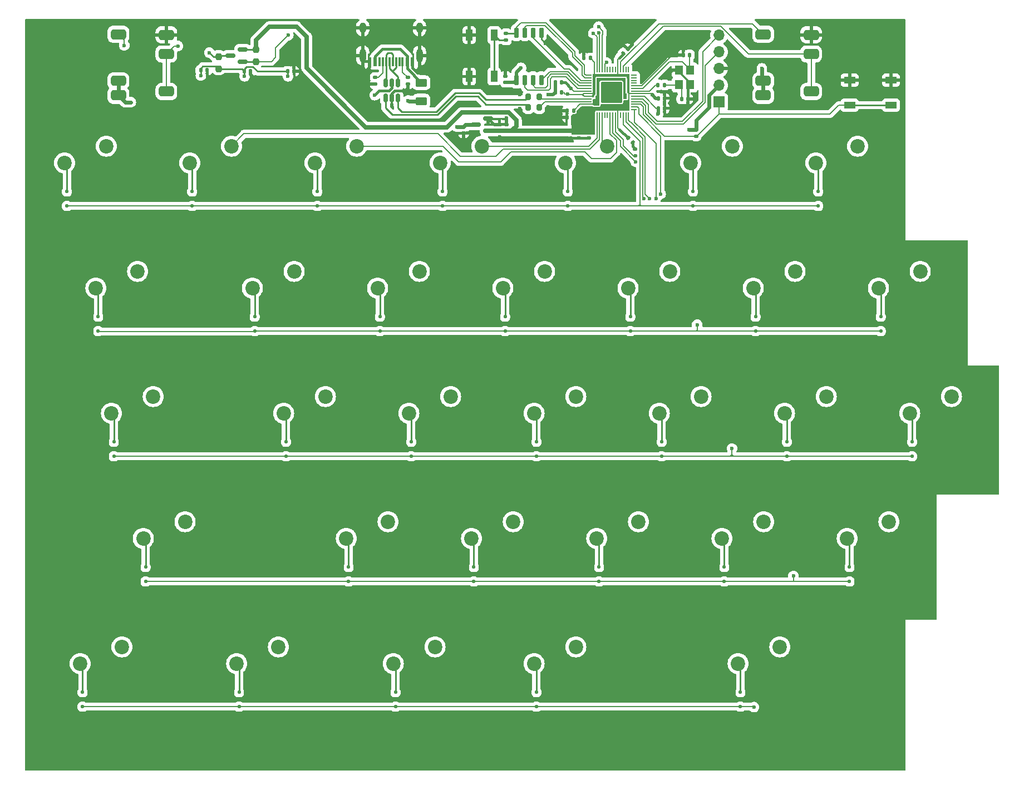
<source format=gbr>
%TF.GenerationSoftware,KiCad,Pcbnew,7.0.9*%
%TF.CreationDate,2024-01-14T19:33:28+01:00*%
%TF.ProjectId,left_pcb,6c656674-5f70-4636-922e-6b696361645f,rev?*%
%TF.SameCoordinates,Original*%
%TF.FileFunction,Copper,L2,Bot*%
%TF.FilePolarity,Positive*%
%FSLAX46Y46*%
G04 Gerber Fmt 4.6, Leading zero omitted, Abs format (unit mm)*
G04 Created by KiCad (PCBNEW 7.0.9) date 2024-01-14 19:33:28*
%MOMM*%
%LPD*%
G01*
G04 APERTURE LIST*
G04 Aperture macros list*
%AMRoundRect*
0 Rectangle with rounded corners*
0 $1 Rounding radius*
0 $2 $3 $4 $5 $6 $7 $8 $9 X,Y pos of 4 corners*
0 Add a 4 corners polygon primitive as box body*
4,1,4,$2,$3,$4,$5,$6,$7,$8,$9,$2,$3,0*
0 Add four circle primitives for the rounded corners*
1,1,$1+$1,$2,$3*
1,1,$1+$1,$4,$5*
1,1,$1+$1,$6,$7*
1,1,$1+$1,$8,$9*
0 Add four rect primitives between the rounded corners*
20,1,$1+$1,$2,$3,$4,$5,0*
20,1,$1+$1,$4,$5,$6,$7,0*
20,1,$1+$1,$6,$7,$8,$9,0*
20,1,$1+$1,$8,$9,$2,$3,0*%
G04 Aperture macros list end*
%TA.AperFunction,ComponentPad*%
%ADD10C,2.200000*%
%TD*%
%TA.AperFunction,ComponentPad*%
%ADD11R,1.700000X1.700000*%
%TD*%
%TA.AperFunction,ComponentPad*%
%ADD12O,1.700000X1.700000*%
%TD*%
%TA.AperFunction,SMDPad,CuDef*%
%ADD13RoundRect,0.125000X0.125000X-0.125000X0.125000X0.125000X-0.125000X0.125000X-0.125000X-0.125000X0*%
%TD*%
%TA.AperFunction,SMDPad,CuDef*%
%ADD14RoundRect,0.140000X-0.140000X-0.170000X0.140000X-0.170000X0.140000X0.170000X-0.140000X0.170000X0*%
%TD*%
%TA.AperFunction,SMDPad,CuDef*%
%ADD15RoundRect,0.237500X-0.237500X0.250000X-0.237500X-0.250000X0.237500X-0.250000X0.237500X0.250000X0*%
%TD*%
%TA.AperFunction,SMDPad,CuDef*%
%ADD16RoundRect,0.140000X-0.170000X0.140000X-0.170000X-0.140000X0.170000X-0.140000X0.170000X0.140000X0*%
%TD*%
%TA.AperFunction,SMDPad,CuDef*%
%ADD17RoundRect,0.400000X0.750000X0.400000X-0.750000X0.400000X-0.750000X-0.400000X0.750000X-0.400000X0*%
%TD*%
%TA.AperFunction,SMDPad,CuDef*%
%ADD18RoundRect,0.140000X0.140000X0.170000X-0.140000X0.170000X-0.140000X-0.170000X0.140000X-0.170000X0*%
%TD*%
%TA.AperFunction,SMDPad,CuDef*%
%ADD19RoundRect,0.135000X-0.185000X0.135000X-0.185000X-0.135000X0.185000X-0.135000X0.185000X0.135000X0*%
%TD*%
%TA.AperFunction,SMDPad,CuDef*%
%ADD20RoundRect,0.150000X0.587500X0.150000X-0.587500X0.150000X-0.587500X-0.150000X0.587500X-0.150000X0*%
%TD*%
%TA.AperFunction,SMDPad,CuDef*%
%ADD21RoundRect,0.140000X-0.219203X-0.021213X-0.021213X-0.219203X0.219203X0.021213X0.021213X0.219203X0*%
%TD*%
%TA.AperFunction,SMDPad,CuDef*%
%ADD22RoundRect,0.200000X-0.200000X-0.275000X0.200000X-0.275000X0.200000X0.275000X-0.200000X0.275000X0*%
%TD*%
%TA.AperFunction,SMDPad,CuDef*%
%ADD23RoundRect,0.140000X0.170000X-0.140000X0.170000X0.140000X-0.170000X0.140000X-0.170000X-0.140000X0*%
%TD*%
%TA.AperFunction,SMDPad,CuDef*%
%ADD24R,1.700000X1.000000*%
%TD*%
%TA.AperFunction,SMDPad,CuDef*%
%ADD25R,0.600000X1.450000*%
%TD*%
%TA.AperFunction,SMDPad,CuDef*%
%ADD26R,0.300000X1.450000*%
%TD*%
%TA.AperFunction,ComponentPad*%
%ADD27O,1.000000X1.600000*%
%TD*%
%TA.AperFunction,ComponentPad*%
%ADD28O,1.000000X2.100000*%
%TD*%
%TA.AperFunction,SMDPad,CuDef*%
%ADD29R,1.000000X1.700000*%
%TD*%
%TA.AperFunction,SMDPad,CuDef*%
%ADD30R,1.200000X1.400000*%
%TD*%
%TA.AperFunction,SMDPad,CuDef*%
%ADD31RoundRect,0.250000X-0.625000X0.375000X-0.625000X-0.375000X0.625000X-0.375000X0.625000X0.375000X0*%
%TD*%
%TA.AperFunction,SMDPad,CuDef*%
%ADD32RoundRect,0.050000X-0.050000X0.387500X-0.050000X-0.387500X0.050000X-0.387500X0.050000X0.387500X0*%
%TD*%
%TA.AperFunction,SMDPad,CuDef*%
%ADD33RoundRect,0.050000X-0.387500X0.050000X-0.387500X-0.050000X0.387500X-0.050000X0.387500X0.050000X0*%
%TD*%
%TA.AperFunction,ComponentPad*%
%ADD34C,0.600000*%
%TD*%
%TA.AperFunction,SMDPad,CuDef*%
%ADD35RoundRect,0.144000X-1.456000X1.456000X-1.456000X-1.456000X1.456000X-1.456000X1.456000X1.456000X0*%
%TD*%
%TA.AperFunction,SMDPad,CuDef*%
%ADD36RoundRect,0.135000X0.135000X0.185000X-0.135000X0.185000X-0.135000X-0.185000X0.135000X-0.185000X0*%
%TD*%
%TA.AperFunction,SMDPad,CuDef*%
%ADD37RoundRect,0.150000X-0.150000X0.650000X-0.150000X-0.650000X0.150000X-0.650000X0.150000X0.650000X0*%
%TD*%
%TA.AperFunction,SMDPad,CuDef*%
%ADD38RoundRect,0.237500X0.237500X-0.250000X0.237500X0.250000X-0.237500X0.250000X-0.237500X-0.250000X0*%
%TD*%
%TA.AperFunction,SMDPad,CuDef*%
%ADD39RoundRect,0.135000X0.185000X-0.135000X0.185000X0.135000X-0.185000X0.135000X-0.185000X-0.135000X0*%
%TD*%
%TA.AperFunction,SMDPad,CuDef*%
%ADD40RoundRect,0.140000X0.021213X-0.219203X0.219203X-0.021213X-0.021213X0.219203X-0.219203X0.021213X0*%
%TD*%
%TA.AperFunction,SMDPad,CuDef*%
%ADD41RoundRect,0.150000X0.150000X-0.512500X0.150000X0.512500X-0.150000X0.512500X-0.150000X-0.512500X0*%
%TD*%
%TA.AperFunction,ViaPad*%
%ADD42C,0.600000*%
%TD*%
%TA.AperFunction,Conductor*%
%ADD43C,0.500000*%
%TD*%
%TA.AperFunction,Conductor*%
%ADD44C,0.381000*%
%TD*%
%TA.AperFunction,Conductor*%
%ADD45C,0.254000*%
%TD*%
%TA.AperFunction,Conductor*%
%ADD46C,0.200000*%
%TD*%
%TA.AperFunction,Conductor*%
%ADD47C,0.600000*%
%TD*%
%TA.AperFunction,Conductor*%
%ADD48C,0.635000*%
%TD*%
G04 APERTURE END LIST*
D10*
%TO.P,SW12,1,1*%
%TO.N,/COL3*%
X-2463100Y-57540000D03*
%TO.P,SW12,2,2*%
%TO.N,Net-(D12-A)*%
X-8813100Y-60080000D03*
%TD*%
D11*
%TO.P,J2,1,Pin_1*%
%TO.N,~{RESET}*%
X43137218Y-31770000D03*
D12*
%TO.P,J2,2,Pin_2*%
%TO.N,+3.3V*%
X43137218Y-29230000D03*
%TO.P,J2,3,Pin_3*%
%TO.N,GND*%
X43137218Y-26690000D03*
%TO.P,J2,4,Pin_4*%
%TO.N,SWD*%
X43137218Y-24150000D03*
%TO.P,J2,5,Pin_5*%
%TO.N,SWCLK*%
X43137218Y-21610000D03*
%TD*%
D10*
%TO.P,SW20,1,1*%
%TO.N,/COL4*%
X21349400Y-114690000D03*
%TO.P,SW20,2,2*%
%TO.N,Net-(D20-A)*%
X14999400Y-117230000D03*
%TD*%
%TO.P,SW31,1,1*%
%TO.N,/COL7*%
X73736900Y-57540000D03*
%TO.P,SW31,2,2*%
%TO.N,Net-(D31-A)*%
X67386900Y-60080000D03*
%TD*%
%TO.P,SW27,1,1*%
%TO.N,/COL6*%
X54686900Y-57540000D03*
%TO.P,SW27,2,2*%
%TO.N,Net-(D27-A)*%
X48336900Y-60080000D03*
%TD*%
%TO.P,SW4,1,1*%
%TO.N,/COL1*%
X-38107500Y-95640000D03*
%TO.P,SW4,2,2*%
%TO.N,Net-(D4-A)*%
X-44457500Y-98180000D03*
%TD*%
%TO.P,SW7,1,1*%
%TO.N,/COL2*%
X-21513100Y-57540000D03*
%TO.P,SW7,2,2*%
%TO.N,Net-(D7-A)*%
X-27863100Y-60080000D03*
%TD*%
%TO.P,SW6,1,1*%
%TO.N,/COL2*%
X-31038100Y-38490000D03*
%TO.P,SW6,2,2*%
%TO.N,Net-(D6-A)*%
X-37388100Y-41030000D03*
%TD*%
%TO.P,SW26,1,1*%
%TO.N,/COL6*%
X45161900Y-38490000D03*
%TO.P,SW26,2,2*%
%TO.N,Net-(D26-A)*%
X38811900Y-41030000D03*
%TD*%
%TO.P,SW29,1,1*%
%TO.N,/COL6*%
X68974400Y-95640000D03*
%TO.P,SW29,2,2*%
%TO.N,Net-(D29-A)*%
X62624400Y-98180000D03*
%TD*%
%TO.P,SW2,1,1*%
%TO.N,/COL1*%
X-45325100Y-57540000D03*
%TO.P,SW2,2,2*%
%TO.N,Net-(D2-A)*%
X-51675100Y-60080000D03*
%TD*%
%TO.P,SW15,1,1*%
%TO.N,/COL3*%
X-82100Y-114690000D03*
%TO.P,SW15,2,2*%
%TO.N,Net-(D15-A)*%
X-6432100Y-117230000D03*
%TD*%
%TO.P,SW17,1,1*%
%TO.N,/COL4*%
X16586900Y-57540000D03*
%TO.P,SW17,2,2*%
%TO.N,Net-(D17-A)*%
X10236900Y-60080000D03*
%TD*%
%TO.P,SW1,1,1*%
%TO.N,/COL1*%
X-50088100Y-38490000D03*
%TO.P,SW1,2,2*%
%TO.N,Net-(D1-A)*%
X-56438100Y-41030000D03*
%TD*%
%TO.P,SW11,1,1*%
%TO.N,/COL3*%
X-11988100Y-38490000D03*
%TO.P,SW11,2,2*%
%TO.N,Net-(D11-A)*%
X-18338100Y-41030000D03*
%TD*%
%TO.P,SW21,1,1*%
%TO.N,/COL5*%
X26111900Y-38490000D03*
%TO.P,SW21,2,2*%
%TO.N,Net-(D21-A)*%
X19761900Y-41030000D03*
%TD*%
%TO.P,SW13,1,1*%
%TO.N,/COL3*%
X2299400Y-76590000D03*
%TO.P,SW13,2,2*%
%TO.N,Net-(D13-A)*%
X-4050600Y-79130000D03*
%TD*%
%TO.P,SW10,1,1*%
%TO.N,/COL2*%
X-23894600Y-114690000D03*
%TO.P,SW10,2,2*%
%TO.N,Net-(D10-A)*%
X-30244600Y-117230000D03*
%TD*%
%TO.P,SW19,1,1*%
%TO.N,/COL4*%
X30874400Y-95640000D03*
%TO.P,SW19,2,2*%
%TO.N,Net-(D19-A)*%
X24524400Y-98180000D03*
%TD*%
%TO.P,SW18,1,1*%
%TO.N,/COL4*%
X21349400Y-76590000D03*
%TO.P,SW18,2,2*%
%TO.N,Net-(D18-A)*%
X14999400Y-79130000D03*
%TD*%
%TO.P,SW30,1,1*%
%TO.N,/COL7*%
X64211900Y-38490000D03*
%TO.P,SW30,2,2*%
%TO.N,Net-(D30-A)*%
X57861900Y-41030000D03*
%TD*%
%TO.P,SW9,1,1*%
%TO.N,/COL2*%
X-7225600Y-95640000D03*
%TO.P,SW9,2,2*%
%TO.N,Net-(D9-A)*%
X-13575600Y-98180000D03*
%TD*%
%TO.P,SW16,1,1*%
%TO.N,/COL4*%
X7061900Y-38490000D03*
%TO.P,SW16,2,2*%
%TO.N,Net-(D16-A)*%
X711900Y-41030000D03*
%TD*%
%TO.P,SW22,1,1*%
%TO.N,/COL5*%
X35636900Y-57540000D03*
%TO.P,SW22,2,2*%
%TO.N,Net-(D22-A)*%
X29286900Y-60080000D03*
%TD*%
%TO.P,SW25,1,1*%
%TO.N,/COL5*%
X52380000Y-114690000D03*
%TO.P,SW25,2,2*%
%TO.N,Net-(D25-A)*%
X46030000Y-117230000D03*
%TD*%
%TO.P,SW28,1,1*%
%TO.N,/COL6*%
X59449400Y-76590000D03*
%TO.P,SW28,2,2*%
%TO.N,Net-(D28-A)*%
X53099400Y-79130000D03*
%TD*%
%TO.P,SW23,1,1*%
%TO.N,/COL5*%
X40399400Y-76590000D03*
%TO.P,SW23,2,2*%
%TO.N,Net-(D23-A)*%
X34049400Y-79130000D03*
%TD*%
%TO.P,SW8,1,1*%
%TO.N,/COL2*%
X-16750600Y-76590000D03*
%TO.P,SW8,2,2*%
%TO.N,Net-(D8-A)*%
X-23100600Y-79130000D03*
%TD*%
%TO.P,SW24,1,1*%
%TO.N,/COL5*%
X49924400Y-95640000D03*
%TO.P,SW24,2,2*%
%TO.N,Net-(D24-A)*%
X43574400Y-98180000D03*
%TD*%
%TO.P,SW32,1,1*%
%TO.N,/COL7*%
X78499400Y-76590000D03*
%TO.P,SW32,2,2*%
%TO.N,Net-(D32-A)*%
X72149400Y-79130000D03*
%TD*%
%TO.P,SW14,1,1*%
%TO.N,/COL3*%
X11824400Y-95640000D03*
%TO.P,SW14,2,2*%
%TO.N,Net-(D14-A)*%
X5474400Y-98180000D03*
%TD*%
%TO.P,SW5,1,1*%
%TO.N,/COL1*%
X-47707100Y-114690000D03*
%TO.P,SW5,2,2*%
%TO.N,Net-(D5-A)*%
X-54057100Y-117230000D03*
%TD*%
%TO.P,SW3,1,1*%
%TO.N,/COL1*%
X-42944100Y-76590000D03*
%TO.P,SW3,2,2*%
%TO.N,Net-(D3-A)*%
X-49294100Y-79130000D03*
%TD*%
D13*
%TO.P,D31,1,K*%
%TO.N,/ROW2*%
X67736900Y-66640000D03*
%TO.P,D31,2,A*%
%TO.N,Net-(D31-A)*%
X67736900Y-64440000D03*
%TD*%
%TO.P,D22,1,K*%
%TO.N,/ROW2*%
X29636900Y-66640000D03*
%TO.P,D22,2,A*%
%TO.N,Net-(D22-A)*%
X29636900Y-64440000D03*
%TD*%
D14*
%TO.P,C6,1*%
%TO.N,+1V1*%
X33858250Y-32713000D03*
%TO.P,C6,2*%
%TO.N,GND*%
X34818250Y-32713000D03*
%TD*%
D13*
%TO.P,D2,1,K*%
%TO.N,/ROW2*%
X-51325100Y-66640000D03*
%TO.P,D2,2,A*%
%TO.N,Net-(D2-A)*%
X-51325100Y-64440000D03*
%TD*%
%TO.P,D32,1,K*%
%TO.N,/ROW3*%
X72499400Y-85690000D03*
%TO.P,D32,2,A*%
%TO.N,Net-(D32-A)*%
X72499400Y-83490000D03*
%TD*%
D15*
%TO.P,R8,1*%
%TO.N,+3.3V*%
X-27350000Y-23787500D03*
%TO.P,R8,2*%
%TO.N,/LED_DATA*%
X-27350000Y-25612500D03*
%TD*%
D13*
%TO.P,D14,1,K*%
%TO.N,/ROW4*%
X5824400Y-104740000D03*
%TO.P,D14,2,A*%
%TO.N,Net-(D14-A)*%
X5824400Y-102540000D03*
%TD*%
%TO.P,D19,1,K*%
%TO.N,/ROW4*%
X24874400Y-104740000D03*
%TO.P,D19,2,A*%
%TO.N,Net-(D19-A)*%
X24874400Y-102540000D03*
%TD*%
%TO.P,D15,1,K*%
%TO.N,/ROW5*%
X-6082100Y-123790000D03*
%TO.P,D15,2,A*%
%TO.N,Net-(D15-A)*%
X-6082100Y-121590000D03*
%TD*%
D16*
%TO.P,C9,1*%
%TO.N,+3.3V*%
X23289250Y-36297000D03*
%TO.P,C9,2*%
%TO.N,GND*%
X23289250Y-37257000D03*
%TD*%
D17*
%TO.P,J3,R1*%
%TO.N,/LEFT_TX*%
X-40950000Y-30150000D03*
X-40950000Y-24450000D03*
%TO.P,J3,R2*%
%TO.N,/LEFT_RX*%
X-48250000Y-21450000D03*
%TO.P,J3,S*%
%TO.N,GND*%
X-40950000Y-21550000D03*
%TO.P,J3,T*%
%TO.N,+5V*%
X-48250000Y-30750000D03*
X-48250000Y-28550000D03*
%TD*%
D13*
%TO.P,D8,1,K*%
%TO.N,/ROW3*%
X-22750600Y-85690000D03*
%TO.P,D8,2,A*%
%TO.N,Net-(D8-A)*%
X-22750600Y-83490000D03*
%TD*%
D18*
%TO.P,C13,1*%
%TO.N,+3.3V*%
X19197250Y-30300000D03*
%TO.P,C13,2*%
%TO.N,GND*%
X18237250Y-30300000D03*
%TD*%
D13*
%TO.P,D26,1,K*%
%TO.N,/ROW1*%
X39161900Y-47590000D03*
%TO.P,D26,2,A*%
%TO.N,Net-(D26-A)*%
X39161900Y-45390000D03*
%TD*%
%TO.P,D20,1,K*%
%TO.N,/ROW5*%
X15349400Y-123790000D03*
%TO.P,D20,2,A*%
%TO.N,Net-(D20-A)*%
X15349400Y-121590000D03*
%TD*%
D18*
%TO.P,C5,1*%
%TO.N,+1V1*%
X19197250Y-28776000D03*
%TO.P,C5,2*%
%TO.N,GND*%
X18237250Y-28776000D03*
%TD*%
D16*
%TO.P,C14,1*%
%TO.N,+3.3V*%
X21765250Y-36297000D03*
%TO.P,C14,2*%
%TO.N,GND*%
X21765250Y-37257000D03*
%TD*%
D13*
%TO.P,D24,1,K*%
%TO.N,/ROW4*%
X43924400Y-104740000D03*
%TO.P,D24,2,A*%
%TO.N,Net-(D24-A)*%
X43924400Y-102540000D03*
%TD*%
D14*
%TO.P,C10,1*%
%TO.N,+3.3V*%
X33858250Y-31189000D03*
%TO.P,C10,2*%
%TO.N,GND*%
X34818250Y-31189000D03*
%TD*%
D19*
%TO.P,R2,1*%
%TO.N,+3.3V*%
X39637218Y-35932700D03*
%TO.P,R2,2*%
%TO.N,~{RESET}*%
X39637218Y-36952700D03*
%TD*%
D18*
%TO.P,C8,1*%
%TO.N,+3.3V*%
X20991018Y-34081750D03*
%TO.P,C8,2*%
%TO.N,GND*%
X20031018Y-34081750D03*
%TD*%
D13*
%TO.P,D18,1,K*%
%TO.N,/ROW3*%
X15349400Y-85690000D03*
%TO.P,D18,2,A*%
%TO.N,Net-(D18-A)*%
X15349400Y-83490000D03*
%TD*%
D19*
%TO.P,R4,1*%
%TO.N,/pi-pico/CC2*%
X-4214032Y-28014575D03*
%TO.P,R4,2*%
%TO.N,GND*%
X-4214032Y-29034575D03*
%TD*%
D20*
%TO.P,Q1,1,G*%
%TO.N,+3.3V*%
X-29350000Y-23750000D03*
%TO.P,Q1,2,S*%
%TO.N,/LED_DATA*%
X-29350000Y-25650000D03*
%TO.P,Q1,3,D*%
%TO.N,Net-(LED1-DIN)*%
X-31225000Y-24700000D03*
%TD*%
D21*
%TO.P,C11,1*%
%TO.N,+3.3V*%
X29331482Y-37266589D03*
%TO.P,C11,2*%
%TO.N,GND*%
X30010304Y-37945411D03*
%TD*%
D22*
%TO.P,R6,1*%
%TO.N,D_N*%
X14113893Y-32600000D03*
%TO.P,R6,2*%
%TO.N,/pi-pico/D_-*%
X15763893Y-32600000D03*
%TD*%
D13*
%TO.P,D17,1,K*%
%TO.N,/ROW2*%
X10586900Y-66640000D03*
%TO.P,D17,2,A*%
%TO.N,Net-(D17-A)*%
X10586900Y-64440000D03*
%TD*%
D17*
%TO.P,J4,R1*%
%TO.N,/RIGHT_RX*%
X57150000Y-30150000D03*
X57150000Y-24450000D03*
%TO.P,J4,R2*%
%TO.N,/RIGHT_TX*%
X49850000Y-21450000D03*
%TO.P,J4,S*%
%TO.N,GND*%
X57150000Y-21550000D03*
%TO.P,J4,T*%
%TO.N,+5V*%
X49850000Y-30750000D03*
X49850000Y-28550000D03*
%TD*%
D19*
%TO.P,R3,1*%
%TO.N,/pi-pico/CC1*%
X-9167032Y-28014575D03*
%TO.P,R3,2*%
%TO.N,GND*%
X-9167032Y-29034575D03*
%TD*%
D23*
%TO.P,C16,1*%
%TO.N,GND*%
X4268018Y-36467250D03*
%TO.P,C16,2*%
%TO.N,+5V*%
X4268018Y-35507250D03*
%TD*%
D13*
%TO.P,D29,1,K*%
%TO.N,/ROW4*%
X62974400Y-104740000D03*
%TO.P,D29,2,A*%
%TO.N,Net-(D29-A)*%
X62974400Y-102540000D03*
%TD*%
D14*
%TO.P,C19,1*%
%TO.N,+5V*%
X-29100000Y-27050000D03*
%TO.P,C19,2*%
%TO.N,GND*%
X-28140000Y-27050000D03*
%TD*%
D13*
%TO.P,D12,1,K*%
%TO.N,/ROW2*%
X-8463100Y-66640000D03*
%TO.P,D12,2,A*%
%TO.N,Net-(D12-A)*%
X-8463100Y-64440000D03*
%TD*%
%TO.P,D30,1,K*%
%TO.N,/ROW1*%
X58211900Y-47590000D03*
%TO.P,D30,2,A*%
%TO.N,Net-(D30-A)*%
X58211900Y-45390000D03*
%TD*%
D24*
%TO.P,SW_RESET1,1,1*%
%TO.N,GND*%
X69300000Y-28450000D03*
X63000000Y-28450000D03*
%TO.P,SW_RESET1,2,2*%
%TO.N,~{RESET}*%
X69300000Y-32250000D03*
X63000000Y-32250000D03*
%TD*%
D13*
%TO.P,D4,1,K*%
%TO.N,/ROW4*%
X-44107500Y-104740000D03*
%TO.P,D4,2,A*%
%TO.N,Net-(D4-A)*%
X-44107500Y-102540000D03*
%TD*%
D14*
%TO.P,C2,1*%
%TO.N,GND*%
X37684018Y-24585000D03*
%TO.P,C2,2*%
%TO.N,XTAL_IN*%
X38644018Y-24585000D03*
%TD*%
D25*
%TO.P,J1,A1,GND*%
%TO.N,GND*%
X-10004032Y-25600450D03*
%TO.P,J1,A4,VBUS*%
%TO.N,VBUS*%
X-9204032Y-25600450D03*
D26*
%TO.P,J1,A5,CC1*%
%TO.N,/pi-pico/CC1*%
X-8004032Y-25600450D03*
%TO.P,J1,A6,D+*%
%TO.N,D_USB_P*%
X-7004032Y-25600450D03*
%TO.P,J1,A7,D-*%
%TO.N,D_USB_N*%
X-6504032Y-25600450D03*
%TO.P,J1,A8,SBU1*%
%TO.N,unconnected-(J1-SBU1-PadA8)*%
X-5504032Y-25600450D03*
D25*
%TO.P,J1,A9,VBUS*%
%TO.N,VBUS*%
X-4304032Y-25600450D03*
%TO.P,J1,A12,GND*%
%TO.N,GND*%
X-3504032Y-25600450D03*
%TO.P,J1,B1,GND*%
X-3504032Y-25600450D03*
%TO.P,J1,B4,VBUS*%
%TO.N,VBUS*%
X-4304032Y-25600450D03*
D26*
%TO.P,J1,B5,CC2*%
%TO.N,/pi-pico/CC2*%
X-5004032Y-25600450D03*
%TO.P,J1,B6,D+*%
%TO.N,D_USB_P*%
X-6004032Y-25600450D03*
%TO.P,J1,B7,D-*%
%TO.N,D_USB_N*%
X-7504032Y-25600450D03*
%TO.P,J1,B8,SBU2*%
%TO.N,unconnected-(J1-SBU2-PadB8)*%
X-8504032Y-25600450D03*
D25*
%TO.P,J1,B9,VBUS*%
%TO.N,VBUS*%
X-9204032Y-25600450D03*
%TO.P,J1,B12,GND*%
%TO.N,GND*%
X-10004032Y-25600450D03*
D27*
%TO.P,J1,S1,SHIELD*%
X-11074032Y-20505450D03*
D28*
X-11074032Y-24685450D03*
D27*
X-2434032Y-20505450D03*
D28*
X-2434032Y-24685450D03*
%TD*%
D29*
%TO.P,SW_BOOT1,1,1*%
%TO.N,GND*%
X5137218Y-21582700D03*
X5137218Y-27882700D03*
%TO.P,SW_BOOT1,2,2*%
%TO.N,/pi-pico/~{USB_BOOT}*%
X8937218Y-21582700D03*
X8937218Y-27882700D03*
%TD*%
D13*
%TO.P,D5,1,K*%
%TO.N,/ROW5*%
X-53707100Y-123790000D03*
%TO.P,D5,2,A*%
%TO.N,Net-(D5-A)*%
X-53707100Y-121590000D03*
%TD*%
D20*
%TO.P,U4,1,GND*%
%TO.N,GND*%
X7999518Y-34275250D03*
%TO.P,U4,2,VO*%
%TO.N,+3.3V*%
X7999518Y-36175250D03*
%TO.P,U4,3,VI*%
%TO.N,+5V*%
X6124518Y-35225250D03*
%TD*%
D13*
%TO.P,D21,1,K*%
%TO.N,/ROW1*%
X20111900Y-47590000D03*
%TO.P,D21,2,A*%
%TO.N,Net-(D21-A)*%
X20111900Y-45390000D03*
%TD*%
D30*
%TO.P,Y1,1,1*%
%TO.N,/pi-pico/XTAL_O*%
X37044250Y-29114000D03*
%TO.P,Y1,2,2*%
%TO.N,GND*%
X37044250Y-26914000D03*
%TO.P,Y1,3,3*%
%TO.N,XTAL_IN*%
X38744250Y-26914000D03*
%TO.P,Y1,4,4*%
%TO.N,GND*%
X38744250Y-29114000D03*
%TD*%
D13*
%TO.P,D25,1,K*%
%TO.N,/ROW5*%
X46380000Y-123790000D03*
%TO.P,D25,2,A*%
%TO.N,Net-(D25-A)*%
X46380000Y-121590000D03*
%TD*%
D31*
%TO.P,F1,1*%
%TO.N,VBUS*%
X-2162782Y-28832700D03*
%TO.P,F1,2*%
%TO.N,+5V*%
X-2162782Y-31632700D03*
%TD*%
D18*
%TO.P,C3,1*%
%TO.N,GND*%
X38390018Y-31287750D03*
%TO.P,C3,2*%
%TO.N,/pi-pico/XTAL_O*%
X37430018Y-31287750D03*
%TD*%
D23*
%TO.P,C1,1*%
%TO.N,+3.3V*%
X10647218Y-28769700D03*
%TO.P,C1,2*%
%TO.N,GND*%
X10647218Y-27809700D03*
%TD*%
D13*
%TO.P,D27,1,K*%
%TO.N,/ROW2*%
X48686900Y-66640000D03*
%TO.P,D27,2,A*%
%TO.N,Net-(D27-A)*%
X48686900Y-64440000D03*
%TD*%
%TO.P,D11,1,K*%
%TO.N,/ROW1*%
X-17988100Y-47590000D03*
%TO.P,D11,2,A*%
%TO.N,Net-(D11-A)*%
X-17988100Y-45390000D03*
%TD*%
%TO.P,D23,1,K*%
%TO.N,/ROW3*%
X34399400Y-85690000D03*
%TO.P,D23,2,A*%
%TO.N,Net-(D23-A)*%
X34399400Y-83490000D03*
%TD*%
D32*
%TO.P,U3,1,IOVDD*%
%TO.N,+3.3V*%
X24150000Y-26862500D03*
%TO.P,U3,2,GPIO0*%
%TO.N,/LEFT_TX*%
X24550000Y-26862500D03*
%TO.P,U3,3,GPIO1*%
%TO.N,/LEFT_RX*%
X24950000Y-26862500D03*
%TO.P,U3,4,GPIO2*%
%TO.N,/LED_DATA*%
X25350000Y-26862500D03*
%TO.P,U3,5,GPIO3*%
%TO.N,/COL1*%
X25750000Y-26862500D03*
%TO.P,U3,6,GPIO4*%
%TO.N,/pi-pico/GPIO4*%
X26150000Y-26862500D03*
%TO.P,U3,7,GPIO5*%
%TO.N,/pi-pico/GPIO5*%
X26550000Y-26862500D03*
%TO.P,U3,8,GPIO6*%
%TO.N,/pi-pico/GPIO6*%
X26950000Y-26862500D03*
%TO.P,U3,9,GPIO7*%
%TO.N,/pi-pico/GPIO7*%
X27350000Y-26862500D03*
%TO.P,U3,10,IOVDD*%
%TO.N,+3.3V*%
X27750000Y-26862500D03*
%TO.P,U3,11,GPIO8*%
%TO.N,/RIGHT_TX*%
X28150000Y-26862500D03*
%TO.P,U3,12,GPIO9*%
%TO.N,/RIGHT_RX*%
X28550000Y-26862500D03*
%TO.P,U3,13,GPIO10*%
%TO.N,/pi-pico/GPIO10*%
X28950000Y-26862500D03*
%TO.P,U3,14,GPIO11*%
%TO.N,/pi-pico/GPIO11*%
X29350000Y-26862500D03*
D33*
%TO.P,U3,15,GPIO12*%
%TO.N,/pi-pico/GPIO12*%
X30187500Y-27700000D03*
%TO.P,U3,16,GPIO13*%
%TO.N,/pi-pico/GPIO13*%
X30187500Y-28100000D03*
%TO.P,U3,17,GPIO14*%
%TO.N,/pi-pico/GPIO14*%
X30187500Y-28500000D03*
%TO.P,U3,18,GPIO15*%
%TO.N,/pi-pico/GPIO15*%
X30187500Y-28900000D03*
%TO.P,U3,19,TESTEN*%
%TO.N,GND*%
X30187500Y-29300000D03*
%TO.P,U3,20,XTAL_IN*%
%TO.N,XTAL_IN*%
X30187500Y-29700000D03*
%TO.P,U3,21,XTAL_OUT*%
%TO.N,XTAL_OUT*%
X30187500Y-30100000D03*
%TO.P,U3,22,IOVDD*%
%TO.N,+3.3V*%
X30187500Y-30500000D03*
%TO.P,U3,23,DVDD*%
%TO.N,+1V1*%
X30187500Y-30900000D03*
%TO.P,U3,24,SWCLK*%
%TO.N,SWCLK*%
X30187500Y-31300000D03*
%TO.P,U3,25,SWDIO*%
%TO.N,SWD*%
X30187500Y-31700000D03*
%TO.P,U3,26,~{RUN}*%
%TO.N,~{RESET}*%
X30187500Y-32100000D03*
%TO.P,U3,27,GPIO16*%
%TO.N,/ROW5*%
X30187500Y-32500000D03*
%TO.P,U3,28,GPIO17*%
%TO.N,/ROW4*%
X30187500Y-32900000D03*
D32*
%TO.P,U3,29,GPIO18*%
%TO.N,/ROW3*%
X29350000Y-33737500D03*
%TO.P,U3,30,GPIO19*%
%TO.N,/ROW2*%
X28950000Y-33737500D03*
%TO.P,U3,31,GPIO20*%
%TO.N,/ROW1*%
X28550000Y-33737500D03*
%TO.P,U3,32,GPIO21*%
%TO.N,/pi-pico/GPIO21*%
X28150000Y-33737500D03*
%TO.P,U3,33,IOVDD*%
%TO.N,+3.3V*%
X27750000Y-33737500D03*
%TO.P,U3,34,GPIO22*%
%TO.N,/COL7*%
X27350000Y-33737500D03*
%TO.P,U3,35,GPIO23*%
%TO.N,/COL6*%
X26950000Y-33737500D03*
%TO.P,U3,36,GPIO24*%
%TO.N,/COL3*%
X26550000Y-33737500D03*
%TO.P,U3,37,GPIO25*%
%TO.N,/pi-pico/GPIO25*%
X26150000Y-33737500D03*
%TO.P,U3,38,GPIO26/ADC0*%
%TO.N,/pi-pico/GPIO26*%
X25750000Y-33737500D03*
%TO.P,U3,39,GPIO27/ADC1*%
%TO.N,/COL5*%
X25350000Y-33737500D03*
%TO.P,U3,40,GPIO28/ADC2*%
%TO.N,/COL2*%
X24950000Y-33737500D03*
%TO.P,U3,41,GPIO29/ADC3*%
%TO.N,/COL4*%
X24550000Y-33737500D03*
%TO.P,U3,42,IOVDD*%
%TO.N,+3.3V*%
X24150000Y-33737500D03*
D33*
%TO.P,U3,43,ADC_AVDD*%
X23312500Y-32900000D03*
%TO.P,U3,44,VREG_VIN*%
X23312500Y-32500000D03*
%TO.P,U3,45,VREG_VOUT*%
%TO.N,+1V1*%
X23312500Y-32100000D03*
%TO.P,U3,46,D-*%
%TO.N,/pi-pico/D_-*%
X23312500Y-31700000D03*
%TO.P,U3,47,D+*%
%TO.N,/pi-pico/D_+*%
X23312500Y-31300000D03*
%TO.P,U3,48,USB_VDD*%
%TO.N,+3.3V*%
X23312500Y-30900000D03*
%TO.P,U3,49,IOVDD*%
X23312500Y-30500000D03*
%TO.P,U3,50,DVDD*%
%TO.N,+1V1*%
X23312500Y-30100000D03*
%TO.P,U3,51,QSPI_SD3*%
%TO.N,SD3*%
X23312500Y-29700000D03*
%TO.P,U3,52,QSPI_SCLK*%
%TO.N,QSPI_CLK*%
X23312500Y-29300000D03*
%TO.P,U3,53,QSPI_SD0*%
%TO.N,SD0*%
X23312500Y-28900000D03*
%TO.P,U3,54,QSPI_SD2*%
%TO.N,SD2*%
X23312500Y-28500000D03*
%TO.P,U3,55,QSPI_SD1*%
%TO.N,SD1*%
X23312500Y-28100000D03*
%TO.P,U3,56,QSPI_SS_N*%
%TO.N,CS*%
X23312500Y-27700000D03*
D34*
%TO.P,U3,57,GND*%
%TO.N,GND*%
X28025000Y-29025000D03*
X26750000Y-29025000D03*
X25475000Y-29025000D03*
X28025000Y-30300000D03*
X26750000Y-30300000D03*
D35*
X26750000Y-30300000D03*
D34*
X25475000Y-30300000D03*
X28025000Y-31575000D03*
X26750000Y-31575000D03*
X25475000Y-31575000D03*
%TD*%
D16*
%TO.P,C17,1*%
%TO.N,GND*%
X10747893Y-35221000D03*
%TO.P,C17,2*%
%TO.N,+3.3V*%
X10747893Y-36181000D03*
%TD*%
D36*
%TO.P,R7,1*%
%TO.N,/pi-pico/XTAL_O*%
X34848250Y-29157000D03*
%TO.P,R7,2*%
%TO.N,XTAL_OUT*%
X33828250Y-29157000D03*
%TD*%
D37*
%TO.P,U1,1,~{CS}*%
%TO.N,CS*%
X12297218Y-21212700D03*
%TO.P,U1,2,DO(IO1)*%
%TO.N,SD1*%
X13567218Y-21212700D03*
%TO.P,U1,3,IO2*%
%TO.N,SD2*%
X14837218Y-21212700D03*
%TO.P,U1,4,GND*%
%TO.N,GND*%
X16107218Y-21212700D03*
%TO.P,U1,5,DI(IO0)*%
%TO.N,SD0*%
X16107218Y-28412700D03*
%TO.P,U1,6,CLK*%
%TO.N,QSPI_CLK*%
X14837218Y-28412700D03*
%TO.P,U1,7,IO3*%
%TO.N,SD3*%
X13567218Y-28412700D03*
%TO.P,U1,8,VCC*%
%TO.N,+3.3V*%
X12297218Y-28412700D03*
%TD*%
D13*
%TO.P,D7,1,K*%
%TO.N,/ROW2*%
X-27513100Y-66640000D03*
%TO.P,D7,2,A*%
%TO.N,Net-(D7-A)*%
X-27513100Y-64440000D03*
%TD*%
D38*
%TO.P,R9,1*%
%TO.N,+5V*%
X-33000000Y-26700000D03*
%TO.P,R9,2*%
%TO.N,Net-(LED1-DIN)*%
X-33000000Y-24875000D03*
%TD*%
D23*
%TO.P,C7,1*%
%TO.N,+3.3V*%
X9731893Y-36181000D03*
%TO.P,C7,2*%
%TO.N,GND*%
X9731893Y-35221000D03*
%TD*%
D13*
%TO.P,D9,1,K*%
%TO.N,/ROW4*%
X-13225600Y-104740000D03*
%TO.P,D9,2,A*%
%TO.N,Net-(D9-A)*%
X-13225600Y-102540000D03*
%TD*%
%TO.P,D1,1,K*%
%TO.N,/ROW1*%
X-56088100Y-47590000D03*
%TO.P,D1,2,A*%
%TO.N,Net-(D1-A)*%
X-56088100Y-45390000D03*
%TD*%
D18*
%TO.P,C15,1*%
%TO.N,+3.3V*%
X23531018Y-25064750D03*
%TO.P,C15,2*%
%TO.N,GND*%
X22571018Y-25064750D03*
%TD*%
%TO.P,C4,1*%
%TO.N,+1V1*%
X20991018Y-33065750D03*
%TO.P,C4,2*%
%TO.N,GND*%
X20031018Y-33065750D03*
%TD*%
D13*
%TO.P,D6,1,K*%
%TO.N,/ROW1*%
X-37038100Y-47590000D03*
%TO.P,D6,2,A*%
%TO.N,Net-(D6-A)*%
X-37038100Y-45390000D03*
%TD*%
D22*
%TO.P,R5,1*%
%TO.N,D_P*%
X14113893Y-30949000D03*
%TO.P,R5,2*%
%TO.N,/pi-pico/D_+*%
X15763893Y-30949000D03*
%TD*%
D39*
%TO.P,R1,1*%
%TO.N,/pi-pico/~{USB_BOOT}*%
X10737218Y-22342700D03*
%TO.P,R1,2*%
%TO.N,CS*%
X10737218Y-21322700D03*
%TD*%
D40*
%TO.P,C12,1*%
%TO.N,+3.3V*%
X28553607Y-24388161D03*
%TO.P,C12,2*%
%TO.N,GND*%
X29232429Y-23709339D03*
%TD*%
D14*
%TO.P,C18,1*%
%TO.N,+5V*%
X-35730000Y-26950000D03*
%TO.P,C18,2*%
%TO.N,GND*%
X-34770000Y-26950000D03*
%TD*%
D13*
%TO.P,D10,1,K*%
%TO.N,/ROW5*%
X-29894600Y-123790000D03*
%TO.P,D10,2,A*%
%TO.N,Net-(D10-A)*%
X-29894600Y-121590000D03*
%TD*%
D14*
%TO.P,C20,1*%
%TO.N,+5V*%
X-22510000Y-27100000D03*
%TO.P,C20,2*%
%TO.N,GND*%
X-21550000Y-27100000D03*
%TD*%
D13*
%TO.P,D16,1,K*%
%TO.N,/ROW1*%
X1061900Y-47590000D03*
%TO.P,D16,2,A*%
%TO.N,Net-(D16-A)*%
X1061900Y-45390000D03*
%TD*%
%TO.P,D28,1,K*%
%TO.N,/ROW3*%
X53449400Y-85690000D03*
%TO.P,D28,2,A*%
%TO.N,Net-(D28-A)*%
X53449400Y-83490000D03*
%TD*%
%TO.P,D13,1,K*%
%TO.N,/ROW3*%
X-3700600Y-85690000D03*
%TO.P,D13,2,A*%
%TO.N,Net-(D13-A)*%
X-3700600Y-83490000D03*
%TD*%
%TO.P,D3,1,K*%
%TO.N,/ROW3*%
X-48944100Y-85690000D03*
%TO.P,D3,2,A*%
%TO.N,Net-(D3-A)*%
X-48944100Y-83490000D03*
%TD*%
D41*
%TO.P,U2,1,I/O1*%
%TO.N,D_P*%
X-5708782Y-31170200D03*
%TO.P,U2,2,GND*%
%TO.N,GND*%
X-6658782Y-31170200D03*
%TO.P,U2,3,I/O2*%
%TO.N,D_N*%
X-7608782Y-31170200D03*
%TO.P,U2,4,I/O2*%
%TO.N,D_USB_N*%
X-7608782Y-28895200D03*
%TO.P,U2,5,VBUS*%
%TO.N,+5V*%
X-6658782Y-28895200D03*
%TO.P,U2,6,I/O1*%
%TO.N,D_USB_P*%
X-5708782Y-28895200D03*
%TD*%
D42*
%TO.N,GND*%
X36767018Y-24585000D03*
X12779893Y-32780000D03*
X-10250000Y-29000000D03*
X39434018Y-31287750D03*
X10650000Y-26800000D03*
X4651893Y-29478000D03*
X20638018Y-37256750D03*
X17097893Y-30621000D03*
X29909018Y-23032750D03*
X4255018Y-37637750D03*
X10747893Y-34177000D03*
X19050000Y-33050000D03*
X9731893Y-37098000D03*
X4651893Y-31891000D03*
X-12627782Y-27111700D03*
X-950000Y-20550000D03*
X35550000Y-27400000D03*
X-4595032Y-30048575D03*
X19114018Y-34081750D03*
X17097893Y-32526000D03*
X30400000Y-38900000D03*
X-3950000Y-20500000D03*
X16737218Y-22832700D03*
X35751018Y-31922750D03*
X44650000Y-26650000D03*
X-27450000Y-28250000D03*
X-1197782Y-27365700D03*
X12779893Y-30621000D03*
X14237218Y-24432700D03*
%TO.N,+5V*%
X-9262782Y-30732700D03*
X49650000Y-26650000D03*
X-35700000Y-27750000D03*
X-22450000Y-27850000D03*
X-46350000Y-31800000D03*
X-29050000Y-27850000D03*
X3237218Y-35532700D03*
X-4162782Y-31532700D03*
%TO.N,+1V1*%
X20622250Y-29665000D03*
X24612250Y-31033750D03*
X28849500Y-30906750D03*
X33846018Y-33573750D03*
%TO.N,/ROW3*%
X45100000Y-84500000D03*
X32550000Y-46450000D03*
%TO.N,/ROW4*%
X33550000Y-46450000D03*
X54450000Y-103900000D03*
%TO.N,/ROW5*%
X48450000Y-123850000D03*
X34250000Y-45750000D03*
%TO.N,/COL1*%
X26000000Y-25750000D03*
%TO.N,/COL6*%
X30450000Y-40850000D03*
%TO.N,/COL7*%
X30423911Y-39976089D03*
%TO.N,/ROW2*%
X39800000Y-65650000D03*
X31686393Y-46500000D03*
%TO.N,/LEFT_TX*%
X24000000Y-21300500D03*
X-39200000Y-23250000D03*
%TO.N,/LEFT_RX*%
X-47350000Y-23150000D03*
X24850000Y-21250000D03*
%TO.N,+3.3V*%
X20130018Y-30525750D03*
X38537218Y-35932700D03*
X32957018Y-30652750D03*
X13017218Y-26562700D03*
%TO.N,Net-(LED1-DIN)*%
X-34400000Y-24250000D03*
%TO.N,/LED_DATA*%
X-22400000Y-21600500D03*
X24800000Y-20300000D03*
%TD*%
D43*
%TO.N,GND*%
X37044250Y-26914000D02*
X36036000Y-26914000D01*
D44*
X-2721782Y-27365700D02*
X-1197782Y-27365700D01*
D43*
X-4214032Y-29034575D02*
X-4214032Y-29667575D01*
D44*
X-6658782Y-30461325D02*
X-6246032Y-30048575D01*
D43*
X-28140000Y-27560000D02*
X-27450000Y-28250000D01*
D45*
X38744250Y-28867022D02*
X37044250Y-27167022D01*
D44*
X8945268Y-35221000D02*
X7999518Y-34275250D01*
X-10722782Y-27111700D02*
X-12627782Y-27111700D01*
D45*
X16107218Y-21212700D02*
X16107218Y-22202700D01*
D43*
X19065750Y-33065750D02*
X19050000Y-33050000D01*
D44*
X-6246032Y-30048575D02*
X-4595032Y-30048575D01*
D46*
X36059244Y-24585000D02*
X36767018Y-24585000D01*
D44*
X30010304Y-38510304D02*
X30400000Y-38900000D01*
X9731893Y-35221000D02*
X8945268Y-35221000D01*
D46*
X10647218Y-27809700D02*
X10647218Y-26802782D01*
D43*
X-28140000Y-27050000D02*
X-28140000Y-27560000D01*
X18237250Y-28776000D02*
X18237250Y-30300000D01*
D44*
X-10595782Y-26984700D02*
X-10722782Y-27111700D01*
X-3504032Y-26583450D02*
X-2721782Y-27365700D01*
X-10004032Y-26392950D02*
X-10595782Y-26984700D01*
X38390018Y-31287750D02*
X39434018Y-31287750D01*
D43*
X18237250Y-30300000D02*
X17916250Y-30621000D01*
D46*
X20031018Y-34081750D02*
X19114018Y-34081750D01*
X31344244Y-29300000D02*
X36059244Y-24585000D01*
D43*
X4268018Y-36467250D02*
X4268018Y-37624750D01*
D46*
X30187500Y-29300000D02*
X31344244Y-29300000D01*
D44*
X36767018Y-24585000D02*
X37684018Y-24585000D01*
X21765250Y-37257000D02*
X23289250Y-37257000D01*
X29232429Y-23709339D02*
X29909018Y-23032750D01*
D43*
X-9167032Y-29034575D02*
X-10215425Y-29034575D01*
D44*
X30010304Y-37945411D02*
X30010304Y-38510304D01*
X10747893Y-35221000D02*
X10747893Y-34177000D01*
D43*
X4268018Y-37624750D02*
X4255018Y-37637750D01*
D44*
X-3504032Y-25600450D02*
X-3504032Y-26583450D01*
X-10004032Y-25600450D02*
X-10004032Y-26392950D01*
X20638018Y-37256750D02*
X21765000Y-37256750D01*
D45*
X16107218Y-22202700D02*
X16737218Y-22832700D01*
D43*
X36036000Y-26914000D02*
X35550000Y-27400000D01*
D44*
X-6658782Y-31170200D02*
X-6658782Y-30461325D01*
D46*
X10647218Y-26802782D02*
X10650000Y-26800000D01*
D43*
X-10215425Y-29034575D02*
X-10250000Y-29000000D01*
X17916250Y-30621000D02*
X17097893Y-30621000D01*
X-4214032Y-29667575D02*
X-4595032Y-30048575D01*
D44*
X38390018Y-31287750D02*
X38390018Y-29468232D01*
D43*
X20031018Y-33065750D02*
X19065750Y-33065750D01*
D45*
%TO.N,+5V*%
X-29050000Y-27100000D02*
X-29100000Y-27050000D01*
D47*
X-4062782Y-31632700D02*
X-4162782Y-31532700D01*
X-2162782Y-31632700D02*
X-4062782Y-31632700D01*
X49650000Y-28350000D02*
X49850000Y-28550000D01*
X4242568Y-35532700D02*
X4268018Y-35507250D01*
D45*
X-22450000Y-27160000D02*
X-22510000Y-27100000D01*
D44*
X-9262782Y-30732700D02*
X-8578657Y-30048575D01*
D47*
X4550018Y-35225250D02*
X4268018Y-35507250D01*
D45*
X-35700000Y-26980000D02*
X-35730000Y-26950000D01*
X-29050000Y-27850000D02*
X-29050000Y-27100000D01*
X-29450000Y-26700000D02*
X-29100000Y-27050000D01*
X-35402999Y-26313000D02*
X-33387000Y-26313000D01*
X-35700000Y-27750000D02*
X-35700000Y-26980000D01*
D44*
X-8578657Y-30048575D02*
X-7067012Y-30048575D01*
D45*
X-35730000Y-26640001D02*
X-35402999Y-26313000D01*
X-33000000Y-26700000D02*
X-29450000Y-26700000D01*
D47*
X6124518Y-35225250D02*
X4550018Y-35225250D01*
X49650000Y-26650000D02*
X49650000Y-28350000D01*
D45*
X-28772999Y-26413000D02*
X-27787000Y-26413000D01*
D47*
X-47200000Y-31800000D02*
X-48250000Y-30750000D01*
X-46350000Y-31800000D02*
X-47200000Y-31800000D01*
D45*
X-27787000Y-26413000D02*
X-27100000Y-27100000D01*
D44*
X-6658782Y-29640345D02*
X-6658782Y-28895200D01*
D45*
X-22450000Y-27850000D02*
X-22450000Y-27160000D01*
D47*
X-48250000Y-30750000D02*
X-48250000Y-28550000D01*
D45*
X-27100000Y-27100000D02*
X-22510000Y-27100000D01*
X-35730000Y-26950000D02*
X-35730000Y-26640001D01*
X-33387000Y-26313000D02*
X-33000000Y-26700000D01*
D47*
X3237218Y-35532700D02*
X4242568Y-35532700D01*
D44*
X-7067012Y-30048575D02*
X-6658782Y-29640345D01*
D47*
X49850000Y-28550000D02*
X49850000Y-30750000D01*
D45*
X-29100000Y-26740001D02*
X-28772999Y-26413000D01*
X-29100000Y-27050000D02*
X-29100000Y-26740001D01*
D46*
%TO.N,+1V1*%
X20622250Y-29665000D02*
X21057250Y-30100000D01*
D44*
X20622250Y-29665000D02*
X19733250Y-28776000D01*
D46*
X23312500Y-32100000D02*
X21956768Y-32100000D01*
X31750250Y-30900000D02*
X30187500Y-30900000D01*
X21956768Y-32100000D02*
X20991018Y-33065750D01*
D44*
X24612250Y-31033750D02*
X24684037Y-30961963D01*
D46*
X33563250Y-32713000D02*
X31750250Y-30900000D01*
X24156250Y-32100000D02*
X24305250Y-31951000D01*
D44*
X19733250Y-28776000D02*
X19492250Y-28776000D01*
D46*
X21057250Y-30100000D02*
X23312500Y-30100000D01*
D43*
X33846018Y-33573750D02*
X33858250Y-33561518D01*
D46*
X23312500Y-32100000D02*
X24156250Y-32100000D01*
D43*
X33858250Y-33561518D02*
X33858250Y-32713000D01*
D46*
%TO.N,XTAL_IN*%
X35608250Y-25601000D02*
X37513250Y-25601000D01*
X38644018Y-24585000D02*
X38644018Y-26813768D01*
X30187500Y-29700000D02*
X31509250Y-29700000D01*
X31509250Y-29700000D02*
X35608250Y-25601000D01*
X37513250Y-25601000D02*
X38744250Y-26832000D01*
D44*
%TO.N,VBUS*%
X-4304032Y-26691450D02*
X-2162782Y-28832700D01*
X-9204032Y-24830950D02*
X-8055782Y-23682700D01*
X-9204032Y-25600450D02*
X-9204032Y-24830950D01*
X-4304032Y-24767450D02*
X-4304032Y-25600450D01*
X-4304032Y-25600450D02*
X-4304032Y-26691450D01*
X-5388782Y-23682700D02*
X-4304032Y-24767450D01*
X-8055782Y-23682700D02*
X-5388782Y-23682700D01*
D46*
%TO.N,~{RESET}*%
X34824276Y-36952700D02*
X39637218Y-36952700D01*
X59992700Y-33592700D02*
X60000000Y-33600000D01*
X61350000Y-32250000D02*
X63000000Y-32250000D01*
X39637218Y-36952700D02*
X39777218Y-36952700D01*
X30187500Y-32100000D02*
X31159274Y-32100000D01*
X60000000Y-33600000D02*
X61350000Y-32250000D01*
X31159274Y-32100000D02*
X31578058Y-32518784D01*
X39777218Y-36952700D02*
X43137218Y-33592700D01*
X31578058Y-32518784D02*
X31578058Y-33706482D01*
X43137218Y-33592700D02*
X43137218Y-31770000D01*
X43137218Y-33592700D02*
X59992700Y-33592700D01*
X31578058Y-33706482D02*
X34824276Y-36952700D01*
D45*
X63000000Y-32250000D02*
X69300000Y-32250000D01*
D46*
%TO.N,SWD*%
X41037218Y-31837735D02*
X41037218Y-26250000D01*
X31978058Y-33540796D02*
X33570501Y-35133239D01*
X33570501Y-35133239D02*
X37741714Y-35133239D01*
X31978058Y-32353778D02*
X31978058Y-33540796D01*
X31324280Y-31700000D02*
X31978058Y-32353778D01*
X37741714Y-35133239D02*
X41037218Y-31837735D01*
X30187500Y-31700000D02*
X31324280Y-31700000D01*
X41037218Y-26250000D02*
X43137218Y-24150000D01*
%TO.N,SWCLK*%
X32377578Y-32188292D02*
X32377578Y-33375310D01*
X30187500Y-31300000D02*
X31489286Y-31300000D01*
X40637218Y-24110000D02*
X43137218Y-21610000D01*
X37575549Y-34733719D02*
X40637218Y-31672050D01*
X31489286Y-31300000D02*
X32377578Y-32188292D01*
X33735987Y-34733719D02*
X37575549Y-34733719D01*
X32377578Y-33375310D02*
X33735987Y-34733719D01*
X40637218Y-31672050D02*
X40637218Y-24110000D01*
D45*
%TO.N,D_USB_P*%
X-6560236Y-27072268D02*
X-5708782Y-27923722D01*
X-5708782Y-27923722D02*
X-5708782Y-28895200D01*
X-6560236Y-27072268D02*
X-6004032Y-26516064D01*
X-7004032Y-25600450D02*
X-7004032Y-26628472D01*
X-6004032Y-26516064D02*
X-6004032Y-25600450D01*
X-7004032Y-26628472D02*
X-6560236Y-27072268D01*
%TO.N,D_USB_N*%
X-6504032Y-24572428D02*
X-6504032Y-25600450D01*
X-7249304Y-24317700D02*
X-6758760Y-24317700D01*
X-6758760Y-24317700D02*
X-6504032Y-24572428D01*
X-7504032Y-25600450D02*
X-7504032Y-24572428D01*
X-7504032Y-28790450D02*
X-7504032Y-25600450D01*
X-7504032Y-24572428D02*
X-7249304Y-24317700D01*
%TO.N,D_P*%
X13679893Y-31383000D02*
X14113893Y-30949000D01*
X-5708782Y-31170200D02*
X-5708782Y-32686700D01*
D46*
X14113893Y-30949000D02*
X13912893Y-30949000D01*
D45*
X137218Y-33232700D02*
X2969168Y-30400750D01*
X2969168Y-30400750D02*
X6645400Y-30400750D01*
X-5162782Y-33232700D02*
X137218Y-33232700D01*
X-5708782Y-32686700D02*
X-5162782Y-33232700D01*
X7627650Y-31383000D02*
X13679893Y-31383000D01*
X6645400Y-30400750D02*
X7627650Y-31383000D01*
%TO.N,D_N*%
X3107220Y-30904750D02*
X325270Y-33686700D01*
X-7608782Y-32686700D02*
X-7608782Y-31170200D01*
X7653636Y-32121750D02*
X6436636Y-30904750D01*
X-6608782Y-33686700D02*
X-7608782Y-32686700D01*
X13635643Y-32121750D02*
X7653636Y-32121750D01*
X325270Y-33686700D02*
X-6608782Y-33686700D01*
X6436636Y-30904750D02*
X3107220Y-30904750D01*
X14113893Y-32600000D02*
X13635643Y-32121750D01*
D46*
%TO.N,CS*%
X23312500Y-27700000D02*
X22881268Y-27700000D01*
D45*
X10737218Y-21322700D02*
X12187218Y-21322700D01*
D46*
X22668018Y-27486750D02*
X22668018Y-26183993D01*
X21223834Y-24739809D02*
X22668018Y-26183993D01*
X22881268Y-27700000D02*
X22668018Y-27486750D01*
X16817218Y-19712700D02*
X21223834Y-24119316D01*
X21223834Y-24119316D02*
X21223834Y-24739809D01*
X12297218Y-20412701D02*
X12997219Y-19712700D01*
X12297218Y-21212700D02*
X12297218Y-20412701D01*
X12997219Y-19712700D02*
X16817218Y-19712700D01*
D45*
X12187218Y-21322700D02*
X12297218Y-21212700D01*
D46*
%TO.N,XTAL_OUT*%
X32570250Y-30100000D02*
X30187500Y-30100000D01*
X33513250Y-29157000D02*
X32570250Y-30100000D01*
X33828250Y-29157000D02*
X33513250Y-29157000D01*
%TO.N,SD1*%
X22268018Y-27652436D02*
X22715582Y-28100000D01*
X16617218Y-20112700D02*
X20822476Y-24317958D01*
X22268018Y-26349678D02*
X22268018Y-27652436D01*
X13867219Y-20112700D02*
X16617218Y-20112700D01*
X22715582Y-28100000D02*
X23312500Y-28100000D01*
X13567218Y-20412701D02*
X13867219Y-20112700D01*
X20823636Y-24905296D02*
X22268018Y-26349678D01*
X13567218Y-21212700D02*
X13567218Y-20412701D01*
X20822476Y-24317958D02*
X20822476Y-24905494D01*
%TO.N,SD2*%
X22101575Y-28500000D02*
X23312500Y-28500000D01*
X19557219Y-26732700D02*
X20334275Y-26732700D01*
X14837218Y-21212700D02*
X14837218Y-22012699D01*
X14837218Y-22012699D02*
X19557219Y-26732700D01*
X20334275Y-26732700D02*
X22101575Y-28500000D01*
%TO.N,SD0*%
X17387218Y-27132700D02*
X20168589Y-27132700D01*
X21920280Y-28900000D02*
X23312500Y-28900000D01*
X20168589Y-27132700D02*
X21468018Y-28432129D01*
X16107218Y-28412700D02*
X17387218Y-27132700D01*
X21468018Y-28432129D02*
X21468018Y-28447738D01*
X21468018Y-28447738D02*
X21920280Y-28900000D01*
%TO.N,QSPI_CLK*%
X21068018Y-28597815D02*
X21068018Y-28613423D01*
X15207219Y-29582700D02*
X16737218Y-29582700D01*
X16737218Y-29582700D02*
X17037218Y-29282700D01*
X21068018Y-28613423D02*
X21754595Y-29300000D01*
X14837218Y-29212699D02*
X15207219Y-29582700D01*
X21754595Y-29300000D02*
X23312500Y-29300000D01*
X14837218Y-28412700D02*
X14837218Y-29212699D01*
X20002903Y-27532700D02*
X21068018Y-28597815D01*
X17571533Y-27532700D02*
X20002903Y-27532700D01*
X17037218Y-29282700D02*
X17037218Y-28067014D01*
X17037218Y-28067014D02*
X17571533Y-27532700D01*
%TO.N,SD3*%
X17437218Y-29732700D02*
X17437218Y-28232700D01*
X13567218Y-28412700D02*
X13567218Y-29567218D01*
X20679754Y-28790164D02*
X21589589Y-29700000D01*
X17187218Y-29982700D02*
X17437218Y-29732700D01*
X17737218Y-27932700D02*
X19837218Y-27932700D01*
X13982700Y-29982700D02*
X17187218Y-29982700D01*
X21589589Y-29700000D02*
X23312500Y-29700000D01*
X17437218Y-28232700D02*
X17737218Y-27932700D01*
X13567218Y-29567218D02*
X13982700Y-29982700D01*
X19837218Y-27947628D02*
X20679754Y-28790164D01*
X19837218Y-27932700D02*
X19837218Y-27947628D01*
%TO.N,/pi-pico/XTAL_O*%
X37001250Y-29157000D02*
X34848250Y-29157000D01*
X37430018Y-31287750D02*
X37430018Y-29499768D01*
D45*
%TO.N,Net-(D1-A)*%
X-56088100Y-41380000D02*
X-56438100Y-41030000D01*
X-56088100Y-45390000D02*
X-56088100Y-41380000D01*
D46*
%TO.N,/pi-pico/CC1*%
X-8004032Y-27313950D02*
X-8704657Y-28014575D01*
X-8004032Y-25600450D02*
X-8004032Y-27313950D01*
X-8704657Y-28014575D02*
X-9167032Y-28014575D01*
%TO.N,/pi-pico/CC2*%
X-5004032Y-27224575D02*
X-4214032Y-28014575D01*
X-5004032Y-25600450D02*
X-5004032Y-27224575D01*
%TO.N,/pi-pico/D_+*%
X23312500Y-31300000D02*
X23312020Y-31300480D01*
X15954893Y-30949000D02*
X15763893Y-30949000D01*
X16114893Y-31300000D02*
X15763893Y-30949000D01*
X23312500Y-31300000D02*
X16114893Y-31300000D01*
%TO.N,/pi-pico/D_-*%
X16663893Y-31700000D02*
X23312500Y-31700000D01*
X15763893Y-32600000D02*
X16663893Y-31700000D01*
D45*
%TO.N,/pi-pico/~{USB_BOOT}*%
X9697218Y-22342700D02*
X8937218Y-21582700D01*
X10737218Y-22342700D02*
X9697218Y-22342700D01*
X8937218Y-27882700D02*
X8937218Y-21582700D01*
D46*
%TO.N,/ROW1*%
X-56088100Y-47600000D02*
X30850000Y-47600000D01*
X31086893Y-47300000D02*
X31086893Y-47363107D01*
X31086893Y-47300000D02*
X31086893Y-47486893D01*
X31086893Y-47486893D02*
X31200000Y-47600000D01*
X31200000Y-47600000D02*
X31300000Y-47600000D01*
X31086893Y-38450000D02*
X31086893Y-47300000D01*
X30950000Y-47600000D02*
X31200000Y-47600000D01*
X28550000Y-35250000D02*
X31086893Y-37786893D01*
X28550000Y-33737500D02*
X28550000Y-35250000D01*
X30850000Y-47600000D02*
X30950000Y-47600000D01*
X31086893Y-37786893D02*
X31086893Y-38450000D01*
X31086893Y-47300000D02*
X31086893Y-47386893D01*
X31086893Y-47463107D02*
X30950000Y-47600000D01*
X31086893Y-47300000D02*
X31086893Y-47463107D01*
X31086893Y-47363107D02*
X30850000Y-47600000D01*
X31086893Y-47386893D02*
X31300000Y-47600000D01*
X31300000Y-47600000D02*
X58211900Y-47600000D01*
%TO.N,/ROW3*%
X-48944100Y-85700000D02*
X44850000Y-85700000D01*
X45100000Y-85700000D02*
X45350000Y-85700000D01*
X29350000Y-33737500D02*
X29350000Y-34495393D01*
X31900000Y-37044035D02*
X31900000Y-45800000D01*
X45100000Y-84500000D02*
X45100000Y-85450000D01*
X45100000Y-85450000D02*
X44850000Y-85700000D01*
X45100000Y-85450000D02*
X45350000Y-85700000D01*
X45350000Y-85700000D02*
X72499400Y-85700000D01*
X45100000Y-85450000D02*
X45100000Y-85700000D01*
X31900000Y-45800000D02*
X32550000Y-46450000D01*
X29350000Y-34495393D02*
X29977304Y-35122697D01*
X44850000Y-85700000D02*
X45100000Y-85700000D01*
X29978662Y-35122697D02*
X31900000Y-37044035D01*
X29977304Y-35122697D02*
X29978662Y-35122697D01*
%TO.N,/ROW4*%
X33550000Y-38128350D02*
X33550000Y-46450000D01*
X-44107500Y-104750000D02*
X54300000Y-104750000D01*
X30187500Y-32900000D02*
X30300000Y-33012500D01*
X54450000Y-104550000D02*
X54450000Y-104600000D01*
X54450000Y-103900000D02*
X54450000Y-104550000D01*
X31410826Y-35989175D02*
X33550000Y-38128350D01*
X54450000Y-104550000D02*
X54450000Y-104750000D01*
X30300000Y-33012500D02*
X30300000Y-34250000D01*
X54600000Y-104750000D02*
X62974400Y-104750000D01*
X54450000Y-104600000D02*
X54300000Y-104750000D01*
X54300000Y-104750000D02*
X54450000Y-104750000D01*
X30300000Y-34878349D02*
X31410826Y-35989175D01*
X30300000Y-34250000D02*
X30300000Y-34878349D01*
X54450000Y-104750000D02*
X54600000Y-104750000D01*
X54450000Y-104600000D02*
X54600000Y-104750000D01*
%TO.N,/ROW5*%
X48390000Y-123790000D02*
X46380000Y-123790000D01*
X30925000Y-33619110D02*
X34250000Y-36944110D01*
X30925000Y-32703640D02*
X30925000Y-33619110D01*
X30721360Y-32500000D02*
X30925000Y-32703640D01*
X34250000Y-36944110D02*
X34250000Y-45750000D01*
X-53707100Y-123800000D02*
X46380000Y-123800000D01*
X30187500Y-32500000D02*
X30721360Y-32500000D01*
X48450000Y-123850000D02*
X48390000Y-123790000D01*
%TO.N,/COL2*%
X10250000Y-38950000D02*
X9150000Y-40050000D01*
X9150000Y-40050000D02*
X3800000Y-40050000D01*
X24950000Y-37515686D02*
X23515686Y-38950000D01*
X24950000Y-33737500D02*
X24950000Y-37515686D01*
X3800000Y-40050000D02*
X350000Y-36600000D01*
X350000Y-36600000D02*
X-29148100Y-36600000D01*
X-29148100Y-36600000D02*
X-31038100Y-38490000D01*
X23515686Y-38950000D02*
X10250000Y-38950000D01*
%TO.N,/COL1*%
X25750000Y-26000000D02*
X26000000Y-25750000D01*
X25750000Y-26862500D02*
X25750000Y-26000000D01*
D45*
%TO.N,Net-(D2-A)*%
X-51325100Y-60430000D02*
X-51675100Y-60080000D01*
X-51325100Y-64440000D02*
X-51325100Y-60430000D01*
D46*
%TO.N,/COL3*%
X27511900Y-39438100D02*
X26600000Y-40350000D01*
X11450000Y-39350000D02*
X9950000Y-40850000D01*
X23700000Y-40350000D02*
X22700000Y-39350000D01*
X1140000Y-38490000D02*
X-11988100Y-38490000D01*
X3500000Y-40850000D02*
X1140000Y-38490000D01*
X26550000Y-36631799D02*
X27511900Y-37593699D01*
X26550000Y-33737500D02*
X26550000Y-36631799D01*
X26600000Y-40350000D02*
X23700000Y-40350000D01*
X27511900Y-37593699D02*
X27511900Y-39438100D01*
X22700000Y-39350000D02*
X11450000Y-39350000D01*
X9950000Y-40850000D02*
X3500000Y-40850000D01*
D45*
%TO.N,Net-(D3-A)*%
X-48944100Y-83490000D02*
X-48944100Y-79480000D01*
X-48944100Y-79480000D02*
X-49294100Y-79130000D01*
D46*
%TO.N,/COL4*%
X23310000Y-38490000D02*
X7061900Y-38490000D01*
X24550000Y-37250000D02*
X24550000Y-33737500D01*
X24550000Y-37250000D02*
X23310000Y-38490000D01*
D45*
%TO.N,Net-(D4-A)*%
X-44107500Y-102540000D02*
X-44107500Y-98530000D01*
X-44107500Y-98530000D02*
X-44457500Y-98180000D01*
D46*
%TO.N,/COL5*%
X25350000Y-33737500D02*
X25350000Y-37728100D01*
X25350000Y-37728100D02*
X26111900Y-38490000D01*
D45*
%TO.N,Net-(D5-A)*%
X-53707100Y-121590000D02*
X-53707100Y-117580000D01*
X-53707100Y-117580000D02*
X-54057100Y-117230000D01*
%TO.N,Net-(D6-A)*%
X-37038100Y-45390000D02*
X-37038100Y-41380000D01*
X-37038100Y-41380000D02*
X-37388100Y-41030000D01*
%TO.N,Net-(D7-A)*%
X-27513100Y-64440000D02*
X-27513100Y-60430000D01*
X-27513100Y-60430000D02*
X-27863100Y-60080000D01*
%TO.N,Net-(D8-A)*%
X-22750600Y-83490000D02*
X-22750600Y-79480000D01*
X-22750600Y-79480000D02*
X-23100600Y-79130000D01*
%TO.N,Net-(D9-A)*%
X-13225600Y-98530000D02*
X-13575600Y-98180000D01*
X-13225600Y-102540000D02*
X-13225600Y-98530000D01*
%TO.N,Net-(D10-A)*%
X-29894600Y-117580000D02*
X-30244600Y-117230000D01*
X-29894600Y-121590000D02*
X-29894600Y-117580000D01*
%TO.N,Net-(D11-A)*%
X-17988100Y-41380000D02*
X-18338100Y-41030000D01*
X-17988100Y-45390000D02*
X-17988100Y-41380000D01*
%TO.N,Net-(D12-A)*%
X-8463100Y-60430000D02*
X-8813100Y-60080000D01*
X-8463100Y-64440000D02*
X-8463100Y-60430000D01*
%TO.N,Net-(D13-A)*%
X-3700600Y-83490000D02*
X-3700600Y-79480000D01*
X-3700600Y-79480000D02*
X-4050600Y-79130000D01*
%TO.N,Net-(D14-A)*%
X5824400Y-98530000D02*
X5474400Y-98180000D01*
X5824400Y-102540000D02*
X5824400Y-98530000D01*
%TO.N,Net-(D15-A)*%
X-6082100Y-117580000D02*
X-6432100Y-117230000D01*
X-6082100Y-121590000D02*
X-6082100Y-117580000D01*
%TO.N,Net-(D16-A)*%
X1061900Y-41380000D02*
X711900Y-41030000D01*
X1061900Y-45390000D02*
X1061900Y-41380000D01*
%TO.N,Net-(D17-A)*%
X10586900Y-64440000D02*
X10586900Y-60430000D01*
X10586900Y-60430000D02*
X10236900Y-60080000D01*
%TO.N,Net-(D18-A)*%
X15349400Y-83490000D02*
X15349400Y-79480000D01*
X15349400Y-79480000D02*
X14999400Y-79130000D01*
%TO.N,Net-(D19-A)*%
X24874400Y-98530000D02*
X24524400Y-98180000D01*
X24874400Y-102540000D02*
X24874400Y-98530000D01*
%TO.N,Net-(D20-A)*%
X15349400Y-121590000D02*
X15349400Y-117580000D01*
X15349400Y-117580000D02*
X14999400Y-117230000D01*
%TO.N,Net-(D21-A)*%
X20111900Y-45390000D02*
X20111900Y-41380000D01*
X20111900Y-41380000D02*
X19761900Y-41030000D01*
%TO.N,Net-(D22-A)*%
X29636900Y-64440000D02*
X29636900Y-60430000D01*
X29636900Y-60430000D02*
X29286900Y-60080000D01*
%TO.N,Net-(D23-A)*%
X34399400Y-79480000D02*
X34049400Y-79130000D01*
X34399400Y-83490000D02*
X34399400Y-79480000D01*
%TO.N,Net-(D24-A)*%
X43924400Y-102540000D02*
X43924400Y-98530000D01*
X43924400Y-98530000D02*
X43574400Y-98180000D01*
%TO.N,Net-(D25-A)*%
X46380000Y-121590000D02*
X46380000Y-117580000D01*
X46380000Y-117580000D02*
X46030000Y-117230000D01*
%TO.N,Net-(D26-A)*%
X39161900Y-45390000D02*
X39161900Y-41380000D01*
X39161900Y-41380000D02*
X38811900Y-41030000D01*
%TO.N,Net-(D27-A)*%
X48686900Y-60430000D02*
X48336900Y-60080000D01*
X48686900Y-64440000D02*
X48686900Y-60430000D01*
%TO.N,Net-(D28-A)*%
X53449400Y-79480000D02*
X53099400Y-79130000D01*
X53449400Y-83490000D02*
X53449400Y-79480000D01*
%TO.N,Net-(D29-A)*%
X62974400Y-102540000D02*
X62974400Y-98530000D01*
X62974400Y-98530000D02*
X62624400Y-98180000D01*
%TO.N,Net-(D30-A)*%
X58211900Y-41380000D02*
X57861900Y-41030000D01*
X58211900Y-45390000D02*
X58211900Y-41380000D01*
%TO.N,Net-(D31-A)*%
X67736900Y-64440000D02*
X67736900Y-60430000D01*
X67736900Y-60430000D02*
X67386900Y-60080000D01*
%TO.N,Net-(D32-A)*%
X72499400Y-79480000D02*
X72149400Y-79130000D01*
X72499400Y-83490000D02*
X72499400Y-79480000D01*
D46*
%TO.N,/COL6*%
X26950000Y-36466793D02*
X27866604Y-37383396D01*
X28150000Y-37665434D02*
X28150000Y-38150000D01*
X27867962Y-37383396D02*
X28150000Y-37665434D01*
X28150000Y-38150000D02*
X28150000Y-38550000D01*
X28150000Y-38550000D02*
X30450000Y-40850000D01*
X27866604Y-37383396D02*
X27867962Y-37383396D01*
X26950000Y-36466113D02*
X26950000Y-36466793D01*
X26950000Y-36466113D02*
X26950000Y-33737500D01*
%TO.N,/COL7*%
X28550000Y-37499748D02*
X28550000Y-37700000D01*
X27351359Y-36301107D02*
X28550000Y-37499748D01*
X28557843Y-38392157D02*
X30265686Y-40100000D01*
X30265686Y-40100000D02*
X30300000Y-40100000D01*
X28550000Y-37700000D02*
X28550000Y-38384314D01*
X27350000Y-36301107D02*
X27351359Y-36301107D01*
X28550000Y-38384314D02*
X28557843Y-38392157D01*
X27350000Y-33737500D02*
X27350000Y-36301107D01*
%TO.N,/ROW2*%
X-51337000Y-66700000D02*
X-27525000Y-66700000D01*
X28950000Y-33737500D02*
X28950000Y-34800000D01*
X39800000Y-66400000D02*
X39800000Y-66550000D01*
X39800000Y-66450000D02*
X39950000Y-66600000D01*
X28950000Y-34800000D02*
X31500000Y-37350000D01*
X39650000Y-66600000D02*
X39850000Y-66600000D01*
X39950000Y-66600000D02*
X67725000Y-66600000D01*
X39850000Y-66600000D02*
X39950000Y-66600000D01*
X39800000Y-66400000D02*
X39800000Y-66450000D01*
X39800000Y-66450000D02*
X39650000Y-66600000D01*
X39800000Y-65650000D02*
X39800000Y-66400000D01*
X31500000Y-37950000D02*
X31500000Y-46313607D01*
X39800000Y-66550000D02*
X39850000Y-66600000D01*
X-27525000Y-66600000D02*
X39650000Y-66600000D01*
X31500000Y-37350000D02*
X31500000Y-37950000D01*
X31500000Y-46313607D02*
X31686393Y-46500000D01*
%TO.N,/LEFT_TX*%
X24550000Y-26862500D02*
X24550000Y-21850500D01*
X-39750000Y-23250000D02*
X-40950000Y-24450000D01*
X-39200000Y-23250000D02*
X-39750000Y-23250000D01*
X-40950000Y-24450000D02*
X-40950000Y-30150000D01*
X24550000Y-21850500D02*
X24000000Y-21300500D01*
%TO.N,/LEFT_RX*%
X24950000Y-26862500D02*
X24950000Y-21350000D01*
X-47350000Y-22350000D02*
X-48250000Y-21450000D01*
X-47350000Y-23150000D02*
X-47350000Y-22350000D01*
X24950000Y-21350000D02*
X24850000Y-21250000D01*
%TO.N,/RIGHT_RX*%
X43403564Y-20250000D02*
X47603564Y-24450000D01*
X28550000Y-26328640D02*
X34628640Y-20250000D01*
X34628640Y-20250000D02*
X43403564Y-20250000D01*
X28550000Y-26862500D02*
X28550000Y-26328640D01*
X57150000Y-24450000D02*
X57150000Y-30150000D01*
X47603564Y-24450000D02*
X57150000Y-24450000D01*
%TO.N,/RIGHT_TX*%
X33954438Y-19850000D02*
X48250000Y-19850000D01*
X28150000Y-25654438D02*
X33954438Y-19850000D01*
X48250000Y-19850000D02*
X49850000Y-21450000D01*
X28150000Y-26862500D02*
X28150000Y-25654438D01*
%TO.N,+3.3V*%
X32804268Y-30500000D02*
X30187500Y-30500000D01*
X24150000Y-33737500D02*
X24150000Y-32868250D01*
D48*
X-10600000Y-35600000D02*
X-19600000Y-26600000D01*
D45*
X-27387500Y-23750000D02*
X-27350000Y-23787500D01*
D46*
X27750000Y-33737500D02*
X27750000Y-35685107D01*
D48*
X11550000Y-36175250D02*
X12300000Y-35425250D01*
D46*
X27750000Y-25264250D02*
X27750000Y-26862500D01*
X22619250Y-30900000D02*
X22400250Y-30681000D01*
D43*
X12297218Y-27282700D02*
X12297218Y-28412700D01*
D48*
X1750000Y-35600000D02*
X-10600000Y-35600000D01*
D44*
X27949500Y-25064750D02*
X27949500Y-25020268D01*
D47*
X39637218Y-35932700D02*
X38537218Y-35932700D01*
D48*
X11550000Y-36175250D02*
X20699518Y-36175250D01*
D43*
X13017218Y-26562700D02*
X12297218Y-27282700D01*
D46*
X22397400Y-30678150D02*
X22400250Y-30681000D01*
X20282418Y-30678150D02*
X22397400Y-30678150D01*
D43*
X32957018Y-30652750D02*
X33493268Y-31189000D01*
D46*
X23312500Y-30500000D02*
X24168268Y-30500000D01*
X23312500Y-32900000D02*
X22172768Y-32900000D01*
X23312500Y-32900000D02*
X24111250Y-32900000D01*
X23312500Y-30900000D02*
X22619250Y-30900000D01*
X23838250Y-32500000D02*
X23312500Y-32500000D01*
X24168268Y-30500000D02*
X24194018Y-30525750D01*
D48*
X11159500Y-33359500D02*
X3990500Y-33359500D01*
D45*
X-29350000Y-23750000D02*
X-27387500Y-23750000D01*
D46*
X20130018Y-30525750D02*
X19718000Y-30525750D01*
D47*
X41637218Y-30730000D02*
X43137218Y-29230000D01*
D46*
X24178250Y-32840000D02*
X23838250Y-32500000D01*
D44*
X21765250Y-36297000D02*
X23289250Y-36297000D01*
D43*
X11940218Y-28769700D02*
X10647218Y-28769700D01*
D46*
X20130018Y-30525750D02*
X20282418Y-30678150D01*
X24150000Y-25683732D02*
X23531018Y-25064750D01*
D47*
X39637218Y-35932700D02*
X39637218Y-34552700D01*
D46*
X27949500Y-25064750D02*
X27750000Y-25264250D01*
D47*
X39637218Y-34552700D02*
X41637218Y-32552700D01*
D46*
X24150000Y-35141250D02*
X23289250Y-36002000D01*
D43*
X33493268Y-31189000D02*
X33858250Y-31189000D01*
D44*
X28004018Y-35939125D02*
X29331482Y-37266589D01*
D43*
X20991018Y-34081750D02*
X20991018Y-36127250D01*
D46*
X19718000Y-30525750D02*
X19492250Y-30300000D01*
X22400250Y-30681000D02*
X22581250Y-30500000D01*
X32957018Y-30652750D02*
X32804268Y-30500000D01*
D48*
X3990500Y-33359500D02*
X1750000Y-35600000D01*
X-25300000Y-20300000D02*
X-27350000Y-22350000D01*
D44*
X23289250Y-36002000D02*
X23289250Y-36297000D01*
D46*
X22172768Y-32900000D02*
X20991018Y-34081750D01*
X27750000Y-26862500D02*
X27750000Y-27617250D01*
X24150000Y-26862500D02*
X24150000Y-28029768D01*
X24150000Y-32868250D02*
X24178250Y-32840000D01*
X24150000Y-26862500D02*
X24150000Y-25683732D01*
D48*
X7999518Y-36175250D02*
X11550000Y-36175250D01*
D46*
X23312500Y-30900000D02*
X23906250Y-30900000D01*
D48*
X-21150000Y-20300000D02*
X-25300000Y-20300000D01*
D46*
X24150000Y-33737500D02*
X24150000Y-35141250D01*
D48*
X-19600000Y-26600000D02*
X-19600000Y-21850000D01*
D47*
X41637218Y-32552700D02*
X41637218Y-30730000D01*
D46*
X24111250Y-32900000D02*
X24178250Y-32967000D01*
X24150000Y-28029768D02*
X24067018Y-28112750D01*
D48*
X12300000Y-34500000D02*
X11159500Y-33359500D01*
D46*
X22581250Y-30500000D02*
X23312500Y-30500000D01*
D44*
X27949500Y-25020268D02*
X28540018Y-24429750D01*
D46*
X27750000Y-35685107D02*
X28004018Y-35939125D01*
X23312500Y-32500000D02*
X22912500Y-32900000D01*
D43*
X12297218Y-28412700D02*
X11940218Y-28769700D01*
D48*
X-27350000Y-22350000D02*
X-27350000Y-23787500D01*
X-19600000Y-21850000D02*
X-21150000Y-20300000D01*
D46*
X30187500Y-30500000D02*
X29458250Y-30500000D01*
X27750000Y-33737500D02*
X27750000Y-32855750D01*
D48*
X12300000Y-35425250D02*
X12300000Y-34500000D01*
D46*
X27750000Y-27617250D02*
X27734250Y-27633000D01*
D45*
%TO.N,Net-(LED1-DIN)*%
X-33775000Y-24875000D02*
X-34400000Y-24250000D01*
X-33000000Y-24875000D02*
X-33775000Y-24875000D01*
X-31225000Y-24700000D02*
X-32825000Y-24700000D01*
X-32825000Y-24700000D02*
X-33000000Y-24875000D01*
D46*
%TO.N,/LED_DATA*%
X25450000Y-20950000D02*
X24800000Y-20300000D01*
D45*
X-27350000Y-25612500D02*
X-29312500Y-25612500D01*
D46*
X-22400000Y-21600500D02*
X-24350000Y-23550500D01*
X25450000Y-21498529D02*
X25450000Y-20950000D01*
X25350000Y-26862500D02*
X25350000Y-21598529D01*
D45*
X-29312500Y-25612500D02*
X-29350000Y-25650000D01*
D46*
X25350000Y-21598529D02*
X25450000Y-21498529D01*
X-24962500Y-25612500D02*
X-27350000Y-25612500D01*
X-24350000Y-23550500D02*
X-24350000Y-25000000D01*
X-24350000Y-25000000D02*
X-24962500Y-25612500D01*
%TD*%
%TA.AperFunction,Conductor*%
%TO.N,GND*%
G36*
X-11638330Y-19170185D02*
G01*
X-11592575Y-19222989D01*
X-11582631Y-19292147D01*
X-11611656Y-19355703D01*
X-11639777Y-19379732D01*
X-11689300Y-19410599D01*
X-11836701Y-19550714D01*
X-11836702Y-19550716D01*
X-11952889Y-19717645D01*
X-12033092Y-19904542D01*
X-12074032Y-20103759D01*
X-12074032Y-20255450D01*
X-11374032Y-20255450D01*
X-11374032Y-20755450D01*
X-12074032Y-20755450D01*
X-12074032Y-20856163D01*
X-12058614Y-21007788D01*
X-11997733Y-21201831D01*
X-11997728Y-21201841D01*
X-11899027Y-21379665D01*
X-11899027Y-21379666D01*
X-11766554Y-21533980D01*
X-11766553Y-21533981D01*
X-11605728Y-21658468D01*
X-11423125Y-21748039D01*
X-11324032Y-21773694D01*
X-11324032Y-20971560D01*
X-11299575Y-21011060D01*
X-11210070Y-21078651D01*
X-11102192Y-21109345D01*
X-10990511Y-21098996D01*
X-10890110Y-21049002D01*
X-10824032Y-20976519D01*
X-10824032Y-21778816D01*
X-10822088Y-21778519D01*
X-10822087Y-21778519D01*
X-10631372Y-21707886D01*
X-10631368Y-21707884D01*
X-10458765Y-21600300D01*
X-10311364Y-21460185D01*
X-10311363Y-21460183D01*
X-10195176Y-21293254D01*
X-10114973Y-21106357D01*
X-10074032Y-20907140D01*
X-10074032Y-20755450D01*
X-10774032Y-20755450D01*
X-10774032Y-20255450D01*
X-10074032Y-20255450D01*
X-10074032Y-20154736D01*
X-10089451Y-20003111D01*
X-10150332Y-19809068D01*
X-10150337Y-19809058D01*
X-10249038Y-19631234D01*
X-10249038Y-19631233D01*
X-10381511Y-19476919D01*
X-10381512Y-19476918D01*
X-10516337Y-19372556D01*
X-10557301Y-19315955D01*
X-10561161Y-19246192D01*
X-10526692Y-19185416D01*
X-10464837Y-19152925D01*
X-10440436Y-19150500D01*
X-3065369Y-19150500D01*
X-2998330Y-19170185D01*
X-2952575Y-19222989D01*
X-2942631Y-19292147D01*
X-2971656Y-19355703D01*
X-2999777Y-19379732D01*
X-3049300Y-19410599D01*
X-3196701Y-19550714D01*
X-3196702Y-19550716D01*
X-3312889Y-19717645D01*
X-3393092Y-19904542D01*
X-3434032Y-20103759D01*
X-3434032Y-20255450D01*
X-2734032Y-20255450D01*
X-2734032Y-20755450D01*
X-3434032Y-20755450D01*
X-3434032Y-20856163D01*
X-3418614Y-21007788D01*
X-3357733Y-21201831D01*
X-3357728Y-21201841D01*
X-3259027Y-21379665D01*
X-3259027Y-21379666D01*
X-3126554Y-21533980D01*
X-3126553Y-21533981D01*
X-2965728Y-21658468D01*
X-2783125Y-21748039D01*
X-2684032Y-21773694D01*
X-2684032Y-20971560D01*
X-2659575Y-21011060D01*
X-2570070Y-21078651D01*
X-2462192Y-21109345D01*
X-2350511Y-21098996D01*
X-2250110Y-21049002D01*
X-2184032Y-20976519D01*
X-2184032Y-21778816D01*
X-2182088Y-21778519D01*
X-2182087Y-21778519D01*
X-1991372Y-21707886D01*
X-1991368Y-21707884D01*
X-1818765Y-21600300D01*
X-1671364Y-21460185D01*
X-1671363Y-21460183D01*
X-1582631Y-21332700D01*
X4137218Y-21332700D01*
X4887218Y-21332700D01*
X4887218Y-20232700D01*
X5387218Y-20232700D01*
X5387218Y-21332700D01*
X6137218Y-21332700D01*
X6137218Y-20684872D01*
X6137217Y-20684855D01*
X6130816Y-20625327D01*
X6130814Y-20625320D01*
X6080572Y-20490613D01*
X6080568Y-20490606D01*
X5994408Y-20375512D01*
X5994405Y-20375509D01*
X5879311Y-20289349D01*
X5879304Y-20289345D01*
X5744597Y-20239103D01*
X5744590Y-20239101D01*
X5685062Y-20232700D01*
X5387218Y-20232700D01*
X4887218Y-20232700D01*
X4589373Y-20232700D01*
X4529845Y-20239101D01*
X4529838Y-20239103D01*
X4395131Y-20289345D01*
X4395124Y-20289349D01*
X4280030Y-20375509D01*
X4280027Y-20375512D01*
X4193867Y-20490606D01*
X4193863Y-20490613D01*
X4143621Y-20625320D01*
X4143619Y-20625327D01*
X4137218Y-20684855D01*
X4137218Y-21332700D01*
X-1582631Y-21332700D01*
X-1555176Y-21293254D01*
X-1474973Y-21106357D01*
X-1434032Y-20907140D01*
X-1434032Y-20755450D01*
X-2134032Y-20755450D01*
X-2134032Y-20255450D01*
X-1434032Y-20255450D01*
X-1434032Y-20154736D01*
X-1449451Y-20003111D01*
X-1510332Y-19809068D01*
X-1510337Y-19809058D01*
X-1609038Y-19631234D01*
X-1609038Y-19631233D01*
X-1741511Y-19476919D01*
X-1741512Y-19476918D01*
X-1876337Y-19372556D01*
X-1917301Y-19315955D01*
X-1921161Y-19246192D01*
X-1886692Y-19185416D01*
X-1824837Y-19152925D01*
X-1800436Y-19150500D01*
X12410821Y-19150500D01*
X12477860Y-19170185D01*
X12523615Y-19222989D01*
X12533559Y-19292147D01*
X12504534Y-19355703D01*
X12498502Y-19362181D01*
X11926299Y-19934383D01*
X11893393Y-19956747D01*
X11893534Y-19956985D01*
X11889758Y-19959217D01*
X11887869Y-19960502D01*
X11886817Y-19960956D01*
X11745356Y-20044616D01*
X11745347Y-20044623D01*
X11629141Y-20160829D01*
X11629135Y-20160837D01*
X11545473Y-20302303D01*
X11545472Y-20302306D01*
X11499620Y-20460126D01*
X11499619Y-20460132D01*
X11496718Y-20497004D01*
X11496718Y-20571200D01*
X11477033Y-20638239D01*
X11424229Y-20683994D01*
X11372718Y-20695200D01*
X11371794Y-20695200D01*
X11308673Y-20677932D01*
X11176611Y-20599831D01*
X11176606Y-20599829D01*
X11022426Y-20555035D01*
X11022420Y-20555034D01*
X10986401Y-20552200D01*
X10986399Y-20552200D01*
X10654158Y-20552200D01*
X10488037Y-20552201D01*
X10452012Y-20555035D01*
X10297829Y-20599829D01*
X10297824Y-20599831D01*
X10159622Y-20681563D01*
X10159612Y-20681570D01*
X10142206Y-20698977D01*
X10080882Y-20732461D01*
X10011191Y-20727475D01*
X9955258Y-20685602D01*
X9934354Y-20632470D01*
X9933094Y-20632768D01*
X9931310Y-20625220D01*
X9881015Y-20490371D01*
X9881011Y-20490364D01*
X9794765Y-20375155D01*
X9794762Y-20375152D01*
X9679553Y-20288906D01*
X9679546Y-20288902D01*
X9544700Y-20238608D01*
X9544701Y-20238608D01*
X9485101Y-20232201D01*
X9485099Y-20232200D01*
X9485091Y-20232200D01*
X9485082Y-20232200D01*
X8389347Y-20232200D01*
X8389341Y-20232201D01*
X8329734Y-20238608D01*
X8194889Y-20288902D01*
X8194882Y-20288906D01*
X8079673Y-20375152D01*
X8079670Y-20375155D01*
X7993424Y-20490364D01*
X7993420Y-20490371D01*
X7943126Y-20625217D01*
X7936719Y-20684816D01*
X7936718Y-20684835D01*
X7936718Y-22480570D01*
X7936719Y-22480576D01*
X7943126Y-22540183D01*
X7993420Y-22675028D01*
X7993424Y-22675035D01*
X8079670Y-22790244D01*
X8079673Y-22790247D01*
X8194882Y-22876493D01*
X8194887Y-22876496D01*
X8229050Y-22889238D01*
X8284984Y-22931108D01*
X8309402Y-22996571D01*
X8309718Y-23005420D01*
X8309718Y-26459979D01*
X8290033Y-26527018D01*
X8237229Y-26572773D01*
X8229054Y-26576160D01*
X8194883Y-26588905D01*
X8079673Y-26675152D01*
X8079670Y-26675155D01*
X7993424Y-26790364D01*
X7993420Y-26790371D01*
X7943126Y-26925217D01*
X7936719Y-26984816D01*
X7936719Y-26984823D01*
X7936718Y-26984835D01*
X7936718Y-28780570D01*
X7936719Y-28780576D01*
X7943126Y-28840183D01*
X7993420Y-28975028D01*
X7993424Y-28975035D01*
X8079670Y-29090244D01*
X8079673Y-29090247D01*
X8194882Y-29176493D01*
X8194889Y-29176497D01*
X8329735Y-29226791D01*
X8329734Y-29226791D01*
X8336662Y-29227535D01*
X8389345Y-29233200D01*
X9485090Y-29233199D01*
X9544701Y-29226791D01*
X9679549Y-29176496D01*
X9715356Y-29149690D01*
X9780819Y-29125273D01*
X9849092Y-29140124D01*
X9896398Y-29185835D01*
X9924114Y-29232700D01*
X9967099Y-29305384D01*
X9967105Y-29305392D01*
X10081525Y-29419812D01*
X10081529Y-29419815D01*
X10081531Y-29419817D01*
X10220823Y-29502194D01*
X10248617Y-29510269D01*
X10376220Y-29547342D01*
X10376223Y-29547342D01*
X10376225Y-29547343D01*
X10388326Y-29548295D01*
X10412526Y-29550200D01*
X10412528Y-29550200D01*
X10881910Y-29550200D01*
X10900059Y-29548771D01*
X10918211Y-29547343D01*
X10994689Y-29525123D01*
X11029284Y-29520200D01*
X11633409Y-29520200D01*
X11700448Y-29539885D01*
X11721090Y-29556519D01*
X11745347Y-29580776D01*
X11745351Y-29580779D01*
X11745353Y-29580781D01*
X11886820Y-29664444D01*
X11924207Y-29675306D01*
X12044644Y-29710297D01*
X12044647Y-29710297D01*
X12044649Y-29710298D01*
X12056940Y-29711265D01*
X12081522Y-29713200D01*
X12081524Y-29713200D01*
X12512914Y-29713200D01*
X12531349Y-29711749D01*
X12549787Y-29710298D01*
X12549789Y-29710297D01*
X12549791Y-29710297D01*
X12607041Y-29693664D01*
X12707616Y-29664444D01*
X12793509Y-29613646D01*
X12861233Y-29596464D01*
X12927496Y-29618624D01*
X12971259Y-29673090D01*
X12979569Y-29704192D01*
X12982174Y-29723980D01*
X13039487Y-29862347D01*
X13042682Y-29870059D01*
X13138936Y-29995500D01*
X13167213Y-30017198D01*
X13173303Y-30022538D01*
X13239129Y-30088364D01*
X13301466Y-30150701D01*
X13334951Y-30212024D01*
X13329967Y-30281716D01*
X13319902Y-30302531D01*
X13270416Y-30384391D01*
X13270415Y-30384393D01*
X13270415Y-30384394D01*
X13266392Y-30397306D01*
X13219806Y-30546807D01*
X13215699Y-30592004D01*
X13213790Y-30613022D01*
X13213393Y-30617386D01*
X13213393Y-30631500D01*
X13193708Y-30698539D01*
X13140904Y-30744294D01*
X13089393Y-30755500D01*
X7938931Y-30755500D01*
X7871892Y-30735815D01*
X7851250Y-30719181D01*
X7147776Y-30015707D01*
X7137931Y-30003418D01*
X7137713Y-30003599D01*
X7132740Y-29997588D01*
X7132527Y-29997388D01*
X7082141Y-29950072D01*
X7071668Y-29939599D01*
X7061197Y-29929127D01*
X7055696Y-29924861D01*
X7051248Y-29921062D01*
X7017168Y-29889058D01*
X7017163Y-29889054D01*
X6999522Y-29879356D01*
X6983257Y-29868672D01*
X6968020Y-29856853D01*
X6967362Y-29856342D01*
X6944612Y-29846497D01*
X6924454Y-29837773D01*
X6919207Y-29835203D01*
X6878237Y-29812679D01*
X6878228Y-29812676D01*
X6858734Y-29807670D01*
X6840333Y-29801370D01*
X6821859Y-29793376D01*
X6821852Y-29793374D01*
X6775687Y-29786063D01*
X6769963Y-29784878D01*
X6724679Y-29773250D01*
X6724672Y-29773250D01*
X6704542Y-29773250D01*
X6685143Y-29771723D01*
X6665268Y-29768575D01*
X6665267Y-29768575D01*
X6618721Y-29772975D01*
X6612883Y-29773250D01*
X3052135Y-29773250D01*
X3036487Y-29771522D01*
X3036461Y-29771804D01*
X3028693Y-29771069D01*
X2959322Y-29773250D01*
X2929689Y-29773250D01*
X2922775Y-29774123D01*
X2916958Y-29774580D01*
X2870226Y-29776049D01*
X2870222Y-29776050D01*
X2850890Y-29781666D01*
X2831850Y-29785609D01*
X2811880Y-29788132D01*
X2811876Y-29788133D01*
X2768405Y-29805344D01*
X2762878Y-29807236D01*
X2717980Y-29820280D01*
X2717973Y-29820283D01*
X2700648Y-29830529D01*
X2683178Y-29839087D01*
X2664466Y-29846495D01*
X2626631Y-29873983D01*
X2621748Y-29877190D01*
X2581514Y-29900984D01*
X2567274Y-29915224D01*
X2552488Y-29927852D01*
X2536201Y-29939686D01*
X2536200Y-29939686D01*
X2506395Y-29975713D01*
X2502463Y-29980034D01*
X-86382Y-32568881D01*
X-147705Y-32602366D01*
X-174063Y-32605200D01*
X-802367Y-32605200D01*
X-869406Y-32585515D01*
X-915161Y-32532711D01*
X-925105Y-32463553D01*
X-907906Y-32416104D01*
X-872370Y-32358490D01*
X-852968Y-32327034D01*
X-797783Y-32160497D01*
X-787282Y-32057709D01*
X-787283Y-31207692D01*
X-797783Y-31104903D01*
X-852968Y-30938366D01*
X-945070Y-30789044D01*
X-1069126Y-30664988D01*
X-1187449Y-30592006D01*
X-1218446Y-30572887D01*
X-1218451Y-30572885D01*
X-1249936Y-30562452D01*
X-1384985Y-30517701D01*
X-1384987Y-30517700D01*
X-1487772Y-30507200D01*
X-2837784Y-30507200D01*
X-2837801Y-30507201D01*
X-2940579Y-30517700D01*
X-2940582Y-30517701D01*
X-3107114Y-30572885D01*
X-3107119Y-30572887D01*
X-3256440Y-30664989D01*
X-3385601Y-30794151D01*
X-3387488Y-30792264D01*
X-3434407Y-30825488D01*
X-3474650Y-30832200D01*
X-3737289Y-30832200D01*
X-3803263Y-30813192D01*
X-3813254Y-30806914D01*
X-3813257Y-30806912D01*
X-3837460Y-30798443D01*
X-3852669Y-30793120D01*
X-3859094Y-30790459D01*
X-3896721Y-30772339D01*
X-3937437Y-30763045D01*
X-3944120Y-30761120D01*
X-3983523Y-30747332D01*
X-4025019Y-30742655D01*
X-4031874Y-30741491D01*
X-4072582Y-30732201D01*
X-4072586Y-30732200D01*
X-4072588Y-30732200D01*
X-4072591Y-30732200D01*
X-4114346Y-30732200D01*
X-4121285Y-30731810D01*
X-4150183Y-30728554D01*
X-4162780Y-30727135D01*
X-4162784Y-30727135D01*
X-4175382Y-30728554D01*
X-4204280Y-30731810D01*
X-4211218Y-30732200D01*
X-4252976Y-30732200D01*
X-4258894Y-30733550D01*
X-4293693Y-30741491D01*
X-4300547Y-30742655D01*
X-4342038Y-30747332D01*
X-4381441Y-30761119D01*
X-4388123Y-30763044D01*
X-4428843Y-30772339D01*
X-4466462Y-30790455D01*
X-4472887Y-30793116D01*
X-4512299Y-30806908D01*
X-4512306Y-30806912D01*
X-4547662Y-30829127D01*
X-4553749Y-30832491D01*
X-4591369Y-30850609D01*
X-4624010Y-30876639D01*
X-4629684Y-30880664D01*
X-4665040Y-30902880D01*
X-4665046Y-30902885D01*
X-4694575Y-30932412D01*
X-4699756Y-30937043D01*
X-4706960Y-30942788D01*
X-4771644Y-30969203D01*
X-4840340Y-30956454D01*
X-4891239Y-30908589D01*
X-4908282Y-30845849D01*
X-4908282Y-30592004D01*
X-4911184Y-30555132D01*
X-4911185Y-30555126D01*
X-4946112Y-30434909D01*
X-4957038Y-30397302D01*
X-5040701Y-30255835D01*
X-5040703Y-30255833D01*
X-5040706Y-30255829D01*
X-5156912Y-30139623D01*
X-5156915Y-30139621D01*
X-5156917Y-30139619D01*
X-5157233Y-30139432D01*
X-5157429Y-30139222D01*
X-5163080Y-30134839D01*
X-5162373Y-30133927D01*
X-5204916Y-30088364D01*
X-5217420Y-30019623D01*
X-5190776Y-29955033D01*
X-5162861Y-29930844D01*
X-5163080Y-29930561D01*
X-5157871Y-29926520D01*
X-5157232Y-29925967D01*
X-5156917Y-29925781D01*
X-5040701Y-29809565D01*
X-5039323Y-29807236D01*
X-4979446Y-29705988D01*
X-4928378Y-29658304D01*
X-4859636Y-29645800D01*
X-4796716Y-29671127D01*
X-4791323Y-29675310D01*
X-4653224Y-29756981D01*
X-4653221Y-29756982D01*
X-4499161Y-29801741D01*
X-4499155Y-29801742D01*
X-4464032Y-29804506D01*
X-4464032Y-28909074D01*
X-4444347Y-28842035D01*
X-4391543Y-28796280D01*
X-4340036Y-28785074D01*
X-4088032Y-28785074D01*
X-4020993Y-28804759D01*
X-3975238Y-28857563D01*
X-3964032Y-28909074D01*
X-3964032Y-29804505D01*
X-3928910Y-29801742D01*
X-3928904Y-29801741D01*
X-3774844Y-29756982D01*
X-3774841Y-29756981D01*
X-3636747Y-29675313D01*
X-3636738Y-29675306D01*
X-3589543Y-29628111D01*
X-3528220Y-29594625D01*
X-3458529Y-29599609D01*
X-3402595Y-29641480D01*
X-3396326Y-29650688D01*
X-3380494Y-29676356D01*
X-3256438Y-29800412D01*
X-3107116Y-29892514D01*
X-2940579Y-29947699D01*
X-2837791Y-29958200D01*
X-1487774Y-29958199D01*
X-1384985Y-29947699D01*
X-1218448Y-29892514D01*
X-1069126Y-29800412D01*
X-945070Y-29676356D01*
X-852968Y-29527034D01*
X-797783Y-29360497D01*
X-787282Y-29257709D01*
X-787283Y-28407692D01*
X-787664Y-28403966D01*
X-797783Y-28304903D01*
X-797784Y-28304900D01*
X-816049Y-28249780D01*
X-852968Y-28138366D01*
X-856463Y-28132700D01*
X4137218Y-28132700D01*
X4137218Y-28780544D01*
X4143619Y-28840072D01*
X4143621Y-28840079D01*
X4193863Y-28974786D01*
X4193867Y-28974793D01*
X4280027Y-29089887D01*
X4280030Y-29089890D01*
X4395124Y-29176050D01*
X4395131Y-29176054D01*
X4529838Y-29226296D01*
X4529845Y-29226298D01*
X4589373Y-29232699D01*
X4589390Y-29232700D01*
X4887218Y-29232700D01*
X4887218Y-28132700D01*
X5387218Y-28132700D01*
X5387218Y-29232700D01*
X5685046Y-29232700D01*
X5685062Y-29232699D01*
X5744590Y-29226298D01*
X5744597Y-29226296D01*
X5879304Y-29176054D01*
X5879311Y-29176050D01*
X5994405Y-29089890D01*
X5994408Y-29089887D01*
X6080568Y-28974793D01*
X6080572Y-28974786D01*
X6130814Y-28840079D01*
X6130816Y-28840072D01*
X6137217Y-28780544D01*
X6137218Y-28780527D01*
X6137218Y-28132700D01*
X5387218Y-28132700D01*
X4887218Y-28132700D01*
X4137218Y-28132700D01*
X-856463Y-28132700D01*
X-945070Y-27989044D01*
X-1069126Y-27864988D01*
X-1185672Y-27793102D01*
X-1218446Y-27772887D01*
X-1218451Y-27772885D01*
X-1232985Y-27768069D01*
X-1384985Y-27717701D01*
X-1384987Y-27717700D01*
X-1487766Y-27707200D01*
X-1487773Y-27707200D01*
X-2259699Y-27707200D01*
X-2326738Y-27687515D01*
X-2347380Y-27670881D01*
X-2385561Y-27632700D01*
X4137218Y-27632700D01*
X4887218Y-27632700D01*
X4887218Y-26532700D01*
X5387218Y-26532700D01*
X5387218Y-27632700D01*
X6137218Y-27632700D01*
X6137218Y-26984872D01*
X6137217Y-26984855D01*
X6130816Y-26925327D01*
X6130814Y-26925320D01*
X6080572Y-26790613D01*
X6080568Y-26790606D01*
X5994408Y-26675512D01*
X5994405Y-26675509D01*
X5879311Y-26589349D01*
X5879304Y-26589345D01*
X5744597Y-26539103D01*
X5744590Y-26539101D01*
X5685062Y-26532700D01*
X5387218Y-26532700D01*
X4887218Y-26532700D01*
X4589373Y-26532700D01*
X4529845Y-26539101D01*
X4529838Y-26539103D01*
X4395131Y-26589345D01*
X4395124Y-26589349D01*
X4280030Y-26675509D01*
X4280027Y-26675512D01*
X4193867Y-26790606D01*
X4193863Y-26790613D01*
X4143621Y-26925320D01*
X4143619Y-26925327D01*
X4137218Y-26984855D01*
X4137218Y-27632700D01*
X-2385561Y-27632700D01*
X-3034918Y-26983343D01*
X-3068403Y-26922020D01*
X-3063419Y-26852328D01*
X-3021547Y-26796395D01*
X-2990568Y-26779479D01*
X-2961944Y-26768803D01*
X-2961939Y-26768800D01*
X-2846845Y-26682640D01*
X-2846842Y-26682637D01*
X-2760682Y-26567543D01*
X-2760678Y-26567536D01*
X-2710436Y-26432829D01*
X-2710434Y-26432822D01*
X-2704033Y-26373294D01*
X-2704032Y-26373277D01*
X-2704032Y-26280000D01*
X-2684347Y-26212961D01*
X-2684032Y-26212617D01*
X-2684032Y-25401560D01*
X-2659575Y-25441060D01*
X-2570070Y-25508651D01*
X-2462192Y-25539345D01*
X-2350511Y-25528996D01*
X-2250110Y-25479002D01*
X-2184032Y-25406519D01*
X-2184032Y-26208816D01*
X-2182088Y-26208519D01*
X-2182087Y-26208519D01*
X-1991372Y-26137886D01*
X-1991368Y-26137884D01*
X-1818765Y-26030300D01*
X-1671364Y-25890185D01*
X-1671363Y-25890183D01*
X-1555176Y-25723254D01*
X-1474973Y-25536357D01*
X-1434032Y-25337140D01*
X-1434032Y-24935450D01*
X-2134032Y-24935450D01*
X-2134032Y-24435450D01*
X-1434032Y-24435450D01*
X-1434032Y-24084736D01*
X-1449451Y-23933111D01*
X-1510332Y-23739068D01*
X-1510337Y-23739058D01*
X-1609038Y-23561234D01*
X-1609038Y-23561233D01*
X-1741511Y-23406919D01*
X-1741512Y-23406918D01*
X-1902337Y-23282431D01*
X-2084939Y-23192861D01*
X-2184032Y-23167203D01*
X-2184032Y-23969339D01*
X-2208489Y-23929840D01*
X-2297994Y-23862249D01*
X-2405872Y-23831555D01*
X-2517553Y-23841904D01*
X-2617954Y-23891898D01*
X-2684032Y-23964380D01*
X-2684032Y-23162083D01*
X-2685979Y-23162381D01*
X-2685985Y-23162383D01*
X-2876690Y-23233012D01*
X-2876697Y-23233015D01*
X-3049300Y-23340599D01*
X-3196701Y-23480714D01*
X-3196702Y-23480716D01*
X-3312889Y-23647645D01*
X-3393092Y-23834542D01*
X-3434032Y-24033759D01*
X-3434032Y-24335450D01*
X-3378032Y-24335450D01*
X-3310993Y-24355135D01*
X-3265238Y-24407939D01*
X-3254032Y-24459450D01*
X-3254032Y-25726450D01*
X-3273717Y-25793489D01*
X-3326521Y-25839244D01*
X-3378032Y-25850450D01*
X-3379532Y-25850450D01*
X-3446571Y-25830765D01*
X-3492326Y-25777961D01*
X-3503532Y-25726450D01*
X-3503533Y-24827579D01*
X-3503534Y-24827573D01*
X-3503535Y-24827566D01*
X-3509941Y-24767967D01*
X-3513873Y-24757426D01*
X-3560235Y-24633121D01*
X-3560239Y-24633114D01*
X-3646485Y-24517905D01*
X-3648867Y-24515523D01*
X-3677128Y-24471812D01*
X-3687687Y-24443969D01*
X-3689751Y-24440979D01*
X-3693278Y-24435870D01*
X-3704307Y-24416315D01*
X-3708344Y-24407344D01*
X-3746058Y-24359205D01*
X-3748265Y-24356205D01*
X-3783012Y-24305867D01*
X-3787090Y-24302254D01*
X-3828796Y-24265306D01*
X-3831490Y-24262770D01*
X-4884096Y-23210164D01*
X-4886647Y-23207453D01*
X-4927199Y-23161680D01*
X-4977531Y-23126938D01*
X-4980548Y-23124718D01*
X-5028674Y-23087014D01*
X-5028683Y-23087008D01*
X-5037648Y-23082974D01*
X-5057196Y-23071950D01*
X-5063261Y-23067763D01*
X-5065304Y-23066353D01*
X-5120328Y-23045486D01*
X-5122480Y-23044669D01*
X-5125931Y-23043240D01*
X-5181701Y-23018141D01*
X-5181700Y-23018141D01*
X-5191387Y-23016366D01*
X-5212990Y-23010344D01*
X-5222200Y-23006852D01*
X-5282906Y-22999480D01*
X-5286605Y-22998917D01*
X-5299571Y-22996541D01*
X-5346752Y-22987895D01*
X-5346757Y-22987895D01*
X-5407790Y-22991587D01*
X-5411535Y-22991700D01*
X-8033029Y-22991700D01*
X-8036774Y-22991587D01*
X-8097808Y-22987895D01*
X-8097813Y-22987895D01*
X-8157964Y-22998918D01*
X-8161666Y-22999481D01*
X-8222367Y-23006852D01*
X-8231567Y-23010341D01*
X-8253174Y-23016365D01*
X-8262868Y-23018141D01*
X-8262870Y-23018142D01*
X-8318637Y-23043241D01*
X-8322095Y-23044673D01*
X-8379263Y-23066355D01*
X-8379267Y-23066357D01*
X-8387372Y-23071952D01*
X-8406908Y-23082970D01*
X-8415886Y-23087011D01*
X-8415889Y-23087013D01*
X-8464018Y-23124718D01*
X-8467034Y-23126937D01*
X-8517364Y-23161679D01*
X-8517371Y-23161685D01*
X-8557926Y-23207462D01*
X-8560493Y-23210188D01*
X-9676551Y-24326246D01*
X-9679276Y-24328811D01*
X-9696714Y-24344261D01*
X-9746023Y-24367440D01*
X-9756407Y-24377824D01*
X-9773717Y-24436778D01*
X-9780422Y-24446213D01*
X-9791005Y-24459721D01*
X-9814303Y-24482513D01*
X-9861575Y-24517900D01*
X-9861581Y-24517907D01*
X-9947826Y-24633114D01*
X-9947830Y-24633121D01*
X-9998124Y-24767967D01*
X-10004531Y-24827566D01*
X-10004531Y-24827573D01*
X-10004532Y-24827585D01*
X-10004532Y-26373320D01*
X-10004531Y-26373326D01*
X-9998124Y-26432933D01*
X-9947830Y-26567778D01*
X-9947829Y-26567779D01*
X-9947828Y-26567781D01*
X-9861578Y-26682996D01*
X-9803721Y-26726308D01*
X-9761850Y-26782239D01*
X-9754060Y-26825422D01*
X-9754032Y-26825450D01*
X-9656213Y-26825450D01*
X-9656199Y-26825449D01*
X-9619637Y-26821518D01*
X-9593127Y-26821518D01*
X-9551905Y-26825950D01*
X-8856160Y-26825949D01*
X-8796549Y-26819541D01*
X-8796545Y-26819539D01*
X-8792289Y-26819082D01*
X-8765778Y-26819083D01*
X-8715276Y-26824513D01*
X-8650725Y-26851251D01*
X-8610877Y-26908644D01*
X-8604532Y-26947802D01*
X-8604532Y-27013852D01*
X-8624217Y-27080891D01*
X-8640851Y-27101533D01*
X-8755895Y-27216577D01*
X-8817218Y-27250062D01*
X-8878167Y-27247973D01*
X-8881819Y-27246912D01*
X-8881825Y-27246910D01*
X-8881828Y-27246910D01*
X-8881831Y-27246909D01*
X-8881835Y-27246909D01*
X-8917849Y-27244075D01*
X-8917851Y-27244075D01*
X-9250092Y-27244075D01*
X-9416213Y-27244076D01*
X-9452238Y-27246910D01*
X-9606421Y-27291704D01*
X-9606426Y-27291706D01*
X-9744628Y-27373438D01*
X-9744636Y-27373444D01*
X-9858163Y-27486971D01*
X-9858169Y-27486979D01*
X-9939901Y-27625181D01*
X-9939903Y-27625186D01*
X-9984697Y-27779366D01*
X-9984698Y-27779372D01*
X-9987532Y-27815392D01*
X-9987531Y-28213756D01*
X-9984697Y-28249780D01*
X-9939903Y-28403963D01*
X-9939902Y-28403966D01*
X-9939901Y-28403968D01*
X-9937695Y-28407698D01*
X-9905613Y-28461946D01*
X-9888431Y-28529670D01*
X-9905613Y-28588186D01*
X-9939438Y-28645381D01*
X-9979876Y-28784575D01*
X-9425006Y-28784575D01*
X-9420141Y-28784766D01*
X-9416216Y-28785075D01*
X-9416215Y-28785075D01*
X-9416214Y-28785074D01*
X-9416213Y-28785075D01*
X-9041032Y-28785074D01*
X-8973993Y-28804758D01*
X-8928238Y-28857562D01*
X-8917032Y-28909074D01*
X-8917032Y-29160575D01*
X-8936717Y-29227614D01*
X-8989521Y-29273369D01*
X-9041032Y-29284575D01*
X-9979876Y-29284575D01*
X-9939437Y-29423769D01*
X-9857771Y-29561860D01*
X-9857764Y-29561869D01*
X-9744327Y-29675306D01*
X-9744318Y-29675313D01*
X-9606224Y-29756981D01*
X-9606222Y-29756982D01*
X-9591459Y-29761271D01*
X-9532572Y-29798875D01*
X-9503364Y-29862347D01*
X-9513107Y-29931534D01*
X-9558710Y-29984470D01*
X-9585092Y-29997388D01*
X-9612302Y-30006910D01*
X-9612307Y-30006912D01*
X-9765045Y-30102884D01*
X-9892598Y-30230437D01*
X-9988571Y-30383176D01*
X-10048151Y-30553445D01*
X-10048152Y-30553450D01*
X-10068347Y-30732696D01*
X-10068347Y-30732703D01*
X-10048152Y-30911949D01*
X-10048151Y-30911954D01*
X-9988571Y-31082223D01*
X-9895070Y-31231028D01*
X-9892598Y-31234962D01*
X-9765044Y-31362516D01*
X-9704432Y-31400601D01*
X-9625019Y-31450500D01*
X-9612304Y-31458489D01*
X-9442037Y-31518068D01*
X-9442032Y-31518069D01*
X-9262786Y-31538265D01*
X-9262782Y-31538265D01*
X-9262778Y-31538265D01*
X-9083533Y-31518069D01*
X-9083530Y-31518068D01*
X-9083527Y-31518068D01*
X-8913260Y-31458489D01*
X-8760520Y-31362516D01*
X-8632966Y-31234962D01*
X-8632960Y-31234951D01*
X-8630230Y-31231530D01*
X-8573042Y-31191389D01*
X-8503231Y-31188539D01*
X-8442960Y-31223883D01*
X-8411366Y-31286202D01*
X-8409282Y-31308842D01*
X-8409282Y-31748396D01*
X-8406381Y-31785267D01*
X-8406380Y-31785273D01*
X-8360528Y-31943093D01*
X-8360527Y-31943096D01*
X-8276866Y-32084561D01*
X-8276863Y-32084565D01*
X-8272604Y-32088824D01*
X-8239117Y-32150144D01*
X-8236282Y-32176508D01*
X-8236282Y-32603732D01*
X-8238010Y-32619381D01*
X-8237728Y-32619408D01*
X-8238463Y-32627175D01*
X-8236282Y-32696559D01*
X-8236282Y-32726177D01*
X-8235411Y-32733080D01*
X-8234953Y-32738899D01*
X-8233484Y-32785642D01*
X-8227866Y-32804975D01*
X-8223920Y-32824029D01*
X-8221399Y-32843987D01*
X-8221396Y-32843999D01*
X-8204187Y-32887465D01*
X-8202295Y-32892993D01*
X-8189252Y-32937887D01*
X-8189252Y-32937888D01*
X-8179005Y-32955215D01*
X-8170447Y-32972685D01*
X-8163037Y-32991401D01*
X-8135553Y-33029229D01*
X-8132345Y-33034113D01*
X-8108548Y-33074352D01*
X-8108542Y-33074360D01*
X-8094313Y-33088588D01*
X-8081673Y-33103387D01*
X-8069848Y-33119664D01*
X-8069846Y-33119665D01*
X-8069845Y-33119667D01*
X-8045044Y-33140184D01*
X-8033825Y-33149465D01*
X-8029514Y-33153387D01*
X-7546033Y-33636868D01*
X-7111158Y-34071743D01*
X-7101311Y-34084033D01*
X-7101093Y-34083854D01*
X-7096125Y-34089860D01*
X-7045525Y-34137377D01*
X-7024577Y-34158324D01*
X-7019076Y-34162591D01*
X-7014637Y-34166382D01*
X-6980549Y-34198393D01*
X-6962898Y-34208096D01*
X-6946648Y-34218771D01*
X-6930744Y-34231108D01*
X-6930741Y-34231110D01*
X-6887840Y-34249674D01*
X-6882592Y-34252244D01*
X-6841616Y-34274772D01*
X-6822542Y-34279669D01*
X-6822122Y-34279777D01*
X-6803718Y-34286077D01*
X-6785240Y-34294074D01*
X-6741744Y-34300962D01*
X-6739058Y-34301388D01*
X-6733353Y-34302569D01*
X-6688054Y-34314200D01*
X-6667924Y-34314200D01*
X-6648525Y-34315727D01*
X-6628649Y-34318875D01*
X-6586003Y-34314843D01*
X-6582103Y-34314475D01*
X-6576265Y-34314200D01*
X242303Y-34314200D01*
X257951Y-34315927D01*
X257978Y-34315646D01*
X265745Y-34316380D01*
X265746Y-34316379D01*
X265747Y-34316380D01*
X335130Y-34314200D01*
X364746Y-34314200D01*
X371648Y-34313327D01*
X377460Y-34312869D01*
X424213Y-34311401D01*
X443542Y-34305784D01*
X462598Y-34301837D01*
X482563Y-34299316D01*
X526040Y-34282101D01*
X531546Y-34280216D01*
X576461Y-34267168D01*
X593785Y-34256921D01*
X611253Y-34248363D01*
X629973Y-34240953D01*
X667812Y-34213459D01*
X672661Y-34210274D01*
X712926Y-34186463D01*
X727167Y-34172220D01*
X741948Y-34159597D01*
X758237Y-34147763D01*
X758239Y-34147759D01*
X758241Y-34147759D01*
X777452Y-34124535D01*
X788046Y-34111728D01*
X791959Y-34107428D01*
X3330820Y-31568569D01*
X3392143Y-31535084D01*
X3418501Y-31532250D01*
X6125355Y-31532250D01*
X6192394Y-31551935D01*
X6213036Y-31568569D01*
X6974286Y-32329819D01*
X7007771Y-32391142D01*
X7002787Y-32460834D01*
X6960915Y-32516767D01*
X6895451Y-32541184D01*
X6886605Y-32541500D01*
X4082666Y-32541500D01*
X3898333Y-32541500D01*
X3898331Y-32541500D01*
X3898324Y-32541501D01*
X3856657Y-32551011D01*
X3849798Y-32552177D01*
X3807330Y-32556961D01*
X3807324Y-32556963D01*
X3766969Y-32571082D01*
X3760288Y-32573006D01*
X3718622Y-32582517D01*
X3680110Y-32601064D01*
X3673684Y-32603725D01*
X3647209Y-32612989D01*
X3633334Y-32617845D01*
X3597144Y-32640585D01*
X3591056Y-32643950D01*
X3552542Y-32662498D01*
X3519130Y-32689143D01*
X3513457Y-32693168D01*
X3477258Y-32715914D01*
X3460093Y-32733080D01*
X3444569Y-32748604D01*
X2440169Y-33753005D01*
X1447493Y-34745681D01*
X1386170Y-34779166D01*
X1359812Y-34782000D01*
X-10209812Y-34782000D01*
X-10276851Y-34762315D01*
X-10297493Y-34745681D01*
X-18745681Y-26297493D01*
X-18779166Y-26236170D01*
X-18782000Y-26209812D01*
X-18782000Y-25286163D01*
X-12074032Y-25286163D01*
X-12058614Y-25437788D01*
X-11997733Y-25631831D01*
X-11997728Y-25631841D01*
X-11899027Y-25809665D01*
X-11899027Y-25809666D01*
X-11766554Y-25963980D01*
X-11766553Y-25963981D01*
X-11605728Y-26088468D01*
X-11423125Y-26178039D01*
X-11324032Y-26203694D01*
X-11324032Y-25850450D01*
X-10824032Y-25850450D01*
X-10824032Y-26224650D01*
X-10809208Y-26247497D01*
X-10804032Y-26282950D01*
X-10804032Y-26373294D01*
X-10797631Y-26432822D01*
X-10797629Y-26432829D01*
X-10747387Y-26567536D01*
X-10747383Y-26567543D01*
X-10661223Y-26682637D01*
X-10661220Y-26682640D01*
X-10546126Y-26768800D01*
X-10546119Y-26768804D01*
X-10411412Y-26819046D01*
X-10411405Y-26819048D01*
X-10351877Y-26825449D01*
X-10351860Y-26825450D01*
X-10254032Y-26825450D01*
X-10254032Y-25850450D01*
X-10824032Y-25850450D01*
X-11324032Y-25850450D01*
X-11324032Y-25401560D01*
X-11299575Y-25441060D01*
X-11210070Y-25508651D01*
X-11102192Y-25539345D01*
X-10990511Y-25528996D01*
X-10890110Y-25479002D01*
X-10814548Y-25396116D01*
X-10796857Y-25350450D01*
X-10254032Y-25350450D01*
X-10254032Y-24459450D01*
X-10234347Y-24392411D01*
X-10181543Y-24346656D01*
X-10130032Y-24335450D01*
X-10074032Y-24335450D01*
X-10074032Y-24084736D01*
X-10089451Y-23933111D01*
X-10150332Y-23739068D01*
X-10150337Y-23739058D01*
X-10249038Y-23561234D01*
X-10249038Y-23561233D01*
X-10381511Y-23406919D01*
X-10381512Y-23406918D01*
X-10542337Y-23282431D01*
X-10724939Y-23192861D01*
X-10824032Y-23167203D01*
X-10824032Y-23969339D01*
X-10848489Y-23929840D01*
X-10937994Y-23862249D01*
X-11045872Y-23831555D01*
X-11157553Y-23841904D01*
X-11257954Y-23891898D01*
X-11324032Y-23964380D01*
X-11324032Y-23162083D01*
X-11325979Y-23162381D01*
X-11325985Y-23162383D01*
X-11516690Y-23233012D01*
X-11516697Y-23233015D01*
X-11689300Y-23340599D01*
X-11836701Y-23480714D01*
X-11836702Y-23480716D01*
X-11952889Y-23647645D01*
X-12033092Y-23834542D01*
X-12074032Y-24033759D01*
X-12074032Y-24435450D01*
X-11374032Y-24435450D01*
X-11374032Y-24935450D01*
X-12074032Y-24935450D01*
X-12074032Y-25286163D01*
X-18782000Y-25286163D01*
X-18782000Y-21832700D01*
X4137218Y-21832700D01*
X4137218Y-22480544D01*
X4143619Y-22540072D01*
X4143621Y-22540079D01*
X4193863Y-22674786D01*
X4193867Y-22674793D01*
X4280027Y-22789887D01*
X4280030Y-22789890D01*
X4395124Y-22876050D01*
X4395131Y-22876054D01*
X4529838Y-22926296D01*
X4529845Y-22926298D01*
X4589373Y-22932699D01*
X4589390Y-22932700D01*
X4887218Y-22932700D01*
X4887218Y-21832700D01*
X5387218Y-21832700D01*
X5387218Y-22932700D01*
X5685046Y-22932700D01*
X5685062Y-22932699D01*
X5744590Y-22926298D01*
X5744597Y-22926296D01*
X5879304Y-22876054D01*
X5879311Y-22876050D01*
X5994405Y-22789890D01*
X5994408Y-22789887D01*
X6080568Y-22674793D01*
X6080572Y-22674786D01*
X6130814Y-22540079D01*
X6130816Y-22540072D01*
X6137217Y-22480544D01*
X6137218Y-22480527D01*
X6137218Y-21832700D01*
X5387218Y-21832700D01*
X4887218Y-21832700D01*
X4137218Y-21832700D01*
X-18782000Y-21832700D01*
X-18782000Y-21757837D01*
X-18782000Y-21757834D01*
X-18785787Y-21741245D01*
X-18791512Y-21716159D01*
X-18792678Y-21709299D01*
X-18794201Y-21695780D01*
X-18797463Y-21666826D01*
X-18811581Y-21626481D01*
X-18813507Y-21619794D01*
X-18823018Y-21578121D01*
X-18841564Y-21539611D01*
X-18844228Y-21533181D01*
X-18856353Y-21498529D01*
X-18858344Y-21492837D01*
X-18881090Y-21456637D01*
X-18884453Y-21450553D01*
X-18890256Y-21438503D01*
X-18902997Y-21412044D01*
X-18902998Y-21412043D01*
X-18902998Y-21412042D01*
X-18916741Y-21394809D01*
X-18929653Y-21378619D01*
X-18933675Y-21372949D01*
X-18956413Y-21336761D01*
X-18956414Y-21336760D01*
X-18956415Y-21336758D01*
X-19086758Y-21206415D01*
X-19086759Y-21206414D01*
X-19089091Y-21204082D01*
X-19089102Y-21204072D01*
X-20499345Y-19793829D01*
X-20499347Y-19793826D01*
X-20636758Y-19656415D01*
X-20636760Y-19656414D01*
X-20672959Y-19633668D01*
X-20678630Y-19629644D01*
X-20712043Y-19602998D01*
X-20712044Y-19602997D01*
X-20750549Y-19584454D01*
X-20756640Y-19581088D01*
X-20792833Y-19558346D01*
X-20792836Y-19558344D01*
X-20833186Y-19544225D01*
X-20839613Y-19541563D01*
X-20878123Y-19523017D01*
X-20919797Y-19513506D01*
X-20926470Y-19511584D01*
X-20951026Y-19502991D01*
X-20966830Y-19497461D01*
X-21009300Y-19492677D01*
X-21016160Y-19491511D01*
X-21057828Y-19482000D01*
X-21057834Y-19482000D01*
X-21104062Y-19482000D01*
X-25207833Y-19482000D01*
X-25392166Y-19482000D01*
X-25392172Y-19482000D01*
X-25433840Y-19491511D01*
X-25440697Y-19492676D01*
X-25445903Y-19493263D01*
X-25483173Y-19497462D01*
X-25523515Y-19511577D01*
X-25530197Y-19513502D01*
X-25571880Y-19523017D01*
X-25610395Y-19541565D01*
X-25616821Y-19544227D01*
X-25657164Y-19558344D01*
X-25693358Y-19581086D01*
X-25699445Y-19584450D01*
X-25737960Y-19602998D01*
X-25771377Y-19629647D01*
X-25777048Y-19633672D01*
X-25813242Y-19656414D01*
X-27993583Y-21836755D01*
X-27993586Y-21836759D01*
X-28016327Y-21872950D01*
X-28020352Y-21878622D01*
X-28047001Y-21912040D01*
X-28047003Y-21912043D01*
X-28047003Y-21912044D01*
X-28047474Y-21913022D01*
X-28065550Y-21950556D01*
X-28068915Y-21956644D01*
X-28091655Y-21992834D01*
X-28105774Y-22033183D01*
X-28108436Y-22039610D01*
X-28126982Y-22078121D01*
X-28136494Y-22119793D01*
X-28138420Y-22126477D01*
X-28152538Y-22166827D01*
X-28152539Y-22166830D01*
X-28157323Y-22209300D01*
X-28158489Y-22216159D01*
X-28168000Y-22257827D01*
X-28168000Y-22978447D01*
X-28187685Y-23045486D01*
X-28240489Y-23091241D01*
X-28309647Y-23101185D01*
X-28355120Y-23085179D01*
X-28502100Y-22998257D01*
X-28502107Y-22998254D01*
X-28659927Y-22952402D01*
X-28659933Y-22952401D01*
X-28696804Y-22949500D01*
X-28696806Y-22949500D01*
X-30003194Y-22949500D01*
X-30003196Y-22949500D01*
X-30040068Y-22952401D01*
X-30040074Y-22952402D01*
X-30197894Y-22998254D01*
X-30197897Y-22998255D01*
X-30339363Y-23081917D01*
X-30339371Y-23081923D01*
X-30455577Y-23198129D01*
X-30455583Y-23198137D01*
X-30539245Y-23339603D01*
X-30539246Y-23339606D01*
X-30585098Y-23497426D01*
X-30585099Y-23497432D01*
X-30588000Y-23534304D01*
X-30588000Y-23775500D01*
X-30607685Y-23842539D01*
X-30660489Y-23888294D01*
X-30712000Y-23899500D01*
X-31878196Y-23899500D01*
X-31915068Y-23902401D01*
X-31915074Y-23902402D01*
X-32072894Y-23948254D01*
X-32072895Y-23948254D01*
X-32202934Y-24025158D01*
X-32270658Y-24042340D01*
X-32331150Y-24023964D01*
X-32430713Y-23962553D01*
X-32448482Y-23951593D01*
X-32448487Y-23951591D01*
X-32465794Y-23945856D01*
X-32612247Y-23897326D01*
X-32612249Y-23897325D01*
X-32713322Y-23887000D01*
X-33286670Y-23887000D01*
X-33286688Y-23887001D01*
X-33387753Y-23897325D01*
X-33387756Y-23897326D01*
X-33534207Y-23945856D01*
X-33604035Y-23948258D01*
X-33664077Y-23912526D01*
X-33678205Y-23894122D01*
X-33687194Y-23879816D01*
X-33770184Y-23747738D01*
X-33897738Y-23620184D01*
X-33939524Y-23593928D01*
X-34050477Y-23524211D01*
X-34220746Y-23464631D01*
X-34220751Y-23464630D01*
X-34399996Y-23444435D01*
X-34400004Y-23444435D01*
X-34579250Y-23464630D01*
X-34579255Y-23464631D01*
X-34749524Y-23524211D01*
X-34902263Y-23620184D01*
X-35029816Y-23747737D01*
X-35125789Y-23900476D01*
X-35185369Y-24070745D01*
X-35185370Y-24070750D01*
X-35205565Y-24249996D01*
X-35205565Y-24250003D01*
X-35185370Y-24429249D01*
X-35185369Y-24429254D01*
X-35125789Y-24599523D01*
X-35055743Y-24711000D01*
X-35029816Y-24752262D01*
X-34902262Y-24879816D01*
X-34816374Y-24933783D01*
X-34751517Y-24974536D01*
X-34749522Y-24975789D01*
X-34579255Y-25035368D01*
X-34535365Y-25040313D01*
X-34470952Y-25067378D01*
X-34461567Y-25075852D01*
X-34277376Y-25260043D01*
X-34267529Y-25272333D01*
X-34267311Y-25272154D01*
X-34262343Y-25278160D01*
X-34211743Y-25325677D01*
X-34190799Y-25346620D01*
X-34190793Y-25346626D01*
X-34186665Y-25349827D01*
X-34185862Y-25350450D01*
X-34185303Y-25350883D01*
X-34180852Y-25354684D01*
X-34146765Y-25386695D01*
X-34146763Y-25386696D01*
X-34129133Y-25396387D01*
X-34112865Y-25407072D01*
X-34096962Y-25419408D01*
X-34096960Y-25419409D01*
X-34096958Y-25419410D01*
X-34076459Y-25428280D01*
X-34054057Y-25437974D01*
X-34048821Y-25440539D01*
X-34031662Y-25449972D01*
X-34026447Y-25452839D01*
X-33977184Y-25502385D01*
X-33962528Y-25570701D01*
X-33987132Y-25636095D01*
X-34043186Y-25677806D01*
X-34086186Y-25685500D01*
X-35320032Y-25685500D01*
X-35335680Y-25683772D01*
X-35335706Y-25684054D01*
X-35343474Y-25683319D01*
X-35412845Y-25685500D01*
X-35442478Y-25685500D01*
X-35449392Y-25686373D01*
X-35455209Y-25686830D01*
X-35501941Y-25688299D01*
X-35501945Y-25688300D01*
X-35521277Y-25693916D01*
X-35540317Y-25697859D01*
X-35560287Y-25700382D01*
X-35560291Y-25700383D01*
X-35603762Y-25717594D01*
X-35609289Y-25719486D01*
X-35654187Y-25732530D01*
X-35654194Y-25732533D01*
X-35671519Y-25742779D01*
X-35688989Y-25751337D01*
X-35707701Y-25758745D01*
X-35745536Y-25786233D01*
X-35750419Y-25789440D01*
X-35790653Y-25813234D01*
X-35804893Y-25827474D01*
X-35819679Y-25840102D01*
X-35835966Y-25851936D01*
X-35835967Y-25851936D01*
X-35865772Y-25887963D01*
X-35869704Y-25892285D01*
X-36115047Y-26137627D01*
X-36127331Y-26147470D01*
X-36127151Y-26147688D01*
X-36133162Y-26152660D01*
X-36180678Y-26203259D01*
X-36201624Y-26224205D01*
X-36202999Y-26225765D01*
X-36204064Y-26226645D01*
X-36204378Y-26226960D01*
X-36204408Y-26226930D01*
X-36232872Y-26250474D01*
X-36265680Y-26269878D01*
X-36265688Y-26269884D01*
X-36380116Y-26384311D01*
X-36380119Y-26384315D01*
X-36462495Y-26523606D01*
X-36462496Y-26523609D01*
X-36507643Y-26679002D01*
X-36507644Y-26679008D01*
X-36510500Y-26715308D01*
X-36510500Y-27184692D01*
X-36507644Y-27220991D01*
X-36507643Y-27220997D01*
X-36462496Y-27376390D01*
X-36459396Y-27383554D01*
X-36461067Y-27384276D01*
X-36446315Y-27442428D01*
X-36453187Y-27478775D01*
X-36485369Y-27570747D01*
X-36505565Y-27749996D01*
X-36505565Y-27750003D01*
X-36485370Y-27929249D01*
X-36485369Y-27929254D01*
X-36425789Y-28099523D01*
X-36354012Y-28213755D01*
X-36329816Y-28252262D01*
X-36202262Y-28379816D01*
X-36157888Y-28407698D01*
X-36065315Y-28465866D01*
X-36049522Y-28475789D01*
X-36038016Y-28479815D01*
X-35879255Y-28535368D01*
X-35879250Y-28535369D01*
X-35700004Y-28555565D01*
X-35700000Y-28555565D01*
X-35699996Y-28555565D01*
X-35520751Y-28535369D01*
X-35520748Y-28535368D01*
X-35520745Y-28535368D01*
X-35350478Y-28475789D01*
X-35197738Y-28379816D01*
X-35070184Y-28252262D01*
X-34974211Y-28099522D01*
X-34914632Y-27929255D01*
X-34913413Y-27918436D01*
X-34894435Y-27750003D01*
X-34894435Y-27749996D01*
X-34914631Y-27570750D01*
X-34914634Y-27570737D01*
X-34976511Y-27393905D01*
X-34974295Y-27393129D01*
X-34983852Y-27335095D01*
X-34979858Y-27315645D01*
X-34952357Y-27220993D01*
X-34949500Y-27184690D01*
X-34949500Y-27064500D01*
X-34929815Y-26997461D01*
X-34877011Y-26951706D01*
X-34825500Y-26940500D01*
X-34644000Y-26940500D01*
X-34576961Y-26960185D01*
X-34531206Y-27012989D01*
X-34520000Y-27064500D01*
X-34520000Y-27754503D01*
X-34373805Y-27712031D01*
X-34234626Y-27629721D01*
X-34234617Y-27629714D01*
X-34120286Y-27515383D01*
X-34120280Y-27515375D01*
X-34046406Y-27390461D01*
X-33995337Y-27342778D01*
X-33926596Y-27330274D01*
X-33862006Y-27356919D01*
X-33834137Y-27388482D01*
X-33820340Y-27410850D01*
X-33698350Y-27532840D01*
X-33551516Y-27623408D01*
X-33387753Y-27677674D01*
X-33286677Y-27688000D01*
X-32713324Y-27687999D01*
X-32713316Y-27687998D01*
X-32713313Y-27687998D01*
X-32657970Y-27682344D01*
X-32612247Y-27677674D01*
X-32448484Y-27623408D01*
X-32301650Y-27532840D01*
X-32179660Y-27410850D01*
X-32169208Y-27393905D01*
X-32164582Y-27386405D01*
X-32112635Y-27339679D01*
X-32059043Y-27327500D01*
X-29968854Y-27327500D01*
X-29901815Y-27347185D01*
X-29856060Y-27399989D01*
X-29849778Y-27416905D01*
X-29832496Y-27476390D01*
X-29832494Y-27476395D01*
X-29820931Y-27495948D01*
X-29803750Y-27563672D01*
X-29810622Y-27600020D01*
X-29835369Y-27670745D01*
X-29835369Y-27670746D01*
X-29855565Y-27849996D01*
X-29855565Y-27850003D01*
X-29835370Y-28029249D01*
X-29835369Y-28029254D01*
X-29775789Y-28199523D01*
X-29702089Y-28316815D01*
X-29679816Y-28352262D01*
X-29552262Y-28479816D01*
X-29472920Y-28529670D01*
X-29435974Y-28552885D01*
X-29399522Y-28575789D01*
X-29229255Y-28635368D01*
X-29229250Y-28635369D01*
X-29050004Y-28655565D01*
X-29050000Y-28655565D01*
X-29049996Y-28655565D01*
X-28870751Y-28635369D01*
X-28870748Y-28635368D01*
X-28870745Y-28635368D01*
X-28700478Y-28575789D01*
X-28547738Y-28479816D01*
X-28420184Y-28352262D01*
X-28324211Y-28199522D01*
X-28264632Y-28029255D01*
X-28264631Y-28029249D01*
X-28244435Y-27850003D01*
X-28244435Y-27849996D01*
X-28264631Y-27670750D01*
X-28264632Y-27670745D01*
X-28272426Y-27648471D01*
X-28324211Y-27500478D01*
X-28328992Y-27492870D01*
X-28347993Y-27425635D01*
X-28343077Y-27392306D01*
X-28322357Y-27320993D01*
X-28319500Y-27284690D01*
X-28319500Y-27164500D01*
X-28299815Y-27097461D01*
X-28247011Y-27051706D01*
X-28195500Y-27040500D01*
X-28098281Y-27040500D01*
X-28031242Y-27060185D01*
X-28010600Y-27076819D01*
X-27926319Y-27161100D01*
X-27892834Y-27222423D01*
X-27890000Y-27248781D01*
X-27890000Y-27854503D01*
X-27743805Y-27812031D01*
X-27604626Y-27729721D01*
X-27604621Y-27729717D01*
X-27549497Y-27674593D01*
X-27488174Y-27641108D01*
X-27418482Y-27646092D01*
X-27412596Y-27648461D01*
X-27379037Y-27662982D01*
X-27373819Y-27665539D01*
X-27364103Y-27670881D01*
X-27332842Y-27688068D01*
X-27332840Y-27688069D01*
X-27332834Y-27688072D01*
X-27313760Y-27692969D01*
X-27313340Y-27693077D01*
X-27294936Y-27699377D01*
X-27276458Y-27707374D01*
X-27232962Y-27714262D01*
X-27230276Y-27714688D01*
X-27224571Y-27715869D01*
X-27179272Y-27727500D01*
X-27159142Y-27727500D01*
X-27139743Y-27729027D01*
X-27119867Y-27732175D01*
X-27076813Y-27728105D01*
X-27073321Y-27727775D01*
X-27067483Y-27727500D01*
X-23379565Y-27727500D01*
X-23312526Y-27747185D01*
X-23266771Y-27799989D01*
X-23257372Y-27843196D01*
X-23256345Y-27843081D01*
X-23235370Y-28029249D01*
X-23235369Y-28029254D01*
X-23175789Y-28199523D01*
X-23102089Y-28316815D01*
X-23079816Y-28352262D01*
X-22952262Y-28479816D01*
X-22872920Y-28529670D01*
X-22835974Y-28552885D01*
X-22799522Y-28575789D01*
X-22629255Y-28635368D01*
X-22629250Y-28635369D01*
X-22450004Y-28655565D01*
X-22450000Y-28655565D01*
X-22449996Y-28655565D01*
X-22270751Y-28635369D01*
X-22270748Y-28635368D01*
X-22270745Y-28635368D01*
X-22100478Y-28575789D01*
X-21947738Y-28479816D01*
X-21820184Y-28352262D01*
X-21724211Y-28199522D01*
X-21664632Y-28029255D01*
X-21664631Y-28029249D01*
X-21644435Y-27850003D01*
X-21644435Y-27849996D01*
X-21664631Y-27670750D01*
X-21664634Y-27670737D01*
X-21699626Y-27570737D01*
X-21724211Y-27500478D01*
X-21725896Y-27497796D01*
X-21726455Y-27495819D01*
X-21727234Y-27494201D01*
X-21726951Y-27494064D01*
X-21744897Y-27430559D01*
X-21739979Y-27397226D01*
X-21739014Y-27393905D01*
X-21732357Y-27370993D01*
X-21730705Y-27350000D01*
X-21300000Y-27350000D01*
X-21300000Y-27904504D01*
X-21153805Y-27862031D01*
X-21014626Y-27779721D01*
X-21014617Y-27779714D01*
X-20900286Y-27665383D01*
X-20900279Y-27665374D01*
X-20817969Y-27526195D01*
X-20817967Y-27526190D01*
X-20772856Y-27370918D01*
X-20772855Y-27370912D01*
X-20771210Y-27350000D01*
X-21300000Y-27350000D01*
X-21730705Y-27350000D01*
X-21730483Y-27347185D01*
X-21729500Y-27334692D01*
X-21729500Y-26865308D01*
X-21730705Y-26850000D01*
X-21300000Y-26850000D01*
X-20771210Y-26850000D01*
X-20772855Y-26829089D01*
X-20817969Y-26673804D01*
X-20900279Y-26534625D01*
X-20900286Y-26534616D01*
X-21014617Y-26420285D01*
X-21014626Y-26420278D01*
X-21153807Y-26337967D01*
X-21153810Y-26337965D01*
X-21299999Y-26295493D01*
X-21300000Y-26295494D01*
X-21300000Y-26850000D01*
X-21730705Y-26850000D01*
X-21732357Y-26829008D01*
X-21732358Y-26829002D01*
X-21777505Y-26673608D01*
X-21777508Y-26673600D01*
X-21782734Y-26664763D01*
X-21800000Y-26601645D01*
X-21800000Y-26295494D01*
X-21800002Y-26295493D01*
X-21946191Y-26337965D01*
X-21946194Y-26337967D01*
X-21966392Y-26349912D01*
X-22034116Y-26367092D01*
X-22092630Y-26349910D01*
X-22113603Y-26337507D01*
X-22113610Y-26337504D01*
X-22269003Y-26292357D01*
X-22269009Y-26292356D01*
X-22305308Y-26289500D01*
X-22305310Y-26289500D01*
X-22714690Y-26289500D01*
X-22714692Y-26289500D01*
X-22750992Y-26292356D01*
X-22750998Y-26292357D01*
X-22906391Y-26337504D01*
X-22906394Y-26337505D01*
X-23045685Y-26419881D01*
X-23045693Y-26419887D01*
X-23061986Y-26436181D01*
X-23123309Y-26469666D01*
X-23149667Y-26472500D01*
X-26399482Y-26472500D01*
X-26466521Y-26452815D01*
X-26512276Y-26400011D01*
X-26522220Y-26330853D01*
X-26505022Y-26283405D01*
X-26497929Y-26271905D01*
X-26445982Y-26225179D01*
X-26392389Y-26213000D01*
X-25005928Y-26213000D01*
X-24997830Y-26213530D01*
X-24962500Y-26218182D01*
X-24962499Y-26218182D01*
X-24889102Y-26208519D01*
X-24805738Y-26197544D01*
X-24659659Y-26137036D01*
X-24641145Y-26122828D01*
X-24626937Y-26111928D01*
X-24572294Y-26069998D01*
X-24534218Y-26040782D01*
X-24512517Y-26012499D01*
X-24507189Y-26006422D01*
X-23956078Y-25455311D01*
X-23950001Y-25449983D01*
X-23921718Y-25428282D01*
X-23825464Y-25302841D01*
X-23764956Y-25156762D01*
X-23749500Y-25039361D01*
X-23744318Y-25000000D01*
X-23748970Y-24964669D01*
X-23749500Y-24956571D01*
X-23749500Y-23850597D01*
X-23729815Y-23783558D01*
X-23713181Y-23762916D01*
X-23048313Y-23098048D01*
X-22381464Y-22431198D01*
X-22320143Y-22397715D01*
X-22307690Y-22395663D01*
X-22220745Y-22385868D01*
X-22050478Y-22326289D01*
X-21897738Y-22230316D01*
X-21770184Y-22102762D01*
X-21674211Y-21950022D01*
X-21614632Y-21779755D01*
X-21614526Y-21778816D01*
X-21594435Y-21600503D01*
X-21594435Y-21600496D01*
X-21614631Y-21421250D01*
X-21614634Y-21421237D01*
X-21663021Y-21282955D01*
X-21666583Y-21213176D01*
X-21631855Y-21152549D01*
X-21569861Y-21120321D01*
X-21545980Y-21118000D01*
X-21540188Y-21118000D01*
X-21473149Y-21137685D01*
X-21452507Y-21154319D01*
X-20454319Y-22152507D01*
X-20420834Y-22213830D01*
X-20418000Y-22240188D01*
X-20418000Y-26692172D01*
X-20408489Y-26733840D01*
X-20407323Y-26740700D01*
X-20402539Y-26783170D01*
X-20399934Y-26790613D01*
X-20388416Y-26823530D01*
X-20386494Y-26830203D01*
X-20376983Y-26871877D01*
X-20373130Y-26879877D01*
X-20359277Y-26908644D01*
X-20358437Y-26910387D01*
X-20355775Y-26916814D01*
X-20341656Y-26957164D01*
X-20341654Y-26957167D01*
X-20318912Y-26993360D01*
X-20315546Y-26999451D01*
X-20300325Y-27031057D01*
X-20297003Y-27037956D01*
X-20279276Y-27060185D01*
X-20270356Y-27071370D01*
X-20266332Y-27077041D01*
X-20245545Y-27110122D01*
X-20243585Y-27113242D01*
X-20106177Y-27250650D01*
X-20106171Y-27250655D01*
X-11569007Y-35787819D01*
X-11535522Y-35849142D01*
X-11540506Y-35918834D01*
X-11582378Y-35974767D01*
X-11647842Y-35999184D01*
X-11656688Y-35999500D01*
X-29104672Y-35999500D01*
X-29112771Y-35998969D01*
X-29148100Y-35994318D01*
X-29187461Y-35999500D01*
X-29304861Y-36014955D01*
X-29304863Y-36014956D01*
X-29450943Y-36075464D01*
X-29576381Y-36171716D01*
X-29598081Y-36199994D01*
X-29603432Y-36206096D01*
X-30355044Y-36957707D01*
X-30416367Y-36991192D01*
X-30486059Y-36986208D01*
X-30490177Y-36984587D01*
X-30541987Y-36963127D01*
X-30786949Y-36904317D01*
X-31038100Y-36884551D01*
X-31289252Y-36904317D01*
X-31534211Y-36963126D01*
X-31766960Y-37059533D01*
X-31981754Y-37191160D01*
X-31981757Y-37191161D01*
X-32173324Y-37354776D01*
X-32336939Y-37546343D01*
X-32336940Y-37546346D01*
X-32468567Y-37761140D01*
X-32564974Y-37993889D01*
X-32623783Y-38238848D01*
X-32643549Y-38490000D01*
X-32623783Y-38741151D01*
X-32564974Y-38986110D01*
X-32468567Y-39218859D01*
X-32336940Y-39433653D01*
X-32336939Y-39433656D01*
X-32310206Y-39464956D01*
X-32173324Y-39625224D01*
X-32050305Y-39730292D01*
X-31981757Y-39788838D01*
X-31981754Y-39788839D01*
X-31766960Y-39920466D01*
X-31606768Y-39986819D01*
X-31534211Y-40016873D01*
X-31289248Y-40075683D01*
X-31038100Y-40095449D01*
X-30786952Y-40075683D01*
X-30541989Y-40016873D01*
X-30309241Y-39920466D01*
X-30094441Y-39788836D01*
X-29902876Y-39625224D01*
X-29739264Y-39433659D01*
X-29607634Y-39218859D01*
X-29511227Y-38986111D01*
X-29452417Y-38741148D01*
X-29432651Y-38490000D01*
X-29452417Y-38238852D01*
X-29511227Y-37993889D01*
X-29532690Y-37942073D01*
X-29540158Y-37872607D01*
X-29508884Y-37810128D01*
X-29505840Y-37806973D01*
X-28935684Y-37236819D01*
X-28874361Y-37203334D01*
X-28848003Y-37200500D01*
X-13260536Y-37200500D01*
X-13193497Y-37220185D01*
X-13147742Y-37272989D01*
X-13137798Y-37342147D01*
X-13166246Y-37405030D01*
X-13206661Y-37452351D01*
X-13286939Y-37546343D01*
X-13286940Y-37546346D01*
X-13418567Y-37761140D01*
X-13514974Y-37993889D01*
X-13573783Y-38238848D01*
X-13593549Y-38490000D01*
X-13573783Y-38741151D01*
X-13514974Y-38986110D01*
X-13418567Y-39218859D01*
X-13286940Y-39433653D01*
X-13286939Y-39433656D01*
X-13260206Y-39464956D01*
X-13123324Y-39625224D01*
X-13000305Y-39730292D01*
X-12931757Y-39788838D01*
X-12931754Y-39788839D01*
X-12716960Y-39920466D01*
X-12556768Y-39986819D01*
X-12484211Y-40016873D01*
X-12239248Y-40075683D01*
X-11988100Y-40095449D01*
X-11736952Y-40075683D01*
X-11491989Y-40016873D01*
X-11259241Y-39920466D01*
X-11044441Y-39788836D01*
X-10852876Y-39625224D01*
X-10689264Y-39433659D01*
X-10557634Y-39218859D01*
X-10536173Y-39167048D01*
X-10492333Y-39112644D01*
X-10426039Y-39090579D01*
X-10421612Y-39090500D01*
X839903Y-39090500D01*
X906942Y-39110185D01*
X927584Y-39126819D01*
X1031505Y-39230740D01*
X1064990Y-39292063D01*
X1060006Y-39361755D01*
X1018134Y-39417688D01*
X952670Y-39442105D01*
X934103Y-39442039D01*
X711900Y-39424551D01*
X460748Y-39444317D01*
X215789Y-39503126D01*
X-16960Y-39599533D01*
X-231754Y-39731160D01*
X-231757Y-39731161D01*
X-423324Y-39894776D01*
X-586939Y-40086343D01*
X-586940Y-40086346D01*
X-718567Y-40301140D01*
X-814974Y-40533889D01*
X-873783Y-40778848D01*
X-893549Y-41030000D01*
X-873783Y-41281151D01*
X-814974Y-41526110D01*
X-718567Y-41758859D01*
X-586940Y-41973653D01*
X-586939Y-41973656D01*
X-586936Y-41973659D01*
X-423324Y-42165224D01*
X-309069Y-42262807D01*
X-231757Y-42328838D01*
X-231754Y-42328839D01*
X-16960Y-42460466D01*
X99415Y-42508669D01*
X215789Y-42556873D01*
X310393Y-42579585D01*
X339346Y-42586536D01*
X399939Y-42621326D01*
X432103Y-42683352D01*
X434400Y-42707110D01*
X434400Y-44851978D01*
X417132Y-44915098D01*
X358284Y-45014605D01*
X358280Y-45014614D01*
X314192Y-45166366D01*
X314190Y-45166379D01*
X311400Y-45201835D01*
X311401Y-45578162D01*
X314191Y-45613627D01*
X358280Y-45765385D01*
X358282Y-45765390D01*
X438727Y-45901416D01*
X438734Y-45901425D01*
X550474Y-46013165D01*
X550478Y-46013168D01*
X550480Y-46013170D01*
X686510Y-46093618D01*
X838273Y-46137709D01*
X864871Y-46139802D01*
X873735Y-46140500D01*
X873736Y-46140499D01*
X873737Y-46140500D01*
X1250062Y-46140499D01*
X1285527Y-46137709D01*
X1437290Y-46093618D01*
X1573320Y-46013170D01*
X1685070Y-45901420D01*
X1765518Y-45765390D01*
X1809609Y-45613627D01*
X1812400Y-45578163D01*
X1812399Y-45201838D01*
X1809609Y-45166373D01*
X1765518Y-45014610D01*
X1763106Y-45010532D01*
X1706668Y-44915098D01*
X1689400Y-44851978D01*
X1689400Y-42357097D01*
X1709085Y-42290058D01*
X1732869Y-42262807D01*
X1738149Y-42258297D01*
X1847124Y-42165224D01*
X2010736Y-41973659D01*
X2142366Y-41758859D01*
X2238773Y-41526111D01*
X2297583Y-41281148D01*
X2317349Y-41030000D01*
X2299861Y-40807799D01*
X2314224Y-40739427D01*
X2363275Y-40689670D01*
X2431440Y-40674331D01*
X2497077Y-40698279D01*
X2511159Y-40710394D01*
X3044669Y-41243904D01*
X3050020Y-41250005D01*
X3071718Y-41278282D01*
X3112255Y-41309387D01*
X3197159Y-41374536D01*
X3343238Y-41435044D01*
X3421619Y-41445363D01*
X3499999Y-41455682D01*
X3500000Y-41455682D01*
X3535329Y-41451030D01*
X3543428Y-41450500D01*
X9906572Y-41450500D01*
X9914670Y-41451030D01*
X9950000Y-41455682D01*
X9950001Y-41455682D01*
X10002254Y-41448802D01*
X10106762Y-41435044D01*
X10252841Y-41374536D01*
X10337745Y-41309387D01*
X10378282Y-41278282D01*
X10399984Y-41249998D01*
X10405310Y-41243923D01*
X11662416Y-39986819D01*
X11723739Y-39953334D01*
X11750097Y-39950500D01*
X18324889Y-39950500D01*
X18391928Y-39970185D01*
X18437683Y-40022989D01*
X18447627Y-40092147D01*
X18430616Y-40139290D01*
X18331433Y-40301140D01*
X18235026Y-40533889D01*
X18176217Y-40778848D01*
X18156451Y-41030000D01*
X18176217Y-41281151D01*
X18235026Y-41526110D01*
X18331433Y-41758859D01*
X18463060Y-41973653D01*
X18463061Y-41973656D01*
X18463064Y-41973659D01*
X18626676Y-42165224D01*
X18740931Y-42262807D01*
X18818243Y-42328838D01*
X18818246Y-42328839D01*
X19033040Y-42460466D01*
X19149415Y-42508669D01*
X19265789Y-42556873D01*
X19360393Y-42579585D01*
X19389346Y-42586536D01*
X19449939Y-42621326D01*
X19482103Y-42683352D01*
X19484400Y-42707110D01*
X19484400Y-44851978D01*
X19467132Y-44915098D01*
X19408284Y-45014605D01*
X19408280Y-45014614D01*
X19364192Y-45166366D01*
X19364190Y-45166379D01*
X19361400Y-45201835D01*
X19361401Y-45578162D01*
X19364191Y-45613627D01*
X19408280Y-45765385D01*
X19408282Y-45765390D01*
X19488727Y-45901416D01*
X19488734Y-45901425D01*
X19600474Y-46013165D01*
X19600478Y-46013168D01*
X19600480Y-46013170D01*
X19736510Y-46093618D01*
X19888273Y-46137709D01*
X19914871Y-46139802D01*
X19923735Y-46140500D01*
X19923736Y-46140499D01*
X19923737Y-46140500D01*
X20300062Y-46140499D01*
X20335527Y-46137709D01*
X20487290Y-46093618D01*
X20623320Y-46013170D01*
X20735070Y-45901420D01*
X20815518Y-45765390D01*
X20859609Y-45613627D01*
X20862400Y-45578163D01*
X20862399Y-45201838D01*
X20859609Y-45166373D01*
X20815518Y-45014610D01*
X20813106Y-45010532D01*
X20756668Y-44915098D01*
X20739400Y-44851978D01*
X20739400Y-42357097D01*
X20759085Y-42290058D01*
X20782869Y-42262807D01*
X20788149Y-42258297D01*
X20897124Y-42165224D01*
X21060736Y-41973659D01*
X21192366Y-41758859D01*
X21288773Y-41526111D01*
X21347583Y-41281148D01*
X21367349Y-41030000D01*
X21347583Y-40778852D01*
X21288773Y-40533889D01*
X21192366Y-40301141D01*
X21192366Y-40301140D01*
X21093184Y-40139290D01*
X21074939Y-40071844D01*
X21096055Y-40005242D01*
X21149827Y-39960628D01*
X21198911Y-39950500D01*
X22399903Y-39950500D01*
X22466942Y-39970185D01*
X22487584Y-39986819D01*
X23244669Y-40743904D01*
X23250020Y-40750005D01*
X23271718Y-40778282D01*
X23359936Y-40845974D01*
X23397159Y-40874536D01*
X23530713Y-40929856D01*
X23543238Y-40935044D01*
X23699999Y-40955683D01*
X23700000Y-40955683D01*
X23735334Y-40951030D01*
X23743434Y-40950500D01*
X26556572Y-40950500D01*
X26564670Y-40951030D01*
X26600000Y-40955682D01*
X26600001Y-40955682D01*
X26652254Y-40948802D01*
X26756762Y-40935044D01*
X26902841Y-40874536D01*
X26940064Y-40845974D01*
X27028282Y-40778282D01*
X27049983Y-40749999D01*
X27055311Y-40743922D01*
X27905822Y-39893411D01*
X27911899Y-39888083D01*
X27940182Y-39866382D01*
X28036436Y-39740941D01*
X28096944Y-39594862D01*
X28096944Y-39594859D01*
X28098763Y-39590469D01*
X28142604Y-39536065D01*
X28208898Y-39514000D01*
X28276597Y-39531279D01*
X28301005Y-39550240D01*
X29619298Y-40868533D01*
X29652783Y-40929856D01*
X29654837Y-40942330D01*
X29664630Y-41029249D01*
X29724210Y-41199521D01*
X29773697Y-41278279D01*
X29820184Y-41352262D01*
X29947738Y-41479816D01*
X30100478Y-41575789D01*
X30270745Y-41635368D01*
X30270750Y-41635369D01*
X30336441Y-41642770D01*
X30376275Y-41647258D01*
X30440690Y-41674324D01*
X30480245Y-41731918D01*
X30486393Y-41770478D01*
X30486393Y-46875500D01*
X30466708Y-46942539D01*
X30413904Y-46988294D01*
X30362393Y-46999500D01*
X20707353Y-46999500D01*
X20640314Y-46979815D01*
X20629735Y-46971290D01*
X20629486Y-46971613D01*
X20623316Y-46966827D01*
X20487290Y-46886382D01*
X20487285Y-46886380D01*
X20335533Y-46842292D01*
X20335520Y-46842290D01*
X20300065Y-46839500D01*
X20300063Y-46839500D01*
X19923738Y-46839501D01*
X19888272Y-46842291D01*
X19736514Y-46886380D01*
X19736509Y-46886382D01*
X19600483Y-46966827D01*
X19594314Y-46971613D01*
X19592639Y-46969454D01*
X19542805Y-46996666D01*
X19516447Y-46999500D01*
X1657353Y-46999500D01*
X1590314Y-46979815D01*
X1579735Y-46971290D01*
X1579486Y-46971613D01*
X1573316Y-46966827D01*
X1437290Y-46886382D01*
X1437285Y-46886380D01*
X1285533Y-46842292D01*
X1285520Y-46842290D01*
X1250065Y-46839500D01*
X1250063Y-46839500D01*
X873738Y-46839501D01*
X838272Y-46842291D01*
X686514Y-46886380D01*
X686509Y-46886382D01*
X550483Y-46966827D01*
X544314Y-46971613D01*
X542639Y-46969454D01*
X492805Y-46996666D01*
X466447Y-46999500D01*
X-17392647Y-46999500D01*
X-17459686Y-46979815D01*
X-17470265Y-46971290D01*
X-17470514Y-46971613D01*
X-17476684Y-46966827D01*
X-17612710Y-46886382D01*
X-17612715Y-46886380D01*
X-17764467Y-46842292D01*
X-17764480Y-46842290D01*
X-17799935Y-46839500D01*
X-17799937Y-46839500D01*
X-18176262Y-46839501D01*
X-18211728Y-46842291D01*
X-18363486Y-46886380D01*
X-18363491Y-46886382D01*
X-18499517Y-46966827D01*
X-18505686Y-46971613D01*
X-18507361Y-46969454D01*
X-18557195Y-46996666D01*
X-18583553Y-46999500D01*
X-36442647Y-46999500D01*
X-36509686Y-46979815D01*
X-36520265Y-46971290D01*
X-36520514Y-46971613D01*
X-36526684Y-46966827D01*
X-36662710Y-46886382D01*
X-36662715Y-46886380D01*
X-36814467Y-46842292D01*
X-36814480Y-46842290D01*
X-36849935Y-46839500D01*
X-36849937Y-46839500D01*
X-37226262Y-46839501D01*
X-37261728Y-46842291D01*
X-37413486Y-46886380D01*
X-37413491Y-46886382D01*
X-37549517Y-46966827D01*
X-37555686Y-46971613D01*
X-37557361Y-46969454D01*
X-37607195Y-46996666D01*
X-37633553Y-46999500D01*
X-55492647Y-46999500D01*
X-55559686Y-46979815D01*
X-55570265Y-46971290D01*
X-55570514Y-46971613D01*
X-55576684Y-46966827D01*
X-55712710Y-46886382D01*
X-55712715Y-46886380D01*
X-55864467Y-46842292D01*
X-55864480Y-46842290D01*
X-55899935Y-46839500D01*
X-55899937Y-46839500D01*
X-56276262Y-46839501D01*
X-56311728Y-46842291D01*
X-56463486Y-46886380D01*
X-56463491Y-46886382D01*
X-56599517Y-46966827D01*
X-56599526Y-46966834D01*
X-56711266Y-47078574D01*
X-56711273Y-47078583D01*
X-56791718Y-47214609D01*
X-56791720Y-47214614D01*
X-56835808Y-47366366D01*
X-56835810Y-47366379D01*
X-56838600Y-47401835D01*
X-56838599Y-47778162D01*
X-56835809Y-47813627D01*
X-56791720Y-47965385D01*
X-56791718Y-47965390D01*
X-56711273Y-48101416D01*
X-56711266Y-48101425D01*
X-56599526Y-48213165D01*
X-56599517Y-48213172D01*
X-56551102Y-48241804D01*
X-56463490Y-48293618D01*
X-56311727Y-48337709D01*
X-56285129Y-48339802D01*
X-56276265Y-48340500D01*
X-56276264Y-48340499D01*
X-56276263Y-48340500D01*
X-55899938Y-48340499D01*
X-55864473Y-48337709D01*
X-55712710Y-48293618D01*
X-55625135Y-48241825D01*
X-55584454Y-48217768D01*
X-55521333Y-48200500D01*
X-37604867Y-48200500D01*
X-37541746Y-48217768D01*
X-37473512Y-48258121D01*
X-37413490Y-48293618D01*
X-37261727Y-48337709D01*
X-37235129Y-48339802D01*
X-37226265Y-48340500D01*
X-37226264Y-48340499D01*
X-37226263Y-48340500D01*
X-36849938Y-48340499D01*
X-36814473Y-48337709D01*
X-36662710Y-48293618D01*
X-36575135Y-48241825D01*
X-36534454Y-48217768D01*
X-36471333Y-48200500D01*
X-18554867Y-48200500D01*
X-18491746Y-48217768D01*
X-18423512Y-48258121D01*
X-18363490Y-48293618D01*
X-18211727Y-48337709D01*
X-18185129Y-48339802D01*
X-18176265Y-48340500D01*
X-18176264Y-48340499D01*
X-18176263Y-48340500D01*
X-17799938Y-48340499D01*
X-17764473Y-48337709D01*
X-17612710Y-48293618D01*
X-17525135Y-48241825D01*
X-17484454Y-48217768D01*
X-17421333Y-48200500D01*
X495133Y-48200500D01*
X558254Y-48217768D01*
X626488Y-48258121D01*
X686510Y-48293618D01*
X838273Y-48337709D01*
X864871Y-48339802D01*
X873735Y-48340500D01*
X873736Y-48340499D01*
X873737Y-48340500D01*
X1250062Y-48340499D01*
X1285527Y-48337709D01*
X1437290Y-48293618D01*
X1524865Y-48241825D01*
X1565546Y-48217768D01*
X1628667Y-48200500D01*
X19545133Y-48200500D01*
X19608254Y-48217768D01*
X19676488Y-48258121D01*
X19736510Y-48293618D01*
X19888273Y-48337709D01*
X19914871Y-48339802D01*
X19923735Y-48340500D01*
X19923736Y-48340499D01*
X19923737Y-48340500D01*
X20300062Y-48340499D01*
X20335527Y-48337709D01*
X20487290Y-48293618D01*
X20574865Y-48241825D01*
X20615546Y-48217768D01*
X20678667Y-48200500D01*
X30806572Y-48200500D01*
X30814670Y-48201030D01*
X30850000Y-48205682D01*
X30885329Y-48201030D01*
X30893428Y-48200500D01*
X30906572Y-48200500D01*
X30914670Y-48201030D01*
X30950000Y-48205682D01*
X30985329Y-48201030D01*
X30993428Y-48200500D01*
X31156572Y-48200500D01*
X31164670Y-48201030D01*
X31200000Y-48205682D01*
X31235329Y-48201030D01*
X31243428Y-48200500D01*
X31256572Y-48200500D01*
X31264670Y-48201030D01*
X31300000Y-48205682D01*
X31335329Y-48201030D01*
X31343428Y-48200500D01*
X38595133Y-48200500D01*
X38658254Y-48217768D01*
X38726488Y-48258121D01*
X38786510Y-48293618D01*
X38938273Y-48337709D01*
X38964871Y-48339802D01*
X38973735Y-48340500D01*
X38973736Y-48340499D01*
X38973737Y-48340500D01*
X39350062Y-48340499D01*
X39385527Y-48337709D01*
X39537290Y-48293618D01*
X39624865Y-48241825D01*
X39665546Y-48217768D01*
X39728667Y-48200500D01*
X57645133Y-48200500D01*
X57708254Y-48217768D01*
X57776488Y-48258121D01*
X57836510Y-48293618D01*
X57988273Y-48337709D01*
X58014871Y-48339802D01*
X58023735Y-48340500D01*
X58023736Y-48340499D01*
X58023737Y-48340500D01*
X58400062Y-48340499D01*
X58435527Y-48337709D01*
X58587290Y-48293618D01*
X58723320Y-48213170D01*
X58835070Y-48101420D01*
X58915518Y-47965390D01*
X58959609Y-47813627D01*
X58962400Y-47778163D01*
X58962399Y-47401838D01*
X58959609Y-47366373D01*
X58915518Y-47214610D01*
X58835070Y-47078580D01*
X58835068Y-47078578D01*
X58835065Y-47078574D01*
X58723325Y-46966834D01*
X58723316Y-46966827D01*
X58587290Y-46886382D01*
X58587285Y-46886380D01*
X58435533Y-46842292D01*
X58435520Y-46842290D01*
X58400065Y-46839500D01*
X58400063Y-46839500D01*
X58023738Y-46839501D01*
X57988272Y-46842291D01*
X57836514Y-46886380D01*
X57836509Y-46886382D01*
X57700483Y-46966827D01*
X57694314Y-46971613D01*
X57692639Y-46969454D01*
X57642805Y-46996666D01*
X57616447Y-46999500D01*
X39757353Y-46999500D01*
X39690314Y-46979815D01*
X39679735Y-46971290D01*
X39679486Y-46971613D01*
X39673316Y-46966827D01*
X39537290Y-46886382D01*
X39537285Y-46886380D01*
X39385533Y-46842292D01*
X39385520Y-46842290D01*
X39350065Y-46839500D01*
X39350063Y-46839500D01*
X38973738Y-46839501D01*
X38938272Y-46842291D01*
X38786514Y-46886380D01*
X38786509Y-46886382D01*
X38650483Y-46966827D01*
X38644314Y-46971613D01*
X38642639Y-46969454D01*
X38592805Y-46996666D01*
X38566447Y-46999500D01*
X34374496Y-46999500D01*
X34307457Y-46979815D01*
X34261702Y-46927011D01*
X34251758Y-46857853D01*
X34269503Y-46809527D01*
X34275788Y-46799524D01*
X34275789Y-46799522D01*
X34335368Y-46629255D01*
X34335369Y-46629243D01*
X34335473Y-46628793D01*
X34335624Y-46628522D01*
X34337668Y-46622682D01*
X34338690Y-46623039D01*
X34369573Y-46567809D01*
X34423017Y-46538626D01*
X34422682Y-46537668D01*
X34428504Y-46535630D01*
X34428793Y-46535473D01*
X34429243Y-46535369D01*
X34429255Y-46535368D01*
X34599522Y-46475789D01*
X34752262Y-46379816D01*
X34879816Y-46252262D01*
X34975789Y-46099522D01*
X35035368Y-45929255D01*
X35038504Y-45901425D01*
X35055565Y-45750003D01*
X35055565Y-45749996D01*
X35035369Y-45570750D01*
X35035368Y-45570745D01*
X34975788Y-45400476D01*
X34879813Y-45247734D01*
X34877550Y-45244896D01*
X34876659Y-45242715D01*
X34876111Y-45241842D01*
X34876264Y-45241745D01*
X34851144Y-45180209D01*
X34850500Y-45167587D01*
X34850500Y-41030000D01*
X37206451Y-41030000D01*
X37226217Y-41281151D01*
X37285026Y-41526110D01*
X37381433Y-41758859D01*
X37513060Y-41973653D01*
X37513061Y-41973656D01*
X37513064Y-41973659D01*
X37676676Y-42165224D01*
X37790931Y-42262807D01*
X37868243Y-42328838D01*
X37868246Y-42328839D01*
X38083040Y-42460466D01*
X38199415Y-42508669D01*
X38315789Y-42556873D01*
X38410393Y-42579585D01*
X38439346Y-42586536D01*
X38499939Y-42621326D01*
X38532103Y-42683352D01*
X38534400Y-42707110D01*
X38534400Y-44851978D01*
X38517132Y-44915098D01*
X38458284Y-45014605D01*
X38458280Y-45014614D01*
X38414192Y-45166366D01*
X38414190Y-45166379D01*
X38411400Y-45201835D01*
X38411401Y-45578162D01*
X38414191Y-45613627D01*
X38458280Y-45765385D01*
X38458282Y-45765390D01*
X38538727Y-45901416D01*
X38538734Y-45901425D01*
X38650474Y-46013165D01*
X38650478Y-46013168D01*
X38650480Y-46013170D01*
X38786510Y-46093618D01*
X38938273Y-46137709D01*
X38964871Y-46139802D01*
X38973735Y-46140500D01*
X38973736Y-46140499D01*
X38973737Y-46140500D01*
X39350062Y-46140499D01*
X39385527Y-46137709D01*
X39537290Y-46093618D01*
X39673320Y-46013170D01*
X39785070Y-45901420D01*
X39865518Y-45765390D01*
X39909609Y-45613627D01*
X39912400Y-45578163D01*
X39912399Y-45201838D01*
X39909609Y-45166373D01*
X39865518Y-45014610D01*
X39863106Y-45010532D01*
X39806668Y-44915098D01*
X39789400Y-44851978D01*
X39789400Y-42357097D01*
X39809085Y-42290058D01*
X39832869Y-42262807D01*
X39838149Y-42258297D01*
X39947124Y-42165224D01*
X40110736Y-41973659D01*
X40242366Y-41758859D01*
X40338773Y-41526111D01*
X40397583Y-41281148D01*
X40417349Y-41030000D01*
X56256451Y-41030000D01*
X56276217Y-41281151D01*
X56335026Y-41526110D01*
X56431433Y-41758859D01*
X56563060Y-41973653D01*
X56563061Y-41973656D01*
X56563064Y-41973659D01*
X56726676Y-42165224D01*
X56840931Y-42262807D01*
X56918243Y-42328838D01*
X56918246Y-42328839D01*
X57133040Y-42460466D01*
X57249415Y-42508669D01*
X57365789Y-42556873D01*
X57460393Y-42579585D01*
X57489346Y-42586536D01*
X57549939Y-42621326D01*
X57582103Y-42683352D01*
X57584400Y-42707110D01*
X57584400Y-44851978D01*
X57567132Y-44915098D01*
X57508284Y-45014605D01*
X57508280Y-45014614D01*
X57464192Y-45166366D01*
X57464190Y-45166379D01*
X57461400Y-45201835D01*
X57461401Y-45578162D01*
X57464191Y-45613627D01*
X57508280Y-45765385D01*
X57508282Y-45765390D01*
X57588727Y-45901416D01*
X57588734Y-45901425D01*
X57700474Y-46013165D01*
X57700478Y-46013168D01*
X57700480Y-46013170D01*
X57836510Y-46093618D01*
X57988273Y-46137709D01*
X58014871Y-46139802D01*
X58023735Y-46140500D01*
X58023736Y-46140499D01*
X58023737Y-46140500D01*
X58400062Y-46140499D01*
X58435527Y-46137709D01*
X58587290Y-46093618D01*
X58723320Y-46013170D01*
X58835070Y-45901420D01*
X58915518Y-45765390D01*
X58959609Y-45613627D01*
X58962400Y-45578163D01*
X58962399Y-45201838D01*
X58959609Y-45166373D01*
X58915518Y-45014610D01*
X58913106Y-45010532D01*
X58856668Y-44915098D01*
X58839400Y-44851978D01*
X58839400Y-42357097D01*
X58859085Y-42290058D01*
X58882869Y-42262807D01*
X58888149Y-42258297D01*
X58997124Y-42165224D01*
X59160736Y-41973659D01*
X59292366Y-41758859D01*
X59388773Y-41526111D01*
X59447583Y-41281148D01*
X59467349Y-41030000D01*
X59447583Y-40778852D01*
X59388773Y-40533889D01*
X59292366Y-40301141D01*
X59292366Y-40301140D01*
X59160739Y-40086346D01*
X59160738Y-40086343D01*
X59061529Y-39970185D01*
X58997124Y-39894776D01*
X58827028Y-39749500D01*
X58805556Y-39731161D01*
X58805553Y-39731160D01*
X58590759Y-39599533D01*
X58358010Y-39503126D01*
X58113051Y-39444317D01*
X57861900Y-39424551D01*
X57610748Y-39444317D01*
X57365789Y-39503126D01*
X57133040Y-39599533D01*
X56918246Y-39731160D01*
X56918243Y-39731161D01*
X56726676Y-39894776D01*
X56563061Y-40086343D01*
X56563060Y-40086346D01*
X56431433Y-40301140D01*
X56335026Y-40533889D01*
X56276217Y-40778848D01*
X56256451Y-41030000D01*
X40417349Y-41030000D01*
X40397583Y-40778852D01*
X40338773Y-40533889D01*
X40242366Y-40301141D01*
X40242366Y-40301140D01*
X40110739Y-40086346D01*
X40110738Y-40086343D01*
X40011529Y-39970185D01*
X39947124Y-39894776D01*
X39777028Y-39749500D01*
X39755556Y-39731161D01*
X39755553Y-39731160D01*
X39540759Y-39599533D01*
X39308010Y-39503126D01*
X39063051Y-39444317D01*
X38811900Y-39424551D01*
X38560748Y-39444317D01*
X38315789Y-39503126D01*
X38083040Y-39599533D01*
X37868246Y-39731160D01*
X37868243Y-39731161D01*
X37676676Y-39894776D01*
X37513061Y-40086343D01*
X37513060Y-40086346D01*
X37381433Y-40301140D01*
X37285026Y-40533889D01*
X37226217Y-40778848D01*
X37206451Y-41030000D01*
X34850500Y-41030000D01*
X34850500Y-38490000D01*
X43556451Y-38490000D01*
X43576217Y-38741151D01*
X43635026Y-38986110D01*
X43731433Y-39218859D01*
X43863060Y-39433653D01*
X43863061Y-39433656D01*
X43889794Y-39464956D01*
X44026676Y-39625224D01*
X44149695Y-39730292D01*
X44218243Y-39788838D01*
X44218246Y-39788839D01*
X44433040Y-39920466D01*
X44593232Y-39986819D01*
X44665789Y-40016873D01*
X44910752Y-40075683D01*
X45161900Y-40095449D01*
X45413048Y-40075683D01*
X45658011Y-40016873D01*
X45890759Y-39920466D01*
X46105559Y-39788836D01*
X46297124Y-39625224D01*
X46460736Y-39433659D01*
X46592366Y-39218859D01*
X46688773Y-38986111D01*
X46747583Y-38741148D01*
X46767349Y-38490000D01*
X62606451Y-38490000D01*
X62626217Y-38741151D01*
X62685026Y-38986110D01*
X62781433Y-39218859D01*
X62913060Y-39433653D01*
X62913061Y-39433656D01*
X62939794Y-39464956D01*
X63076676Y-39625224D01*
X63199695Y-39730292D01*
X63268243Y-39788838D01*
X63268246Y-39788839D01*
X63483040Y-39920466D01*
X63643232Y-39986819D01*
X63715789Y-40016873D01*
X63960752Y-40075683D01*
X64211900Y-40095449D01*
X64463048Y-40075683D01*
X64708011Y-40016873D01*
X64940759Y-39920466D01*
X65155559Y-39788836D01*
X65347124Y-39625224D01*
X65510736Y-39433659D01*
X65642366Y-39218859D01*
X65738773Y-38986111D01*
X65797583Y-38741148D01*
X65817349Y-38490000D01*
X65797583Y-38238852D01*
X65738773Y-37993889D01*
X65662121Y-37808834D01*
X65642366Y-37761140D01*
X65510739Y-37546346D01*
X65510738Y-37546343D01*
X65454327Y-37480295D01*
X65347124Y-37354776D01*
X65219809Y-37246039D01*
X65155556Y-37191161D01*
X65155553Y-37191160D01*
X64940759Y-37059533D01*
X64708010Y-36963126D01*
X64463051Y-36904317D01*
X64211900Y-36884551D01*
X63960748Y-36904317D01*
X63715789Y-36963126D01*
X63483040Y-37059533D01*
X63268246Y-37191160D01*
X63268243Y-37191161D01*
X63076676Y-37354776D01*
X62913061Y-37546343D01*
X62913060Y-37546346D01*
X62781433Y-37761140D01*
X62685026Y-37993889D01*
X62626217Y-38238848D01*
X62606451Y-38490000D01*
X46767349Y-38490000D01*
X46747583Y-38238852D01*
X46688773Y-37993889D01*
X46612121Y-37808834D01*
X46592366Y-37761140D01*
X46460739Y-37546346D01*
X46460738Y-37546343D01*
X46404327Y-37480295D01*
X46297124Y-37354776D01*
X46169809Y-37246039D01*
X46105556Y-37191161D01*
X46105553Y-37191160D01*
X45890759Y-37059533D01*
X45658010Y-36963126D01*
X45413051Y-36904317D01*
X45161900Y-36884551D01*
X44910748Y-36904317D01*
X44665789Y-36963126D01*
X44433040Y-37059533D01*
X44218246Y-37191160D01*
X44218243Y-37191161D01*
X44026676Y-37354776D01*
X43863061Y-37546343D01*
X43863060Y-37546346D01*
X43731433Y-37761140D01*
X43635026Y-37993889D01*
X43576217Y-38238848D01*
X43556451Y-38490000D01*
X34850500Y-38490000D01*
X34850500Y-37677200D01*
X34870185Y-37610161D01*
X34922989Y-37564406D01*
X34974500Y-37553200D01*
X38967622Y-37553200D01*
X39034661Y-37572885D01*
X39055303Y-37589519D01*
X39059614Y-37593830D01*
X39059618Y-37593833D01*
X39059620Y-37593835D01*
X39197825Y-37675569D01*
X39203439Y-37677200D01*
X39352009Y-37720364D01*
X39352012Y-37720364D01*
X39352014Y-37720365D01*
X39364021Y-37721310D01*
X39388035Y-37723200D01*
X39388036Y-37723199D01*
X39388037Y-37723200D01*
X39720277Y-37723199D01*
X39886399Y-37723199D01*
X39889233Y-37722975D01*
X39922422Y-37720365D01*
X40076611Y-37675569D01*
X40214816Y-37593835D01*
X40328353Y-37480298D01*
X40410087Y-37342093D01*
X40454883Y-37187904D01*
X40456729Y-37164439D01*
X40481611Y-37099152D01*
X40492659Y-37086492D01*
X43349634Y-34229519D01*
X43410957Y-34196034D01*
X43437315Y-34193200D01*
X59901122Y-34193200D01*
X59909220Y-34193730D01*
X59965360Y-34201121D01*
X59999999Y-34205682D01*
X60000000Y-34205682D01*
X60000001Y-34205682D01*
X60090777Y-34193731D01*
X60156762Y-34185044D01*
X60302841Y-34124536D01*
X60366079Y-34076012D01*
X60428282Y-34028282D01*
X60449984Y-33999998D01*
X60455310Y-33993923D01*
X61502046Y-32947188D01*
X61563367Y-32913705D01*
X61633059Y-32918689D01*
X61688992Y-32960561D01*
X61705904Y-32991529D01*
X61706201Y-32992326D01*
X61706206Y-32992335D01*
X61792452Y-33107544D01*
X61792455Y-33107547D01*
X61907664Y-33193793D01*
X61907671Y-33193797D01*
X62042517Y-33244091D01*
X62042516Y-33244091D01*
X62049444Y-33244835D01*
X62102127Y-33250500D01*
X63897872Y-33250499D01*
X63957483Y-33244091D01*
X64092331Y-33193796D01*
X64207546Y-33107546D01*
X64293796Y-32992331D01*
X64304736Y-32963000D01*
X64306539Y-32958166D01*
X64348411Y-32902233D01*
X64413875Y-32877816D01*
X64422721Y-32877500D01*
X67877279Y-32877500D01*
X67944318Y-32897185D01*
X67990073Y-32949989D01*
X67993461Y-32958166D01*
X68006203Y-32992330D01*
X68006206Y-32992335D01*
X68092452Y-33107544D01*
X68092455Y-33107547D01*
X68207664Y-33193793D01*
X68207671Y-33193797D01*
X68342517Y-33244091D01*
X68342516Y-33244091D01*
X68349444Y-33244835D01*
X68402127Y-33250500D01*
X70197872Y-33250499D01*
X70257483Y-33244091D01*
X70392331Y-33193796D01*
X70507546Y-33107546D01*
X70593796Y-32992331D01*
X70644091Y-32857483D01*
X70650500Y-32797873D01*
X70650499Y-31702128D01*
X70644091Y-31642517D01*
X70637270Y-31624230D01*
X70593797Y-31507671D01*
X70593793Y-31507664D01*
X70507547Y-31392455D01*
X70507544Y-31392452D01*
X70392335Y-31306206D01*
X70392328Y-31306202D01*
X70257482Y-31255908D01*
X70257483Y-31255908D01*
X70197883Y-31249501D01*
X70197881Y-31249500D01*
X70197873Y-31249500D01*
X70197864Y-31249500D01*
X68402129Y-31249500D01*
X68402123Y-31249501D01*
X68342516Y-31255908D01*
X68207671Y-31306202D01*
X68207664Y-31306206D01*
X68092455Y-31392452D01*
X68092452Y-31392455D01*
X68006206Y-31507664D01*
X68006203Y-31507669D01*
X67993461Y-31541834D01*
X67951589Y-31597767D01*
X67886125Y-31622184D01*
X67877279Y-31622500D01*
X64422721Y-31622500D01*
X64355682Y-31602815D01*
X64309927Y-31550011D01*
X64306539Y-31541834D01*
X64293796Y-31507669D01*
X64293793Y-31507664D01*
X64207547Y-31392455D01*
X64207544Y-31392452D01*
X64092335Y-31306206D01*
X64092328Y-31306202D01*
X63957482Y-31255908D01*
X63957483Y-31255908D01*
X63897883Y-31249501D01*
X63897881Y-31249500D01*
X63897873Y-31249500D01*
X63897864Y-31249500D01*
X62102129Y-31249500D01*
X62102123Y-31249501D01*
X62042516Y-31255908D01*
X61907671Y-31306202D01*
X61907664Y-31306206D01*
X61792455Y-31392452D01*
X61792452Y-31392455D01*
X61706206Y-31507664D01*
X61706202Y-31507671D01*
X61683391Y-31568833D01*
X61641520Y-31624767D01*
X61576056Y-31649184D01*
X61567209Y-31649500D01*
X61393428Y-31649500D01*
X61385329Y-31648969D01*
X61350000Y-31644318D01*
X61349999Y-31644318D01*
X61237073Y-31659185D01*
X61221426Y-31661245D01*
X61193238Y-31664956D01*
X61193237Y-31664956D01*
X61047157Y-31725464D01*
X60921719Y-31821716D01*
X60900019Y-31849994D01*
X60894667Y-31856096D01*
X60330608Y-32420157D01*
X59794884Y-32955881D01*
X59733561Y-32989366D01*
X59707203Y-32992200D01*
X44561170Y-32992200D01*
X44494131Y-32972515D01*
X44448376Y-32919711D01*
X44438432Y-32850553D01*
X44444988Y-32824868D01*
X44481308Y-32727485D01*
X44481309Y-32727483D01*
X44482553Y-32715914D01*
X44487718Y-32667873D01*
X44487717Y-30872128D01*
X44481309Y-30812517D01*
X44479219Y-30806914D01*
X44431015Y-30677671D01*
X44431011Y-30677664D01*
X44344765Y-30562455D01*
X44344762Y-30562452D01*
X44229553Y-30476206D01*
X44229546Y-30476202D01*
X44098135Y-30427189D01*
X44042201Y-30385318D01*
X44017784Y-30319853D01*
X44024936Y-30286976D01*
X48199500Y-30286976D01*
X48199501Y-31213022D01*
X48199501Y-31213021D01*
X48205687Y-31291643D01*
X48227206Y-31371953D01*
X48254680Y-31474488D01*
X48271584Y-31507664D01*
X48340614Y-31643146D01*
X48376412Y-31687352D01*
X48459743Y-31790257D01*
X48537491Y-31853216D01*
X48606853Y-31909385D01*
X48673020Y-31943098D01*
X48775512Y-31995320D01*
X48958355Y-32044312D01*
X48989804Y-32046787D01*
X49036976Y-32050500D01*
X49036978Y-32050499D01*
X49036979Y-32050500D01*
X50012603Y-32050499D01*
X50663021Y-32050499D01*
X50689228Y-32048436D01*
X50741645Y-32044312D01*
X50924488Y-31995320D01*
X51071276Y-31920528D01*
X51093146Y-31909385D01*
X51093147Y-31909383D01*
X51093149Y-31909383D01*
X51240257Y-31790257D01*
X51359383Y-31643149D01*
X51361542Y-31638913D01*
X51394870Y-31573501D01*
X51445320Y-31474488D01*
X51494312Y-31291645D01*
X51500500Y-31213021D01*
X51500499Y-30286980D01*
X51494312Y-30208355D01*
X51445320Y-30025512D01*
X51370850Y-29879356D01*
X51359385Y-29856854D01*
X51359383Y-29856851D01*
X51255067Y-29728032D01*
X51228177Y-29663549D01*
X51240419Y-29594760D01*
X51255063Y-29571972D01*
X51359383Y-29443149D01*
X51445320Y-29274488D01*
X51494312Y-29091645D01*
X51500500Y-29013021D01*
X51500499Y-28086980D01*
X51494312Y-28008355D01*
X51445320Y-27825512D01*
X51397775Y-27732200D01*
X51359385Y-27656853D01*
X51307525Y-27592812D01*
X51240257Y-27509743D01*
X51136393Y-27425635D01*
X51093146Y-27390614D01*
X50956500Y-27320991D01*
X50924488Y-27304680D01*
X50772726Y-27264016D01*
X50741642Y-27255687D01*
X50663024Y-27249500D01*
X50663021Y-27249500D01*
X50574500Y-27249500D01*
X50507461Y-27229815D01*
X50461706Y-27177011D01*
X50450500Y-27125500D01*
X50450500Y-26698435D01*
X50450889Y-26691496D01*
X50455565Y-26650000D01*
X50449310Y-26594489D01*
X50445729Y-26562703D01*
X50435369Y-26470750D01*
X50435368Y-26470745D01*
X50424610Y-26440000D01*
X50375789Y-26300478D01*
X50373913Y-26297493D01*
X50329884Y-26227421D01*
X50279816Y-26147738D01*
X50152262Y-26020184D01*
X50134913Y-26009283D01*
X49999523Y-25924211D01*
X49829254Y-25864631D01*
X49829249Y-25864630D01*
X49650004Y-25844435D01*
X49649996Y-25844435D01*
X49470750Y-25864630D01*
X49470745Y-25864631D01*
X49300476Y-25924211D01*
X49147737Y-26020184D01*
X49020184Y-26147737D01*
X48924211Y-26300476D01*
X48864631Y-26470745D01*
X48864630Y-26470750D01*
X48851319Y-26588904D01*
X48850690Y-26594489D01*
X48844435Y-26650000D01*
X48849110Y-26691496D01*
X48849500Y-26698435D01*
X48849500Y-27191055D01*
X48829815Y-27258094D01*
X48780736Y-27300620D01*
X48781302Y-27301730D01*
X48775512Y-27304679D01*
X48775512Y-27304680D01*
X48743500Y-27320991D01*
X48606852Y-27390616D01*
X48459743Y-27509743D01*
X48340614Y-27656853D01*
X48254680Y-27825512D01*
X48205687Y-28008356D01*
X48205687Y-28008357D01*
X48199500Y-28086976D01*
X48199501Y-29013022D01*
X48199501Y-29013021D01*
X48205687Y-29091643D01*
X48228304Y-29176050D01*
X48254680Y-29274488D01*
X48276783Y-29317868D01*
X48340614Y-29443146D01*
X48351118Y-29456117D01*
X48441086Y-29567218D01*
X48444930Y-29571964D01*
X48471822Y-29636451D01*
X48459580Y-29705240D01*
X48444930Y-29728036D01*
X48340614Y-29856853D01*
X48254680Y-30025512D01*
X48205687Y-30208356D01*
X48205687Y-30208357D01*
X48199500Y-30286976D01*
X44024936Y-30286976D01*
X44032636Y-30251580D01*
X44053781Y-30223332D01*
X44175713Y-30101401D01*
X44311253Y-29907830D01*
X44411121Y-29693663D01*
X44472281Y-29465408D01*
X44492877Y-29230000D01*
X44489560Y-29192093D01*
X44480650Y-29090246D01*
X44472281Y-28994592D01*
X44419144Y-28796280D01*
X44411123Y-28766344D01*
X44411122Y-28766343D01*
X44411121Y-28766337D01*
X44311253Y-28552171D01*
X44304274Y-28542203D01*
X44175712Y-28358597D01*
X44008620Y-28191506D01*
X44008619Y-28191505D01*
X43822623Y-28061269D01*
X43778999Y-28006692D01*
X43771806Y-27937193D01*
X43803328Y-27874839D01*
X43822623Y-27858119D01*
X44008300Y-27728105D01*
X44175323Y-27561082D01*
X44310818Y-27367578D01*
X44410647Y-27153492D01*
X44410650Y-27153486D01*
X44467854Y-26940000D01*
X43570904Y-26940000D01*
X43596711Y-26899844D01*
X43637218Y-26761889D01*
X43637218Y-26618111D01*
X43596711Y-26480156D01*
X43570904Y-26440000D01*
X44467854Y-26440000D01*
X44467853Y-26439999D01*
X44410650Y-26226513D01*
X44410647Y-26226507D01*
X44310818Y-26012422D01*
X44310817Y-26012420D01*
X44175331Y-25818926D01*
X44175326Y-25818920D01*
X44008296Y-25651890D01*
X43822623Y-25521879D01*
X43778998Y-25467302D01*
X43771806Y-25397804D01*
X43803328Y-25335449D01*
X43822624Y-25318730D01*
X44008619Y-25188495D01*
X44175713Y-25021401D01*
X44311253Y-24827830D01*
X44411121Y-24613663D01*
X44472281Y-24385408D01*
X44492877Y-24150000D01*
X44489425Y-24110550D01*
X44487167Y-24084736D01*
X44472281Y-23914592D01*
X44411121Y-23686337D01*
X44311253Y-23472171D01*
X44305975Y-23464632D01*
X44175712Y-23278597D01*
X44008620Y-23111506D01*
X44008614Y-23111501D01*
X43823060Y-22981575D01*
X43779435Y-22926998D01*
X43772241Y-22857500D01*
X43803764Y-22795145D01*
X43823060Y-22778425D01*
X43922263Y-22708962D01*
X44008619Y-22648495D01*
X44175713Y-22481401D01*
X44311253Y-22287830D01*
X44325745Y-22256751D01*
X44371912Y-22204316D01*
X44439105Y-22185162D01*
X44505987Y-22205376D01*
X44525806Y-22221477D01*
X47148233Y-24843904D01*
X47153584Y-24850005D01*
X47175282Y-24878282D01*
X47272095Y-24952569D01*
X47300723Y-24974536D01*
X47446802Y-25035044D01*
X47486817Y-25040312D01*
X47603563Y-25055682D01*
X47603564Y-25055682D01*
X47638893Y-25051030D01*
X47646992Y-25050500D01*
X55426309Y-25050500D01*
X55493348Y-25070185D01*
X55539103Y-25122989D01*
X55546083Y-25142403D01*
X55551865Y-25163982D01*
X55554680Y-25174488D01*
X55640614Y-25343146D01*
X55658555Y-25365301D01*
X55759743Y-25490257D01*
X55859083Y-25570701D01*
X55906853Y-25609385D01*
X55959276Y-25636095D01*
X56075512Y-25695320D01*
X56258355Y-25744312D01*
X56336979Y-25750500D01*
X56425500Y-25750499D01*
X56492538Y-25770183D01*
X56538294Y-25822986D01*
X56549500Y-25874499D01*
X56549500Y-28725500D01*
X56529815Y-28792539D01*
X56477011Y-28838294D01*
X56425501Y-28849500D01*
X56336979Y-28849501D01*
X56258356Y-28855687D01*
X56075512Y-28904680D01*
X55906853Y-28990614D01*
X55759743Y-29109743D01*
X55640614Y-29256853D01*
X55554680Y-29425512D01*
X55505687Y-29608356D01*
X55505687Y-29608357D01*
X55499500Y-29686976D01*
X55499501Y-30613022D01*
X55499501Y-30613021D01*
X55505687Y-30691643D01*
X55527310Y-30772340D01*
X55554680Y-30874488D01*
X55569149Y-30902885D01*
X55640614Y-31043146D01*
X55682371Y-31094711D01*
X55759743Y-31190257D01*
X55866311Y-31276554D01*
X55906853Y-31309385D01*
X55990371Y-31351938D01*
X56075512Y-31395320D01*
X56258355Y-31444312D01*
X56289804Y-31446787D01*
X56336976Y-31450500D01*
X56336978Y-31450499D01*
X56336979Y-31450500D01*
X57312603Y-31450499D01*
X57963021Y-31450499D01*
X57989228Y-31448436D01*
X58041645Y-31444312D01*
X58224488Y-31395320D01*
X58353008Y-31329835D01*
X58393146Y-31309385D01*
X58393147Y-31309383D01*
X58393149Y-31309383D01*
X58540257Y-31190257D01*
X58659383Y-31043149D01*
X58672831Y-31016757D01*
X58691653Y-30979815D01*
X58745320Y-30874488D01*
X58794312Y-30691645D01*
X58799046Y-30631500D01*
X58800500Y-30613024D01*
X58800499Y-29686978D01*
X58800499Y-29686979D01*
X58798242Y-29658304D01*
X58794312Y-29608356D01*
X58794312Y-29608355D01*
X58745320Y-29425512D01*
X58685032Y-29307190D01*
X58659385Y-29256853D01*
X58601876Y-29185836D01*
X58540257Y-29109743D01*
X58435460Y-29024880D01*
X58393146Y-28990614D01*
X58259685Y-28922614D01*
X58224488Y-28904680D01*
X58048643Y-28857563D01*
X58041642Y-28855687D01*
X57963024Y-28849500D01*
X57963021Y-28849500D01*
X57874500Y-28849500D01*
X57807461Y-28829815D01*
X57761706Y-28777011D01*
X57750500Y-28725500D01*
X57750500Y-28700000D01*
X61650000Y-28700000D01*
X61650000Y-28997844D01*
X61656401Y-29057372D01*
X61656403Y-29057379D01*
X61706645Y-29192086D01*
X61706649Y-29192093D01*
X61792809Y-29307187D01*
X61792812Y-29307190D01*
X61907906Y-29393350D01*
X61907913Y-29393354D01*
X62042620Y-29443596D01*
X62042627Y-29443598D01*
X62102155Y-29449999D01*
X62102172Y-29450000D01*
X62750000Y-29450000D01*
X62750000Y-28700000D01*
X63250000Y-28700000D01*
X63250000Y-29450000D01*
X63897828Y-29450000D01*
X63897844Y-29449999D01*
X63957372Y-29443598D01*
X63957379Y-29443596D01*
X64092086Y-29393354D01*
X64092093Y-29393350D01*
X64207187Y-29307190D01*
X64207190Y-29307187D01*
X64293350Y-29192093D01*
X64293354Y-29192086D01*
X64343596Y-29057379D01*
X64343598Y-29057372D01*
X64349999Y-28997844D01*
X64350000Y-28997827D01*
X64350000Y-28700000D01*
X67950000Y-28700000D01*
X67950000Y-28997844D01*
X67956401Y-29057372D01*
X67956403Y-29057379D01*
X68006645Y-29192086D01*
X68006649Y-29192093D01*
X68092809Y-29307187D01*
X68092812Y-29307190D01*
X68207906Y-29393350D01*
X68207913Y-29393354D01*
X68342620Y-29443596D01*
X68342627Y-29443598D01*
X68402155Y-29449999D01*
X68402172Y-29450000D01*
X69050000Y-29450000D01*
X69050000Y-28700000D01*
X69550000Y-28700000D01*
X69550000Y-29450000D01*
X70197828Y-29450000D01*
X70197844Y-29449999D01*
X70257372Y-29443598D01*
X70257379Y-29443596D01*
X70392086Y-29393354D01*
X70392093Y-29393350D01*
X70507187Y-29307190D01*
X70507190Y-29307187D01*
X70593350Y-29192093D01*
X70593354Y-29192086D01*
X70643596Y-29057379D01*
X70643598Y-29057372D01*
X70649999Y-28997844D01*
X70650000Y-28997827D01*
X70650000Y-28700000D01*
X69550000Y-28700000D01*
X69050000Y-28700000D01*
X67950000Y-28700000D01*
X64350000Y-28700000D01*
X63250000Y-28700000D01*
X62750000Y-28700000D01*
X61650000Y-28700000D01*
X57750500Y-28700000D01*
X57750500Y-28200000D01*
X61650000Y-28200000D01*
X62750000Y-28200000D01*
X62750000Y-27450000D01*
X63250000Y-27450000D01*
X63250000Y-28200000D01*
X64350000Y-28200000D01*
X67950000Y-28200000D01*
X69050000Y-28200000D01*
X69050000Y-27450000D01*
X69550000Y-27450000D01*
X69550000Y-28200000D01*
X70650000Y-28200000D01*
X70650000Y-27902172D01*
X70649999Y-27902155D01*
X70643598Y-27842627D01*
X70643596Y-27842620D01*
X70593354Y-27707913D01*
X70593350Y-27707906D01*
X70507190Y-27592812D01*
X70507187Y-27592809D01*
X70392093Y-27506649D01*
X70392086Y-27506645D01*
X70257379Y-27456403D01*
X70257372Y-27456401D01*
X70197844Y-27450000D01*
X69550000Y-27450000D01*
X69050000Y-27450000D01*
X68402155Y-27450000D01*
X68342627Y-27456401D01*
X68342620Y-27456403D01*
X68207913Y-27506645D01*
X68207906Y-27506649D01*
X68092812Y-27592809D01*
X68092809Y-27592812D01*
X68006649Y-27707906D01*
X68006645Y-27707913D01*
X67956403Y-27842620D01*
X67956401Y-27842627D01*
X67950000Y-27902155D01*
X67950000Y-28200000D01*
X64350000Y-28200000D01*
X64350000Y-27902172D01*
X64349999Y-27902155D01*
X64343598Y-27842627D01*
X64343596Y-27842620D01*
X64293354Y-27707913D01*
X64293350Y-27707906D01*
X64207190Y-27592812D01*
X64207187Y-27592809D01*
X64092093Y-27506649D01*
X64092086Y-27506645D01*
X63957379Y-27456403D01*
X63957372Y-27456401D01*
X63897844Y-27450000D01*
X63250000Y-27450000D01*
X62750000Y-27450000D01*
X62102155Y-27450000D01*
X62042627Y-27456401D01*
X62042620Y-27456403D01*
X61907913Y-27506645D01*
X61907906Y-27506649D01*
X61792812Y-27592809D01*
X61792809Y-27592812D01*
X61706649Y-27707906D01*
X61706645Y-27707913D01*
X61656403Y-27842620D01*
X61656401Y-27842627D01*
X61650000Y-27902155D01*
X61650000Y-28200000D01*
X57750500Y-28200000D01*
X57750500Y-25874499D01*
X57770185Y-25807460D01*
X57822989Y-25761705D01*
X57874500Y-25750499D01*
X57963021Y-25750499D01*
X57998018Y-25747745D01*
X58041645Y-25744312D01*
X58224488Y-25695320D01*
X58363480Y-25624500D01*
X58393146Y-25609385D01*
X58393147Y-25609383D01*
X58393149Y-25609383D01*
X58540257Y-25490257D01*
X58659383Y-25343149D01*
X58663307Y-25335449D01*
X58679921Y-25302841D01*
X58745320Y-25174488D01*
X58794312Y-24991645D01*
X58799471Y-24926095D01*
X58800500Y-24913024D01*
X58800499Y-23986978D01*
X58800499Y-23986979D01*
X58794312Y-23908355D01*
X58745320Y-23725512D01*
X58691653Y-23620184D01*
X58659385Y-23556853D01*
X58626554Y-23516311D01*
X58540257Y-23409743D01*
X58440862Y-23329254D01*
X58393146Y-23290614D01*
X58261387Y-23223481D01*
X58224488Y-23204680D01*
X58084620Y-23167203D01*
X58041642Y-23155687D01*
X57963024Y-23149500D01*
X57963021Y-23149500D01*
X56987396Y-23149500D01*
X56336978Y-23149501D01*
X56336979Y-23149501D01*
X56258356Y-23155687D01*
X56075512Y-23204680D01*
X55906853Y-23290614D01*
X55759743Y-23409743D01*
X55640614Y-23556853D01*
X55554680Y-23725511D01*
X55554680Y-23725512D01*
X55547513Y-23752262D01*
X55546084Y-23757594D01*
X55509719Y-23817254D01*
X55446872Y-23847783D01*
X55426309Y-23849500D01*
X47903661Y-23849500D01*
X47836622Y-23829815D01*
X47815980Y-23813181D01*
X44664980Y-20662181D01*
X44631495Y-20600858D01*
X44636479Y-20531166D01*
X44678351Y-20475233D01*
X44743815Y-20450816D01*
X44752661Y-20450500D01*
X47949903Y-20450500D01*
X48016942Y-20470185D01*
X48037584Y-20486819D01*
X48208621Y-20657856D01*
X48242106Y-20719179D01*
X48240715Y-20777630D01*
X48205687Y-20908356D01*
X48205687Y-20908357D01*
X48199500Y-20986976D01*
X48199501Y-21913022D01*
X48199501Y-21913021D01*
X48205687Y-21991643D01*
X48228859Y-22078121D01*
X48254680Y-22174488D01*
X48260119Y-22185162D01*
X48340614Y-22343146D01*
X48375209Y-22385867D01*
X48459743Y-22490257D01*
X48555237Y-22567587D01*
X48606853Y-22609385D01*
X48685585Y-22649500D01*
X48775512Y-22695320D01*
X48958355Y-22744312D01*
X48989804Y-22746787D01*
X49036976Y-22750500D01*
X49036978Y-22750499D01*
X49036979Y-22750500D01*
X50012603Y-22750499D01*
X50663021Y-22750499D01*
X50698107Y-22747738D01*
X50741645Y-22744312D01*
X50924488Y-22695320D01*
X51075409Y-22618422D01*
X51093146Y-22609385D01*
X51093147Y-22609383D01*
X51093149Y-22609383D01*
X51240257Y-22490257D01*
X51359383Y-22343149D01*
X51365283Y-22331571D01*
X51391617Y-22279886D01*
X51445320Y-22174488D01*
X51494312Y-21991645D01*
X51500500Y-21913021D01*
X51500500Y-21800000D01*
X55500000Y-21800000D01*
X55500000Y-22012985D01*
X55506184Y-22091563D01*
X55506184Y-22091564D01*
X55555150Y-22274307D01*
X55641037Y-22442873D01*
X55641038Y-22442875D01*
X55760099Y-22589900D01*
X55907124Y-22708961D01*
X55907126Y-22708962D01*
X56075692Y-22794849D01*
X56258436Y-22843815D01*
X56337015Y-22850000D01*
X56900000Y-22850000D01*
X56900000Y-21800000D01*
X57400000Y-21800000D01*
X57400000Y-22850000D01*
X57962985Y-22850000D01*
X58041563Y-22843815D01*
X58041564Y-22843815D01*
X58224307Y-22794849D01*
X58392873Y-22708962D01*
X58392875Y-22708961D01*
X58539900Y-22589900D01*
X58658961Y-22442875D01*
X58658962Y-22442873D01*
X58744849Y-22274307D01*
X58793815Y-22091564D01*
X58793815Y-22091563D01*
X58800000Y-22012985D01*
X58800000Y-21800000D01*
X57400000Y-21800000D01*
X56900000Y-21800000D01*
X55500000Y-21800000D01*
X51500500Y-21800000D01*
X51500499Y-21300000D01*
X55500000Y-21300000D01*
X56900000Y-21300000D01*
X56900000Y-20250000D01*
X57400000Y-20250000D01*
X57400000Y-21300000D01*
X58800000Y-21300000D01*
X58800000Y-21087015D01*
X58793815Y-21008436D01*
X58793815Y-21008435D01*
X58744849Y-20825692D01*
X58658962Y-20657126D01*
X58658961Y-20657124D01*
X58539900Y-20510099D01*
X58392875Y-20391038D01*
X58392873Y-20391037D01*
X58224307Y-20305150D01*
X58041563Y-20256184D01*
X57962985Y-20250000D01*
X57400000Y-20250000D01*
X56900000Y-20250000D01*
X56337015Y-20250000D01*
X56258436Y-20256184D01*
X56258435Y-20256184D01*
X56075692Y-20305150D01*
X55907126Y-20391037D01*
X55907124Y-20391038D01*
X55760099Y-20510099D01*
X55641038Y-20657124D01*
X55641037Y-20657126D01*
X55555150Y-20825692D01*
X55506184Y-21008435D01*
X55506184Y-21008436D01*
X55500000Y-21087015D01*
X55500000Y-21300000D01*
X51500499Y-21300000D01*
X51500499Y-20986980D01*
X51494312Y-20908355D01*
X51445320Y-20725512D01*
X51381806Y-20600858D01*
X51359385Y-20556853D01*
X51311360Y-20497548D01*
X51240257Y-20409743D01*
X51107584Y-20302306D01*
X51093146Y-20290614D01*
X50954834Y-20220142D01*
X50924488Y-20204680D01*
X50760862Y-20160837D01*
X50741642Y-20155687D01*
X50663024Y-20149500D01*
X50663021Y-20149500D01*
X49450097Y-20149500D01*
X49383058Y-20129815D01*
X49362416Y-20113181D01*
X49035993Y-19786758D01*
X48705320Y-19456085D01*
X48699979Y-19449994D01*
X48678282Y-19421718D01*
X48614628Y-19372874D01*
X48573427Y-19316448D01*
X48569272Y-19246702D01*
X48603485Y-19185781D01*
X48665202Y-19153029D01*
X48690116Y-19150500D01*
X71375500Y-19150500D01*
X71442539Y-19170185D01*
X71488294Y-19222989D01*
X71499500Y-19274500D01*
X71499500Y-52775467D01*
X71499416Y-52775889D01*
X71499459Y-52800001D01*
X71499500Y-52800099D01*
X71499616Y-52800382D01*
X71499618Y-52800384D01*
X71499808Y-52800462D01*
X71500000Y-52800541D01*
X71500002Y-52800539D01*
X71524616Y-52800524D01*
X71524616Y-52800528D01*
X71524760Y-52800500D01*
X80875500Y-52800500D01*
X80942539Y-52820185D01*
X80988294Y-52872989D01*
X80999500Y-52924500D01*
X80999500Y-71825467D01*
X80999416Y-71825889D01*
X80999459Y-71850001D01*
X80999500Y-71850099D01*
X80999616Y-71850382D01*
X80999618Y-71850384D01*
X80999808Y-71850462D01*
X81000000Y-71850541D01*
X81000002Y-71850539D01*
X81024616Y-71850524D01*
X81024616Y-71850528D01*
X81024760Y-71850500D01*
X85625500Y-71850500D01*
X85692539Y-71870185D01*
X85738294Y-71922989D01*
X85749500Y-71974500D01*
X85749500Y-91375500D01*
X85729815Y-91442539D01*
X85677011Y-91488294D01*
X85625500Y-91499500D01*
X76274760Y-91499500D01*
X76274554Y-91499459D01*
X76250000Y-91499459D01*
X76249901Y-91499500D01*
X76249617Y-91499616D01*
X76249615Y-91499618D01*
X76249459Y-91499999D01*
X76249476Y-91524616D01*
X76249471Y-91524616D01*
X76249500Y-91524759D01*
X76249500Y-110425500D01*
X76229815Y-110492539D01*
X76177011Y-110538294D01*
X76125500Y-110549500D01*
X71574856Y-110549500D01*
X71574703Y-110549469D01*
X71574703Y-110549478D01*
X71550000Y-110549457D01*
X71549756Y-110549559D01*
X71549616Y-110549617D01*
X71532558Y-110566635D01*
X71532357Y-110566934D01*
X71516996Y-110582295D01*
X71516819Y-110582413D01*
X71499616Y-110599616D01*
X71499457Y-110599995D01*
X71499461Y-110624665D01*
X71499500Y-110624855D01*
X71499500Y-133381100D01*
X71479815Y-133448139D01*
X71427011Y-133493894D01*
X71375500Y-133505100D01*
X-62325500Y-133505100D01*
X-62392539Y-133485415D01*
X-62438294Y-133432611D01*
X-62449500Y-133381100D01*
X-62449500Y-123601835D01*
X-54457600Y-123601835D01*
X-54457599Y-123978162D01*
X-54454809Y-124013627D01*
X-54410720Y-124165385D01*
X-54410718Y-124165390D01*
X-54330273Y-124301416D01*
X-54330266Y-124301425D01*
X-54218526Y-124413165D01*
X-54218517Y-124413172D01*
X-54195441Y-124426819D01*
X-54082490Y-124493618D01*
X-53930727Y-124537709D01*
X-53904129Y-124539802D01*
X-53895265Y-124540500D01*
X-53895264Y-124540499D01*
X-53895263Y-124540500D01*
X-53518938Y-124540499D01*
X-53483473Y-124537709D01*
X-53331710Y-124493618D01*
X-53218759Y-124426819D01*
X-53203454Y-124417768D01*
X-53140333Y-124400500D01*
X-30461367Y-124400500D01*
X-30398246Y-124417768D01*
X-30382941Y-124426819D01*
X-30269990Y-124493618D01*
X-30118227Y-124537709D01*
X-30091629Y-124539802D01*
X-30082765Y-124540500D01*
X-30082764Y-124540499D01*
X-30082763Y-124540500D01*
X-29706438Y-124540499D01*
X-29670973Y-124537709D01*
X-29519210Y-124493618D01*
X-29406259Y-124426819D01*
X-29390954Y-124417768D01*
X-29327833Y-124400500D01*
X-6648867Y-124400500D01*
X-6585746Y-124417768D01*
X-6570441Y-124426819D01*
X-6457490Y-124493618D01*
X-6305727Y-124537709D01*
X-6279129Y-124539802D01*
X-6270265Y-124540500D01*
X-6270264Y-124540499D01*
X-6270263Y-124540500D01*
X-5893938Y-124540499D01*
X-5858473Y-124537709D01*
X-5706710Y-124493618D01*
X-5593759Y-124426819D01*
X-5578454Y-124417768D01*
X-5515333Y-124400500D01*
X14782633Y-124400500D01*
X14845754Y-124417768D01*
X14861059Y-124426819D01*
X14974010Y-124493618D01*
X15125773Y-124537709D01*
X15152371Y-124539802D01*
X15161235Y-124540500D01*
X15161236Y-124540499D01*
X15161237Y-124540500D01*
X15537562Y-124540499D01*
X15573027Y-124537709D01*
X15724790Y-124493618D01*
X15837741Y-124426819D01*
X15853046Y-124417768D01*
X15916167Y-124400500D01*
X45813233Y-124400500D01*
X45876354Y-124417768D01*
X45891659Y-124426819D01*
X46004610Y-124493618D01*
X46156373Y-124537709D01*
X46182971Y-124539802D01*
X46191835Y-124540500D01*
X46191836Y-124540499D01*
X46191837Y-124540500D01*
X46568162Y-124540499D01*
X46603627Y-124537709D01*
X46755390Y-124493618D01*
X46891420Y-124413170D01*
X46891419Y-124413170D01*
X46898135Y-124409199D01*
X46899569Y-124411623D01*
X46952142Y-124390985D01*
X46963101Y-124390500D01*
X47807060Y-124390500D01*
X47874099Y-124410185D01*
X47894741Y-124426819D01*
X47947738Y-124479816D01*
X48100478Y-124575789D01*
X48270745Y-124635368D01*
X48270750Y-124635369D01*
X48449996Y-124655565D01*
X48450000Y-124655565D01*
X48450004Y-124655565D01*
X48629249Y-124635369D01*
X48629252Y-124635368D01*
X48629255Y-124635368D01*
X48799522Y-124575789D01*
X48952262Y-124479816D01*
X49079816Y-124352262D01*
X49175789Y-124199522D01*
X49235368Y-124029255D01*
X49255565Y-123850000D01*
X49235368Y-123670745D01*
X49175789Y-123500478D01*
X49079816Y-123347738D01*
X48952262Y-123220184D01*
X48919344Y-123199500D01*
X48799523Y-123124211D01*
X48629254Y-123064631D01*
X48629249Y-123064630D01*
X48450004Y-123044435D01*
X48449996Y-123044435D01*
X48270750Y-123064630D01*
X48270737Y-123064633D01*
X48100481Y-123124209D01*
X48100477Y-123124210D01*
X48026819Y-123170494D01*
X47960847Y-123189500D01*
X46963101Y-123189500D01*
X46898325Y-123170479D01*
X46898135Y-123170801D01*
X46896867Y-123170051D01*
X46896062Y-123169815D01*
X46893985Y-123168346D01*
X46755390Y-123086382D01*
X46755385Y-123086380D01*
X46603633Y-123042292D01*
X46603620Y-123042290D01*
X46568165Y-123039500D01*
X46568163Y-123039500D01*
X46191838Y-123039501D01*
X46156372Y-123042291D01*
X46004614Y-123086380D01*
X46004609Y-123086382D01*
X45868583Y-123166827D01*
X45862414Y-123171613D01*
X45860739Y-123169454D01*
X45810905Y-123196666D01*
X45784547Y-123199500D01*
X15944853Y-123199500D01*
X15877814Y-123179815D01*
X15867235Y-123171290D01*
X15866986Y-123171613D01*
X15860816Y-123166827D01*
X15724790Y-123086382D01*
X15724785Y-123086380D01*
X15573033Y-123042292D01*
X15573020Y-123042290D01*
X15537565Y-123039500D01*
X15537563Y-123039500D01*
X15161238Y-123039501D01*
X15125772Y-123042291D01*
X14974014Y-123086380D01*
X14974009Y-123086382D01*
X14837983Y-123166827D01*
X14831814Y-123171613D01*
X14830139Y-123169454D01*
X14780305Y-123196666D01*
X14753947Y-123199500D01*
X-5486647Y-123199500D01*
X-5553686Y-123179815D01*
X-5564265Y-123171290D01*
X-5564514Y-123171613D01*
X-5570684Y-123166827D01*
X-5706710Y-123086382D01*
X-5706715Y-123086380D01*
X-5858467Y-123042292D01*
X-5858480Y-123042290D01*
X-5893935Y-123039500D01*
X-5893937Y-123039500D01*
X-6270262Y-123039501D01*
X-6305728Y-123042291D01*
X-6457486Y-123086380D01*
X-6457491Y-123086382D01*
X-6593517Y-123166827D01*
X-6599686Y-123171613D01*
X-6601361Y-123169454D01*
X-6651195Y-123196666D01*
X-6677553Y-123199500D01*
X-29299147Y-123199500D01*
X-29366186Y-123179815D01*
X-29376765Y-123171290D01*
X-29377014Y-123171613D01*
X-29383184Y-123166827D01*
X-29519210Y-123086382D01*
X-29519215Y-123086380D01*
X-29670967Y-123042292D01*
X-29670980Y-123042290D01*
X-29706435Y-123039500D01*
X-29706437Y-123039500D01*
X-30082762Y-123039501D01*
X-30118228Y-123042291D01*
X-30269986Y-123086380D01*
X-30269991Y-123086382D01*
X-30406017Y-123166827D01*
X-30412186Y-123171613D01*
X-30413861Y-123169454D01*
X-30463695Y-123196666D01*
X-30490053Y-123199500D01*
X-53111647Y-123199500D01*
X-53178686Y-123179815D01*
X-53189265Y-123171290D01*
X-53189514Y-123171613D01*
X-53195684Y-123166827D01*
X-53331710Y-123086382D01*
X-53331715Y-123086380D01*
X-53483467Y-123042292D01*
X-53483480Y-123042290D01*
X-53518935Y-123039500D01*
X-53518937Y-123039500D01*
X-53895262Y-123039501D01*
X-53930728Y-123042291D01*
X-54082486Y-123086380D01*
X-54082491Y-123086382D01*
X-54218517Y-123166827D01*
X-54218526Y-123166834D01*
X-54330266Y-123278574D01*
X-54330273Y-123278583D01*
X-54410718Y-123414609D01*
X-54410720Y-123414614D01*
X-54454808Y-123566366D01*
X-54454810Y-123566379D01*
X-54457600Y-123601835D01*
X-62449500Y-123601835D01*
X-62449500Y-117230000D01*
X-55662549Y-117230000D01*
X-55642783Y-117481151D01*
X-55583974Y-117726110D01*
X-55487567Y-117958859D01*
X-55355940Y-118173653D01*
X-55355939Y-118173656D01*
X-55355936Y-118173659D01*
X-55192324Y-118365224D01*
X-55078069Y-118462807D01*
X-55000757Y-118528838D01*
X-55000754Y-118528839D01*
X-54785960Y-118660466D01*
X-54669585Y-118708669D01*
X-54553211Y-118756873D01*
X-54458607Y-118779585D01*
X-54429654Y-118786536D01*
X-54369061Y-118821326D01*
X-54336897Y-118883352D01*
X-54334600Y-118907110D01*
X-54334600Y-121051978D01*
X-54351868Y-121115098D01*
X-54410716Y-121214605D01*
X-54410720Y-121214614D01*
X-54454808Y-121366366D01*
X-54454810Y-121366379D01*
X-54457600Y-121401835D01*
X-54457599Y-121778162D01*
X-54454809Y-121813627D01*
X-54410720Y-121965385D01*
X-54410718Y-121965390D01*
X-54330273Y-122101416D01*
X-54330266Y-122101425D01*
X-54218526Y-122213165D01*
X-54218522Y-122213168D01*
X-54218520Y-122213170D01*
X-54082490Y-122293618D01*
X-53930727Y-122337709D01*
X-53904129Y-122339802D01*
X-53895265Y-122340500D01*
X-53895264Y-122340499D01*
X-53895263Y-122340500D01*
X-53518938Y-122340499D01*
X-53483473Y-122337709D01*
X-53331710Y-122293618D01*
X-53195680Y-122213170D01*
X-53083930Y-122101420D01*
X-53003482Y-121965390D01*
X-52959391Y-121813627D01*
X-52956600Y-121778163D01*
X-52956601Y-121401838D01*
X-52959391Y-121366373D01*
X-53003482Y-121214610D01*
X-53005894Y-121210532D01*
X-53062332Y-121115098D01*
X-53079600Y-121051978D01*
X-53079600Y-118557097D01*
X-53059915Y-118490058D01*
X-53036131Y-118462807D01*
X-53030851Y-118458297D01*
X-52921876Y-118365224D01*
X-52758264Y-118173659D01*
X-52626634Y-117958859D01*
X-52530227Y-117726111D01*
X-52471417Y-117481148D01*
X-52451651Y-117230000D01*
X-31850049Y-117230000D01*
X-31830283Y-117481151D01*
X-31771474Y-117726110D01*
X-31675067Y-117958859D01*
X-31543440Y-118173653D01*
X-31543439Y-118173656D01*
X-31543436Y-118173659D01*
X-31379824Y-118365224D01*
X-31265569Y-118462807D01*
X-31188257Y-118528838D01*
X-31188254Y-118528839D01*
X-30973460Y-118660466D01*
X-30857085Y-118708669D01*
X-30740711Y-118756873D01*
X-30646107Y-118779585D01*
X-30617154Y-118786536D01*
X-30556561Y-118821326D01*
X-30524397Y-118883352D01*
X-30522100Y-118907110D01*
X-30522100Y-121051978D01*
X-30539368Y-121115098D01*
X-30598216Y-121214605D01*
X-30598220Y-121214614D01*
X-30642308Y-121366366D01*
X-30642310Y-121366379D01*
X-30645100Y-121401835D01*
X-30645099Y-121778162D01*
X-30642309Y-121813627D01*
X-30598220Y-121965385D01*
X-30598218Y-121965390D01*
X-30517773Y-122101416D01*
X-30517766Y-122101425D01*
X-30406026Y-122213165D01*
X-30406022Y-122213168D01*
X-30406020Y-122213170D01*
X-30269990Y-122293618D01*
X-30118227Y-122337709D01*
X-30091629Y-122339802D01*
X-30082765Y-122340500D01*
X-30082764Y-122340499D01*
X-30082763Y-122340500D01*
X-29706438Y-122340499D01*
X-29670973Y-122337709D01*
X-29519210Y-122293618D01*
X-29383180Y-122213170D01*
X-29271430Y-122101420D01*
X-29190982Y-121965390D01*
X-29146891Y-121813627D01*
X-29144100Y-121778163D01*
X-29144101Y-121401838D01*
X-29146891Y-121366373D01*
X-29190982Y-121214610D01*
X-29193394Y-121210532D01*
X-29249832Y-121115098D01*
X-29267100Y-121051978D01*
X-29267100Y-118557097D01*
X-29247415Y-118490058D01*
X-29223631Y-118462807D01*
X-29218351Y-118458297D01*
X-29109376Y-118365224D01*
X-28945764Y-118173659D01*
X-28814134Y-117958859D01*
X-28717727Y-117726111D01*
X-28658917Y-117481148D01*
X-28639151Y-117230000D01*
X-8037549Y-117230000D01*
X-8017783Y-117481151D01*
X-7958974Y-117726110D01*
X-7862567Y-117958859D01*
X-7730940Y-118173653D01*
X-7730939Y-118173656D01*
X-7730936Y-118173659D01*
X-7567324Y-118365224D01*
X-7453069Y-118462807D01*
X-7375757Y-118528838D01*
X-7375754Y-118528839D01*
X-7160960Y-118660466D01*
X-7044585Y-118708669D01*
X-6928211Y-118756873D01*
X-6833607Y-118779585D01*
X-6804654Y-118786536D01*
X-6744061Y-118821326D01*
X-6711897Y-118883352D01*
X-6709600Y-118907110D01*
X-6709600Y-121051978D01*
X-6726868Y-121115098D01*
X-6785716Y-121214605D01*
X-6785720Y-121214614D01*
X-6829808Y-121366366D01*
X-6829810Y-121366379D01*
X-6832600Y-121401835D01*
X-6832599Y-121778162D01*
X-6829809Y-121813627D01*
X-6785720Y-121965385D01*
X-6785718Y-121965390D01*
X-6705273Y-122101416D01*
X-6705266Y-122101425D01*
X-6593526Y-122213165D01*
X-6593522Y-122213168D01*
X-6593520Y-122213170D01*
X-6457490Y-122293618D01*
X-6305727Y-122337709D01*
X-6279129Y-122339802D01*
X-6270265Y-122340500D01*
X-6270264Y-122340499D01*
X-6270263Y-122340500D01*
X-5893938Y-122340499D01*
X-5858473Y-122337709D01*
X-5706710Y-122293618D01*
X-5570680Y-122213170D01*
X-5458930Y-122101420D01*
X-5378482Y-121965390D01*
X-5334391Y-121813627D01*
X-5331600Y-121778163D01*
X-5331601Y-121401838D01*
X-5334391Y-121366373D01*
X-5378482Y-121214610D01*
X-5380894Y-121210532D01*
X-5437332Y-121115098D01*
X-5454600Y-121051978D01*
X-5454600Y-118557097D01*
X-5434915Y-118490058D01*
X-5411131Y-118462807D01*
X-5405851Y-118458297D01*
X-5296876Y-118365224D01*
X-5133264Y-118173659D01*
X-5001634Y-117958859D01*
X-4905227Y-117726111D01*
X-4846417Y-117481148D01*
X-4826651Y-117230000D01*
X13393951Y-117230000D01*
X13413717Y-117481151D01*
X13472526Y-117726110D01*
X13568933Y-117958859D01*
X13700560Y-118173653D01*
X13700561Y-118173656D01*
X13700564Y-118173659D01*
X13864176Y-118365224D01*
X13978431Y-118462807D01*
X14055743Y-118528838D01*
X14055746Y-118528839D01*
X14270540Y-118660466D01*
X14386915Y-118708669D01*
X14503289Y-118756873D01*
X14597893Y-118779585D01*
X14626846Y-118786536D01*
X14687439Y-118821326D01*
X14719603Y-118883352D01*
X14721900Y-118907110D01*
X14721900Y-121051978D01*
X14704632Y-121115098D01*
X14645784Y-121214605D01*
X14645780Y-121214614D01*
X14601692Y-121366366D01*
X14601690Y-121366379D01*
X14598900Y-121401835D01*
X14598901Y-121778162D01*
X14601691Y-121813627D01*
X14645780Y-121965385D01*
X14645782Y-121965390D01*
X14726227Y-122101416D01*
X14726234Y-122101425D01*
X14837974Y-122213165D01*
X14837978Y-122213168D01*
X14837980Y-122213170D01*
X14974010Y-122293618D01*
X15125773Y-122337709D01*
X15152371Y-122339802D01*
X15161235Y-122340500D01*
X15161236Y-122340499D01*
X15161237Y-122340500D01*
X15537562Y-122340499D01*
X15573027Y-122337709D01*
X15724790Y-122293618D01*
X15860820Y-122213170D01*
X15972570Y-122101420D01*
X16053018Y-121965390D01*
X16097109Y-121813627D01*
X16099900Y-121778163D01*
X16099899Y-121401838D01*
X16097109Y-121366373D01*
X16053018Y-121214610D01*
X16050606Y-121210532D01*
X15994168Y-121115098D01*
X15976900Y-121051978D01*
X15976900Y-118557097D01*
X15996585Y-118490058D01*
X16020369Y-118462807D01*
X16025649Y-118458297D01*
X16134624Y-118365224D01*
X16298236Y-118173659D01*
X16429866Y-117958859D01*
X16526273Y-117726111D01*
X16585083Y-117481148D01*
X16604849Y-117230000D01*
X44424551Y-117230000D01*
X44444317Y-117481151D01*
X44503126Y-117726110D01*
X44599533Y-117958859D01*
X44731160Y-118173653D01*
X44731161Y-118173656D01*
X44731164Y-118173659D01*
X44894776Y-118365224D01*
X45009031Y-118462807D01*
X45086343Y-118528838D01*
X45086346Y-118528839D01*
X45301140Y-118660466D01*
X45417515Y-118708669D01*
X45533889Y-118756873D01*
X45628493Y-118779585D01*
X45657446Y-118786536D01*
X45718039Y-118821326D01*
X45750203Y-118883352D01*
X45752500Y-118907110D01*
X45752500Y-121051978D01*
X45735232Y-121115098D01*
X45676384Y-121214605D01*
X45676380Y-121214614D01*
X45632292Y-121366366D01*
X45632290Y-121366379D01*
X45629500Y-121401835D01*
X45629501Y-121778162D01*
X45632291Y-121813627D01*
X45676380Y-121965385D01*
X45676382Y-121965390D01*
X45756827Y-122101416D01*
X45756834Y-122101425D01*
X45868574Y-122213165D01*
X45868578Y-122213168D01*
X45868580Y-122213170D01*
X46004610Y-122293618D01*
X46156373Y-122337709D01*
X46182971Y-122339802D01*
X46191835Y-122340500D01*
X46191836Y-122340499D01*
X46191837Y-122340500D01*
X46568162Y-122340499D01*
X46603627Y-122337709D01*
X46755390Y-122293618D01*
X46891420Y-122213170D01*
X47003170Y-122101420D01*
X47083618Y-121965390D01*
X47127709Y-121813627D01*
X47130500Y-121778163D01*
X47130499Y-121401838D01*
X47127709Y-121366373D01*
X47083618Y-121214610D01*
X47081206Y-121210532D01*
X47024768Y-121115098D01*
X47007500Y-121051978D01*
X47007500Y-118557097D01*
X47027185Y-118490058D01*
X47050969Y-118462807D01*
X47056249Y-118458297D01*
X47165224Y-118365224D01*
X47328836Y-118173659D01*
X47460466Y-117958859D01*
X47556873Y-117726111D01*
X47615683Y-117481148D01*
X47635449Y-117230000D01*
X47615683Y-116978852D01*
X47556873Y-116733889D01*
X47460466Y-116501141D01*
X47460466Y-116501140D01*
X47328839Y-116286346D01*
X47328838Y-116286343D01*
X47187165Y-116120466D01*
X47165224Y-116094776D01*
X47038571Y-115986604D01*
X46973656Y-115931161D01*
X46973653Y-115931160D01*
X46758859Y-115799533D01*
X46526110Y-115703126D01*
X46281151Y-115644317D01*
X46030000Y-115624551D01*
X45778848Y-115644317D01*
X45533889Y-115703126D01*
X45301140Y-115799533D01*
X45086346Y-115931160D01*
X45086343Y-115931161D01*
X44894776Y-116094776D01*
X44731161Y-116286343D01*
X44731160Y-116286346D01*
X44599533Y-116501140D01*
X44503126Y-116733889D01*
X44444317Y-116978848D01*
X44424551Y-117230000D01*
X16604849Y-117230000D01*
X16585083Y-116978852D01*
X16526273Y-116733889D01*
X16429866Y-116501141D01*
X16429866Y-116501140D01*
X16298239Y-116286346D01*
X16298238Y-116286343D01*
X16156565Y-116120466D01*
X16134624Y-116094776D01*
X16007971Y-115986604D01*
X15943056Y-115931161D01*
X15943053Y-115931160D01*
X15728259Y-115799533D01*
X15495510Y-115703126D01*
X15250551Y-115644317D01*
X14999400Y-115624551D01*
X14748248Y-115644317D01*
X14503289Y-115703126D01*
X14270540Y-115799533D01*
X14055746Y-115931160D01*
X14055743Y-115931161D01*
X13864176Y-116094776D01*
X13700561Y-116286343D01*
X13700560Y-116286346D01*
X13568933Y-116501140D01*
X13472526Y-116733889D01*
X13413717Y-116978848D01*
X13393951Y-117230000D01*
X-4826651Y-117230000D01*
X-4846417Y-116978852D01*
X-4905227Y-116733889D01*
X-5001634Y-116501141D01*
X-5001634Y-116501140D01*
X-5133261Y-116286346D01*
X-5133262Y-116286343D01*
X-5274935Y-116120466D01*
X-5296876Y-116094776D01*
X-5423529Y-115986604D01*
X-5488444Y-115931161D01*
X-5488447Y-115931160D01*
X-5703241Y-115799533D01*
X-5935990Y-115703126D01*
X-6180949Y-115644317D01*
X-6432100Y-115624551D01*
X-6683252Y-115644317D01*
X-6928211Y-115703126D01*
X-7160960Y-115799533D01*
X-7375754Y-115931160D01*
X-7375757Y-115931161D01*
X-7567324Y-116094776D01*
X-7730939Y-116286343D01*
X-7730940Y-116286346D01*
X-7862567Y-116501140D01*
X-7958974Y-116733889D01*
X-8017783Y-116978848D01*
X-8037549Y-117230000D01*
X-28639151Y-117230000D01*
X-28658917Y-116978852D01*
X-28717727Y-116733889D01*
X-28814134Y-116501141D01*
X-28814134Y-116501140D01*
X-28945761Y-116286346D01*
X-28945762Y-116286343D01*
X-29087435Y-116120466D01*
X-29109376Y-116094776D01*
X-29236029Y-115986604D01*
X-29300944Y-115931161D01*
X-29300947Y-115931160D01*
X-29515741Y-115799533D01*
X-29748490Y-115703126D01*
X-29993449Y-115644317D01*
X-30244600Y-115624551D01*
X-30495752Y-115644317D01*
X-30740711Y-115703126D01*
X-30973460Y-115799533D01*
X-31188254Y-115931160D01*
X-31188257Y-115931161D01*
X-31379824Y-116094776D01*
X-31543439Y-116286343D01*
X-31543440Y-116286346D01*
X-31675067Y-116501140D01*
X-31771474Y-116733889D01*
X-31830283Y-116978848D01*
X-31850049Y-117230000D01*
X-52451651Y-117230000D01*
X-52471417Y-116978852D01*
X-52530227Y-116733889D01*
X-52626634Y-116501141D01*
X-52626634Y-116501140D01*
X-52758261Y-116286346D01*
X-52758262Y-116286343D01*
X-52899935Y-116120466D01*
X-52921876Y-116094776D01*
X-53048529Y-115986604D01*
X-53113444Y-115931161D01*
X-53113447Y-115931160D01*
X-53328241Y-115799533D01*
X-53560990Y-115703126D01*
X-53805949Y-115644317D01*
X-54057100Y-115624551D01*
X-54308252Y-115644317D01*
X-54553211Y-115703126D01*
X-54785960Y-115799533D01*
X-55000754Y-115931160D01*
X-55000757Y-115931161D01*
X-55192324Y-116094776D01*
X-55355939Y-116286343D01*
X-55355940Y-116286346D01*
X-55487567Y-116501140D01*
X-55583974Y-116733889D01*
X-55642783Y-116978848D01*
X-55662549Y-117230000D01*
X-62449500Y-117230000D01*
X-62449500Y-114690000D01*
X-49312549Y-114690000D01*
X-49292783Y-114941151D01*
X-49233974Y-115186110D01*
X-49137567Y-115418859D01*
X-49005940Y-115633653D01*
X-49005939Y-115633656D01*
X-48950496Y-115698571D01*
X-48842324Y-115825224D01*
X-48718289Y-115931160D01*
X-48650757Y-115988838D01*
X-48650754Y-115988839D01*
X-48435960Y-116120466D01*
X-48203211Y-116216873D01*
X-47958248Y-116275683D01*
X-47707100Y-116295449D01*
X-47455952Y-116275683D01*
X-47210989Y-116216873D01*
X-46978241Y-116120466D01*
X-46763441Y-115988836D01*
X-46571876Y-115825224D01*
X-46408264Y-115633659D01*
X-46276634Y-115418859D01*
X-46180227Y-115186111D01*
X-46121417Y-114941148D01*
X-46101651Y-114690000D01*
X-25500049Y-114690000D01*
X-25480283Y-114941151D01*
X-25421474Y-115186110D01*
X-25325067Y-115418859D01*
X-25193440Y-115633653D01*
X-25193439Y-115633656D01*
X-25137996Y-115698571D01*
X-25029824Y-115825224D01*
X-24905789Y-115931160D01*
X-24838257Y-115988838D01*
X-24838254Y-115988839D01*
X-24623460Y-116120466D01*
X-24390711Y-116216873D01*
X-24145748Y-116275683D01*
X-23894600Y-116295449D01*
X-23643452Y-116275683D01*
X-23398489Y-116216873D01*
X-23165741Y-116120466D01*
X-22950941Y-115988836D01*
X-22759376Y-115825224D01*
X-22595764Y-115633659D01*
X-22464134Y-115418859D01*
X-22367727Y-115186111D01*
X-22308917Y-114941148D01*
X-22289151Y-114690000D01*
X-1687549Y-114690000D01*
X-1667783Y-114941151D01*
X-1608974Y-115186110D01*
X-1512567Y-115418859D01*
X-1380940Y-115633653D01*
X-1380939Y-115633656D01*
X-1325496Y-115698571D01*
X-1217324Y-115825224D01*
X-1093289Y-115931160D01*
X-1025757Y-115988838D01*
X-1025754Y-115988839D01*
X-810960Y-116120466D01*
X-578211Y-116216873D01*
X-333248Y-116275683D01*
X-82100Y-116295449D01*
X169048Y-116275683D01*
X414011Y-116216873D01*
X646759Y-116120466D01*
X861559Y-115988836D01*
X1053124Y-115825224D01*
X1216736Y-115633659D01*
X1348366Y-115418859D01*
X1444773Y-115186111D01*
X1503583Y-114941148D01*
X1523349Y-114690000D01*
X19743951Y-114690000D01*
X19763717Y-114941151D01*
X19822526Y-115186110D01*
X19918933Y-115418859D01*
X20050560Y-115633653D01*
X20050561Y-115633656D01*
X20106004Y-115698571D01*
X20214176Y-115825224D01*
X20338211Y-115931160D01*
X20405743Y-115988838D01*
X20405746Y-115988839D01*
X20620540Y-116120466D01*
X20853289Y-116216873D01*
X21098252Y-116275683D01*
X21349400Y-116295449D01*
X21600548Y-116275683D01*
X21845511Y-116216873D01*
X22078259Y-116120466D01*
X22293059Y-115988836D01*
X22484624Y-115825224D01*
X22648236Y-115633659D01*
X22779866Y-115418859D01*
X22876273Y-115186111D01*
X22935083Y-114941148D01*
X22954849Y-114690000D01*
X50774551Y-114690000D01*
X50794317Y-114941151D01*
X50853126Y-115186110D01*
X50949533Y-115418859D01*
X51081160Y-115633653D01*
X51081161Y-115633656D01*
X51136604Y-115698571D01*
X51244776Y-115825224D01*
X51368811Y-115931160D01*
X51436343Y-115988838D01*
X51436346Y-115988839D01*
X51651140Y-116120466D01*
X51883889Y-116216873D01*
X52128852Y-116275683D01*
X52380000Y-116295449D01*
X52631148Y-116275683D01*
X52876111Y-116216873D01*
X53108859Y-116120466D01*
X53323659Y-115988836D01*
X53515224Y-115825224D01*
X53678836Y-115633659D01*
X53810466Y-115418859D01*
X53906873Y-115186111D01*
X53965683Y-114941148D01*
X53985449Y-114690000D01*
X53965683Y-114438852D01*
X53906873Y-114193889D01*
X53810466Y-113961141D01*
X53810466Y-113961140D01*
X53678839Y-113746346D01*
X53678838Y-113746343D01*
X53641875Y-113703066D01*
X53515224Y-113554776D01*
X53388571Y-113446604D01*
X53323656Y-113391161D01*
X53323653Y-113391160D01*
X53108859Y-113259533D01*
X52876110Y-113163126D01*
X52631151Y-113104317D01*
X52380000Y-113084551D01*
X52128848Y-113104317D01*
X51883889Y-113163126D01*
X51651140Y-113259533D01*
X51436346Y-113391160D01*
X51436343Y-113391161D01*
X51244776Y-113554776D01*
X51081161Y-113746343D01*
X51081160Y-113746346D01*
X50949533Y-113961140D01*
X50853126Y-114193889D01*
X50794317Y-114438848D01*
X50774551Y-114690000D01*
X22954849Y-114690000D01*
X22935083Y-114438852D01*
X22876273Y-114193889D01*
X22779866Y-113961141D01*
X22779866Y-113961140D01*
X22648239Y-113746346D01*
X22648238Y-113746343D01*
X22611275Y-113703066D01*
X22484624Y-113554776D01*
X22357971Y-113446604D01*
X22293056Y-113391161D01*
X22293053Y-113391160D01*
X22078259Y-113259533D01*
X21845510Y-113163126D01*
X21600551Y-113104317D01*
X21349400Y-113084551D01*
X21098248Y-113104317D01*
X20853289Y-113163126D01*
X20620540Y-113259533D01*
X20405746Y-113391160D01*
X20405743Y-113391161D01*
X20214176Y-113554776D01*
X20050561Y-113746343D01*
X20050560Y-113746346D01*
X19918933Y-113961140D01*
X19822526Y-114193889D01*
X19763717Y-114438848D01*
X19743951Y-114690000D01*
X1523349Y-114690000D01*
X1503583Y-114438852D01*
X1444773Y-114193889D01*
X1348366Y-113961141D01*
X1348366Y-113961140D01*
X1216739Y-113746346D01*
X1216738Y-113746343D01*
X1179775Y-113703066D01*
X1053124Y-113554776D01*
X926471Y-113446604D01*
X861556Y-113391161D01*
X861553Y-113391160D01*
X646759Y-113259533D01*
X414010Y-113163126D01*
X169051Y-113104317D01*
X-82100Y-113084551D01*
X-333252Y-113104317D01*
X-578211Y-113163126D01*
X-810960Y-113259533D01*
X-1025754Y-113391160D01*
X-1025757Y-113391161D01*
X-1217324Y-113554776D01*
X-1380939Y-113746343D01*
X-1380940Y-113746346D01*
X-1512567Y-113961140D01*
X-1608974Y-114193889D01*
X-1667783Y-114438848D01*
X-1687549Y-114690000D01*
X-22289151Y-114690000D01*
X-22308917Y-114438852D01*
X-22367727Y-114193889D01*
X-22464134Y-113961141D01*
X-22464134Y-113961140D01*
X-22595761Y-113746346D01*
X-22595762Y-113746343D01*
X-22632725Y-113703066D01*
X-22759376Y-113554776D01*
X-22886029Y-113446604D01*
X-22950944Y-113391161D01*
X-22950947Y-113391160D01*
X-23165741Y-113259533D01*
X-23398490Y-113163126D01*
X-23643449Y-113104317D01*
X-23894600Y-113084551D01*
X-24145752Y-113104317D01*
X-24390711Y-113163126D01*
X-24623460Y-113259533D01*
X-24838254Y-113391160D01*
X-24838257Y-113391161D01*
X-25029824Y-113554776D01*
X-25193439Y-113746343D01*
X-25193440Y-113746346D01*
X-25325067Y-113961140D01*
X-25421474Y-114193889D01*
X-25480283Y-114438848D01*
X-25500049Y-114690000D01*
X-46101651Y-114690000D01*
X-46121417Y-114438852D01*
X-46180227Y-114193889D01*
X-46276634Y-113961141D01*
X-46276634Y-113961140D01*
X-46408261Y-113746346D01*
X-46408262Y-113746343D01*
X-46445225Y-113703066D01*
X-46571876Y-113554776D01*
X-46698529Y-113446604D01*
X-46763444Y-113391161D01*
X-46763447Y-113391160D01*
X-46978241Y-113259533D01*
X-47210990Y-113163126D01*
X-47455949Y-113104317D01*
X-47707100Y-113084551D01*
X-47958252Y-113104317D01*
X-48203211Y-113163126D01*
X-48435960Y-113259533D01*
X-48650754Y-113391160D01*
X-48650757Y-113391161D01*
X-48842324Y-113554776D01*
X-49005939Y-113746343D01*
X-49005940Y-113746346D01*
X-49137567Y-113961140D01*
X-49233974Y-114193889D01*
X-49292783Y-114438848D01*
X-49312549Y-114690000D01*
X-62449500Y-114690000D01*
X-62449500Y-104551835D01*
X-44858000Y-104551835D01*
X-44857999Y-104928162D01*
X-44855209Y-104963627D01*
X-44811120Y-105115385D01*
X-44811118Y-105115390D01*
X-44730673Y-105251416D01*
X-44730666Y-105251425D01*
X-44618926Y-105363165D01*
X-44618917Y-105363172D01*
X-44570502Y-105391804D01*
X-44482890Y-105443618D01*
X-44331127Y-105487709D01*
X-44304529Y-105489802D01*
X-44295665Y-105490500D01*
X-44295664Y-105490499D01*
X-44295663Y-105490500D01*
X-43919338Y-105490499D01*
X-43883873Y-105487709D01*
X-43732110Y-105443618D01*
X-43644535Y-105391825D01*
X-43603854Y-105367768D01*
X-43540733Y-105350500D01*
X-13792367Y-105350500D01*
X-13729246Y-105367768D01*
X-13661012Y-105408121D01*
X-13600990Y-105443618D01*
X-13449227Y-105487709D01*
X-13422629Y-105489802D01*
X-13413765Y-105490500D01*
X-13413764Y-105490499D01*
X-13413763Y-105490500D01*
X-13037438Y-105490499D01*
X-13001973Y-105487709D01*
X-12850210Y-105443618D01*
X-12762635Y-105391825D01*
X-12721954Y-105367768D01*
X-12658833Y-105350500D01*
X5257633Y-105350500D01*
X5320754Y-105367768D01*
X5388988Y-105408121D01*
X5449010Y-105443618D01*
X5600773Y-105487709D01*
X5627371Y-105489802D01*
X5636235Y-105490500D01*
X5636236Y-105490499D01*
X5636237Y-105490500D01*
X6012562Y-105490499D01*
X6048027Y-105487709D01*
X6199790Y-105443618D01*
X6287365Y-105391825D01*
X6328046Y-105367768D01*
X6391167Y-105350500D01*
X24307633Y-105350500D01*
X24370754Y-105367768D01*
X24438988Y-105408121D01*
X24499010Y-105443618D01*
X24650773Y-105487709D01*
X24677371Y-105489802D01*
X24686235Y-105490500D01*
X24686236Y-105490499D01*
X24686237Y-105490500D01*
X25062562Y-105490499D01*
X25098027Y-105487709D01*
X25249790Y-105443618D01*
X25337365Y-105391825D01*
X25378046Y-105367768D01*
X25441167Y-105350500D01*
X43357633Y-105350500D01*
X43420754Y-105367768D01*
X43488988Y-105408121D01*
X43549010Y-105443618D01*
X43700773Y-105487709D01*
X43727371Y-105489802D01*
X43736235Y-105490500D01*
X43736236Y-105490499D01*
X43736237Y-105490500D01*
X44112562Y-105490499D01*
X44148027Y-105487709D01*
X44299790Y-105443618D01*
X44387365Y-105391825D01*
X44428046Y-105367768D01*
X44491167Y-105350500D01*
X54256572Y-105350500D01*
X54264670Y-105351030D01*
X54300000Y-105355682D01*
X54335329Y-105351030D01*
X54343428Y-105350500D01*
X54406572Y-105350500D01*
X54414670Y-105351030D01*
X54450000Y-105355682D01*
X54485329Y-105351030D01*
X54493428Y-105350500D01*
X54556572Y-105350500D01*
X54564670Y-105351030D01*
X54600000Y-105355682D01*
X54635329Y-105351030D01*
X54643428Y-105350500D01*
X62407633Y-105350500D01*
X62470754Y-105367768D01*
X62538988Y-105408121D01*
X62599010Y-105443618D01*
X62750773Y-105487709D01*
X62777371Y-105489802D01*
X62786235Y-105490500D01*
X62786236Y-105490499D01*
X62786237Y-105490500D01*
X63162562Y-105490499D01*
X63198027Y-105487709D01*
X63349790Y-105443618D01*
X63485820Y-105363170D01*
X63597570Y-105251420D01*
X63678018Y-105115390D01*
X63722109Y-104963627D01*
X63724900Y-104928163D01*
X63724899Y-104551838D01*
X63722109Y-104516373D01*
X63678018Y-104364610D01*
X63597570Y-104228580D01*
X63597568Y-104228578D01*
X63597565Y-104228574D01*
X63485825Y-104116834D01*
X63485816Y-104116827D01*
X63349790Y-104036382D01*
X63349785Y-104036380D01*
X63198033Y-103992292D01*
X63198020Y-103992290D01*
X63162565Y-103989500D01*
X63162563Y-103989500D01*
X62786238Y-103989501D01*
X62750772Y-103992291D01*
X62599014Y-104036380D01*
X62599009Y-104036382D01*
X62462983Y-104116827D01*
X62456814Y-104121613D01*
X62455139Y-104119454D01*
X62405305Y-104146666D01*
X62378947Y-104149500D01*
X55366209Y-104149500D01*
X55299170Y-104129815D01*
X55253415Y-104077011D01*
X55242989Y-104011616D01*
X55255565Y-103900002D01*
X55255565Y-103899996D01*
X55235369Y-103720750D01*
X55235368Y-103720745D01*
X55175788Y-103550476D01*
X55079815Y-103397737D01*
X54952262Y-103270184D01*
X54799523Y-103174211D01*
X54629254Y-103114631D01*
X54629249Y-103114630D01*
X54450004Y-103094435D01*
X54449996Y-103094435D01*
X54270750Y-103114630D01*
X54270745Y-103114631D01*
X54100476Y-103174211D01*
X53947737Y-103270184D01*
X53820184Y-103397737D01*
X53724211Y-103550476D01*
X53664631Y-103720745D01*
X53664630Y-103720750D01*
X53644435Y-103899996D01*
X53644435Y-103900002D01*
X53657011Y-104011616D01*
X53644957Y-104080438D01*
X53597608Y-104131818D01*
X53533791Y-104149500D01*
X44519853Y-104149500D01*
X44452814Y-104129815D01*
X44442235Y-104121290D01*
X44441986Y-104121613D01*
X44435816Y-104116827D01*
X44299790Y-104036382D01*
X44299785Y-104036380D01*
X44148033Y-103992292D01*
X44148020Y-103992290D01*
X44112565Y-103989500D01*
X44112563Y-103989500D01*
X43736238Y-103989501D01*
X43700772Y-103992291D01*
X43549014Y-104036380D01*
X43549009Y-104036382D01*
X43412983Y-104116827D01*
X43406814Y-104121613D01*
X43405139Y-104119454D01*
X43355305Y-104146666D01*
X43328947Y-104149500D01*
X25469853Y-104149500D01*
X25402814Y-104129815D01*
X25392235Y-104121290D01*
X25391986Y-104121613D01*
X25385816Y-104116827D01*
X25249790Y-104036382D01*
X25249785Y-104036380D01*
X25098033Y-103992292D01*
X25098020Y-103992290D01*
X25062565Y-103989500D01*
X25062563Y-103989500D01*
X24686238Y-103989501D01*
X24650772Y-103992291D01*
X24499014Y-104036380D01*
X24499009Y-104036382D01*
X24362983Y-104116827D01*
X24356814Y-104121613D01*
X24355139Y-104119454D01*
X24305305Y-104146666D01*
X24278947Y-104149500D01*
X6419853Y-104149500D01*
X6352814Y-104129815D01*
X6342235Y-104121290D01*
X6341986Y-104121613D01*
X6335816Y-104116827D01*
X6199790Y-104036382D01*
X6199785Y-104036380D01*
X6048033Y-103992292D01*
X6048020Y-103992290D01*
X6012565Y-103989500D01*
X6012563Y-103989500D01*
X5636238Y-103989501D01*
X5600772Y-103992291D01*
X5449014Y-104036380D01*
X5449009Y-104036382D01*
X5312983Y-104116827D01*
X5306814Y-104121613D01*
X5305139Y-104119454D01*
X5255305Y-104146666D01*
X5228947Y-104149500D01*
X-12630147Y-104149500D01*
X-12697186Y-104129815D01*
X-12707765Y-104121290D01*
X-12708014Y-104121613D01*
X-12714184Y-104116827D01*
X-12850210Y-104036382D01*
X-12850215Y-104036380D01*
X-13001967Y-103992292D01*
X-13001980Y-103992290D01*
X-13037435Y-103989500D01*
X-13037437Y-103989500D01*
X-13413762Y-103989501D01*
X-13449228Y-103992291D01*
X-13600986Y-104036380D01*
X-13600991Y-104036382D01*
X-13737017Y-104116827D01*
X-13743186Y-104121613D01*
X-13744861Y-104119454D01*
X-13794695Y-104146666D01*
X-13821053Y-104149500D01*
X-43512047Y-104149500D01*
X-43579086Y-104129815D01*
X-43589665Y-104121290D01*
X-43589914Y-104121613D01*
X-43596084Y-104116827D01*
X-43732110Y-104036382D01*
X-43732115Y-104036380D01*
X-43883867Y-103992292D01*
X-43883880Y-103992290D01*
X-43919335Y-103989500D01*
X-43919337Y-103989500D01*
X-44295662Y-103989501D01*
X-44331128Y-103992291D01*
X-44482886Y-104036380D01*
X-44482891Y-104036382D01*
X-44618917Y-104116827D01*
X-44618926Y-104116834D01*
X-44730666Y-104228574D01*
X-44730673Y-104228583D01*
X-44811118Y-104364609D01*
X-44811120Y-104364614D01*
X-44855208Y-104516366D01*
X-44855210Y-104516379D01*
X-44858000Y-104551835D01*
X-62449500Y-104551835D01*
X-62449500Y-98180000D01*
X-46062949Y-98180000D01*
X-46043183Y-98431151D01*
X-45984374Y-98676110D01*
X-45887967Y-98908859D01*
X-45756340Y-99123653D01*
X-45756339Y-99123656D01*
X-45756336Y-99123659D01*
X-45592724Y-99315224D01*
X-45478469Y-99412807D01*
X-45401157Y-99478838D01*
X-45401154Y-99478839D01*
X-45186360Y-99610466D01*
X-45069985Y-99658669D01*
X-44953611Y-99706873D01*
X-44859007Y-99729585D01*
X-44830054Y-99736536D01*
X-44769461Y-99771326D01*
X-44737297Y-99833352D01*
X-44735000Y-99857110D01*
X-44735000Y-102001978D01*
X-44752268Y-102065098D01*
X-44811116Y-102164605D01*
X-44811120Y-102164614D01*
X-44855208Y-102316366D01*
X-44855210Y-102316379D01*
X-44858000Y-102351835D01*
X-44857999Y-102728162D01*
X-44855209Y-102763627D01*
X-44811120Y-102915385D01*
X-44811118Y-102915390D01*
X-44730673Y-103051416D01*
X-44730666Y-103051425D01*
X-44618926Y-103163165D01*
X-44618922Y-103163168D01*
X-44618920Y-103163170D01*
X-44482890Y-103243618D01*
X-44331127Y-103287709D01*
X-44304529Y-103289802D01*
X-44295665Y-103290500D01*
X-44295664Y-103290499D01*
X-44295663Y-103290500D01*
X-43919338Y-103290499D01*
X-43883873Y-103287709D01*
X-43732110Y-103243618D01*
X-43596080Y-103163170D01*
X-43484330Y-103051420D01*
X-43403882Y-102915390D01*
X-43359791Y-102763627D01*
X-43357000Y-102728163D01*
X-43357001Y-102351838D01*
X-43359791Y-102316373D01*
X-43403882Y-102164610D01*
X-43406294Y-102160532D01*
X-43462732Y-102065098D01*
X-43480000Y-102001978D01*
X-43480000Y-99507097D01*
X-43460315Y-99440058D01*
X-43436531Y-99412807D01*
X-43431251Y-99408297D01*
X-43322276Y-99315224D01*
X-43158664Y-99123659D01*
X-43027034Y-98908859D01*
X-42930627Y-98676111D01*
X-42871817Y-98431148D01*
X-42852051Y-98180000D01*
X-15181049Y-98180000D01*
X-15161283Y-98431151D01*
X-15102474Y-98676110D01*
X-15006067Y-98908859D01*
X-14874440Y-99123653D01*
X-14874439Y-99123656D01*
X-14874436Y-99123659D01*
X-14710824Y-99315224D01*
X-14596569Y-99412807D01*
X-14519257Y-99478838D01*
X-14519254Y-99478839D01*
X-14304460Y-99610466D01*
X-14188085Y-99658669D01*
X-14071711Y-99706873D01*
X-13977107Y-99729585D01*
X-13948154Y-99736536D01*
X-13887561Y-99771326D01*
X-13855397Y-99833352D01*
X-13853100Y-99857110D01*
X-13853100Y-102001978D01*
X-13870368Y-102065098D01*
X-13929216Y-102164605D01*
X-13929220Y-102164614D01*
X-13973308Y-102316366D01*
X-13973310Y-102316379D01*
X-13976100Y-102351835D01*
X-13976099Y-102728162D01*
X-13973309Y-102763627D01*
X-13929220Y-102915385D01*
X-13929218Y-102915390D01*
X-13848773Y-103051416D01*
X-13848766Y-103051425D01*
X-13737026Y-103163165D01*
X-13737022Y-103163168D01*
X-13737020Y-103163170D01*
X-13600990Y-103243618D01*
X-13449227Y-103287709D01*
X-13422629Y-103289802D01*
X-13413765Y-103290500D01*
X-13413764Y-103290499D01*
X-13413763Y-103290500D01*
X-13037438Y-103290499D01*
X-13001973Y-103287709D01*
X-12850210Y-103243618D01*
X-12714180Y-103163170D01*
X-12602430Y-103051420D01*
X-12521982Y-102915390D01*
X-12477891Y-102763627D01*
X-12475100Y-102728163D01*
X-12475101Y-102351838D01*
X-12477891Y-102316373D01*
X-12521982Y-102164610D01*
X-12524394Y-102160532D01*
X-12580832Y-102065098D01*
X-12598100Y-102001978D01*
X-12598100Y-99507097D01*
X-12578415Y-99440058D01*
X-12554631Y-99412807D01*
X-12549351Y-99408297D01*
X-12440376Y-99315224D01*
X-12276764Y-99123659D01*
X-12145134Y-98908859D01*
X-12048727Y-98676111D01*
X-11989917Y-98431148D01*
X-11970151Y-98180000D01*
X3868951Y-98180000D01*
X3888717Y-98431151D01*
X3947526Y-98676110D01*
X4043933Y-98908859D01*
X4175560Y-99123653D01*
X4175561Y-99123656D01*
X4175564Y-99123659D01*
X4339176Y-99315224D01*
X4453431Y-99412807D01*
X4530743Y-99478838D01*
X4530746Y-99478839D01*
X4745540Y-99610466D01*
X4861915Y-99658669D01*
X4978289Y-99706873D01*
X5072893Y-99729585D01*
X5101846Y-99736536D01*
X5162439Y-99771326D01*
X5194603Y-99833352D01*
X5196900Y-99857110D01*
X5196900Y-102001978D01*
X5179632Y-102065098D01*
X5120784Y-102164605D01*
X5120780Y-102164614D01*
X5076692Y-102316366D01*
X5076690Y-102316379D01*
X5073900Y-102351835D01*
X5073901Y-102728162D01*
X5076691Y-102763627D01*
X5120780Y-102915385D01*
X5120782Y-102915390D01*
X5201227Y-103051416D01*
X5201234Y-103051425D01*
X5312974Y-103163165D01*
X5312978Y-103163168D01*
X5312980Y-103163170D01*
X5449010Y-103243618D01*
X5600773Y-103287709D01*
X5627371Y-103289802D01*
X5636235Y-103290500D01*
X5636236Y-103290499D01*
X5636237Y-103290500D01*
X6012562Y-103290499D01*
X6048027Y-103287709D01*
X6199790Y-103243618D01*
X6335820Y-103163170D01*
X6447570Y-103051420D01*
X6528018Y-102915390D01*
X6572109Y-102763627D01*
X6574900Y-102728163D01*
X6574899Y-102351838D01*
X6572109Y-102316373D01*
X6528018Y-102164610D01*
X6525606Y-102160532D01*
X6469168Y-102065098D01*
X6451900Y-102001978D01*
X6451900Y-99507097D01*
X6471585Y-99440058D01*
X6495369Y-99412807D01*
X6500649Y-99408297D01*
X6609624Y-99315224D01*
X6773236Y-99123659D01*
X6904866Y-98908859D01*
X7001273Y-98676111D01*
X7060083Y-98431148D01*
X7079849Y-98180000D01*
X22918951Y-98180000D01*
X22938717Y-98431151D01*
X22997526Y-98676110D01*
X23093933Y-98908859D01*
X23225560Y-99123653D01*
X23225561Y-99123656D01*
X23225564Y-99123659D01*
X23389176Y-99315224D01*
X23503431Y-99412807D01*
X23580743Y-99478838D01*
X23580746Y-99478839D01*
X23795540Y-99610466D01*
X23911915Y-99658669D01*
X24028289Y-99706873D01*
X24122893Y-99729585D01*
X24151846Y-99736536D01*
X24212439Y-99771326D01*
X24244603Y-99833352D01*
X24246900Y-99857110D01*
X24246900Y-102001978D01*
X24229632Y-102065098D01*
X24170784Y-102164605D01*
X24170780Y-102164614D01*
X24126692Y-102316366D01*
X24126690Y-102316379D01*
X24123900Y-102351835D01*
X24123901Y-102728162D01*
X24126691Y-102763627D01*
X24170780Y-102915385D01*
X24170782Y-102915390D01*
X24251227Y-103051416D01*
X24251234Y-103051425D01*
X24362974Y-103163165D01*
X24362978Y-103163168D01*
X24362980Y-103163170D01*
X24499010Y-103243618D01*
X24650773Y-103287709D01*
X24677371Y-103289802D01*
X24686235Y-103290500D01*
X24686236Y-103290499D01*
X24686237Y-103290500D01*
X25062562Y-103290499D01*
X25098027Y-103287709D01*
X25249790Y-103243618D01*
X25385820Y-103163170D01*
X25497570Y-103051420D01*
X25578018Y-102915390D01*
X25622109Y-102763627D01*
X25624900Y-102728163D01*
X25624899Y-102351838D01*
X25622109Y-102316373D01*
X25578018Y-102164610D01*
X25575606Y-102160532D01*
X25519168Y-102065098D01*
X25501900Y-102001978D01*
X25501900Y-99507097D01*
X25521585Y-99440058D01*
X25545369Y-99412807D01*
X25550649Y-99408297D01*
X25659624Y-99315224D01*
X25823236Y-99123659D01*
X25954866Y-98908859D01*
X26051273Y-98676111D01*
X26110083Y-98431148D01*
X26129849Y-98180000D01*
X41968951Y-98180000D01*
X41988717Y-98431151D01*
X42047526Y-98676110D01*
X42143933Y-98908859D01*
X42275560Y-99123653D01*
X42275561Y-99123656D01*
X42275564Y-99123659D01*
X42439176Y-99315224D01*
X42553431Y-99412807D01*
X42630743Y-99478838D01*
X42630746Y-99478839D01*
X42845540Y-99610466D01*
X42961915Y-99658669D01*
X43078289Y-99706873D01*
X43172893Y-99729585D01*
X43201846Y-99736536D01*
X43262439Y-99771326D01*
X43294603Y-99833352D01*
X43296900Y-99857110D01*
X43296900Y-102001978D01*
X43279632Y-102065098D01*
X43220784Y-102164605D01*
X43220780Y-102164614D01*
X43176692Y-102316366D01*
X43176690Y-102316379D01*
X43173900Y-102351835D01*
X43173901Y-102728162D01*
X43176691Y-102763627D01*
X43220780Y-102915385D01*
X43220782Y-102915390D01*
X43301227Y-103051416D01*
X43301234Y-103051425D01*
X43412974Y-103163165D01*
X43412978Y-103163168D01*
X43412980Y-103163170D01*
X43549010Y-103243618D01*
X43700773Y-103287709D01*
X43727371Y-103289802D01*
X43736235Y-103290500D01*
X43736236Y-103290499D01*
X43736237Y-103290500D01*
X44112562Y-103290499D01*
X44148027Y-103287709D01*
X44299790Y-103243618D01*
X44435820Y-103163170D01*
X44547570Y-103051420D01*
X44628018Y-102915390D01*
X44672109Y-102763627D01*
X44674900Y-102728163D01*
X44674899Y-102351838D01*
X44672109Y-102316373D01*
X44628018Y-102164610D01*
X44625606Y-102160532D01*
X44569168Y-102065098D01*
X44551900Y-102001978D01*
X44551900Y-99507097D01*
X44571585Y-99440058D01*
X44595369Y-99412807D01*
X44600649Y-99408297D01*
X44709624Y-99315224D01*
X44873236Y-99123659D01*
X45004866Y-98908859D01*
X45101273Y-98676111D01*
X45160083Y-98431148D01*
X45179849Y-98180000D01*
X61018951Y-98180000D01*
X61038717Y-98431151D01*
X61097526Y-98676110D01*
X61193933Y-98908859D01*
X61325560Y-99123653D01*
X61325561Y-99123656D01*
X61325564Y-99123659D01*
X61489176Y-99315224D01*
X61603431Y-99412807D01*
X61680743Y-99478838D01*
X61680746Y-99478839D01*
X61895540Y-99610466D01*
X62011915Y-99658669D01*
X62128289Y-99706873D01*
X62222893Y-99729585D01*
X62251846Y-99736536D01*
X62312439Y-99771326D01*
X62344603Y-99833352D01*
X62346900Y-99857110D01*
X62346900Y-102001978D01*
X62329632Y-102065098D01*
X62270784Y-102164605D01*
X62270780Y-102164614D01*
X62226692Y-102316366D01*
X62226690Y-102316379D01*
X62223900Y-102351835D01*
X62223901Y-102728162D01*
X62226691Y-102763627D01*
X62270780Y-102915385D01*
X62270782Y-102915390D01*
X62351227Y-103051416D01*
X62351234Y-103051425D01*
X62462974Y-103163165D01*
X62462978Y-103163168D01*
X62462980Y-103163170D01*
X62599010Y-103243618D01*
X62750773Y-103287709D01*
X62777371Y-103289802D01*
X62786235Y-103290500D01*
X62786236Y-103290499D01*
X62786237Y-103290500D01*
X63162562Y-103290499D01*
X63198027Y-103287709D01*
X63349790Y-103243618D01*
X63485820Y-103163170D01*
X63597570Y-103051420D01*
X63678018Y-102915390D01*
X63722109Y-102763627D01*
X63724900Y-102728163D01*
X63724899Y-102351838D01*
X63722109Y-102316373D01*
X63678018Y-102164610D01*
X63675606Y-102160532D01*
X63619168Y-102065098D01*
X63601900Y-102001978D01*
X63601900Y-99507097D01*
X63621585Y-99440058D01*
X63645369Y-99412807D01*
X63650649Y-99408297D01*
X63759624Y-99315224D01*
X63923236Y-99123659D01*
X64054866Y-98908859D01*
X64151273Y-98676111D01*
X64210083Y-98431148D01*
X64229849Y-98180000D01*
X64210083Y-97928852D01*
X64151273Y-97683889D01*
X64054866Y-97451141D01*
X64054866Y-97451140D01*
X63923239Y-97236346D01*
X63923238Y-97236343D01*
X63781565Y-97070466D01*
X63759624Y-97044776D01*
X63632971Y-96936604D01*
X63568056Y-96881161D01*
X63568053Y-96881160D01*
X63353259Y-96749533D01*
X63120510Y-96653126D01*
X62875551Y-96594317D01*
X62624400Y-96574551D01*
X62373248Y-96594317D01*
X62128289Y-96653126D01*
X61895540Y-96749533D01*
X61680746Y-96881160D01*
X61680743Y-96881161D01*
X61489176Y-97044776D01*
X61325561Y-97236343D01*
X61325560Y-97236346D01*
X61193933Y-97451140D01*
X61097526Y-97683889D01*
X61038717Y-97928848D01*
X61018951Y-98180000D01*
X45179849Y-98180000D01*
X45160083Y-97928852D01*
X45101273Y-97683889D01*
X45004866Y-97451141D01*
X45004866Y-97451140D01*
X44873239Y-97236346D01*
X44873238Y-97236343D01*
X44731565Y-97070466D01*
X44709624Y-97044776D01*
X44582971Y-96936604D01*
X44518056Y-96881161D01*
X44518053Y-96881160D01*
X44303259Y-96749533D01*
X44070510Y-96653126D01*
X43825551Y-96594317D01*
X43574400Y-96574551D01*
X43323248Y-96594317D01*
X43078289Y-96653126D01*
X42845540Y-96749533D01*
X42630746Y-96881160D01*
X42630743Y-96881161D01*
X42439176Y-97044776D01*
X42275561Y-97236343D01*
X42275560Y-97236346D01*
X42143933Y-97451140D01*
X42047526Y-97683889D01*
X41988717Y-97928848D01*
X41968951Y-98180000D01*
X26129849Y-98180000D01*
X26110083Y-97928852D01*
X26051273Y-97683889D01*
X25954866Y-97451141D01*
X25954866Y-97451140D01*
X25823239Y-97236346D01*
X25823238Y-97236343D01*
X25681565Y-97070466D01*
X25659624Y-97044776D01*
X25532971Y-96936604D01*
X25468056Y-96881161D01*
X25468053Y-96881160D01*
X25253259Y-96749533D01*
X25020510Y-96653126D01*
X24775551Y-96594317D01*
X24524400Y-96574551D01*
X24273248Y-96594317D01*
X24028289Y-96653126D01*
X23795540Y-96749533D01*
X23580746Y-96881160D01*
X23580743Y-96881161D01*
X23389176Y-97044776D01*
X23225561Y-97236343D01*
X23225560Y-97236346D01*
X23093933Y-97451140D01*
X22997526Y-97683889D01*
X22938717Y-97928848D01*
X22918951Y-98180000D01*
X7079849Y-98180000D01*
X7060083Y-97928852D01*
X7001273Y-97683889D01*
X6904866Y-97451141D01*
X6904866Y-97451140D01*
X6773239Y-97236346D01*
X6773238Y-97236343D01*
X6631565Y-97070466D01*
X6609624Y-97044776D01*
X6482971Y-96936604D01*
X6418056Y-96881161D01*
X6418053Y-96881160D01*
X6203259Y-96749533D01*
X5970510Y-96653126D01*
X5725551Y-96594317D01*
X5474400Y-96574551D01*
X5223248Y-96594317D01*
X4978289Y-96653126D01*
X4745540Y-96749533D01*
X4530746Y-96881160D01*
X4530743Y-96881161D01*
X4339176Y-97044776D01*
X4175561Y-97236343D01*
X4175560Y-97236346D01*
X4043933Y-97451140D01*
X3947526Y-97683889D01*
X3888717Y-97928848D01*
X3868951Y-98180000D01*
X-11970151Y-98180000D01*
X-11989917Y-97928852D01*
X-12048727Y-97683889D01*
X-12145134Y-97451141D01*
X-12145134Y-97451140D01*
X-12276761Y-97236346D01*
X-12276762Y-97236343D01*
X-12418435Y-97070466D01*
X-12440376Y-97044776D01*
X-12567029Y-96936604D01*
X-12631944Y-96881161D01*
X-12631947Y-96881160D01*
X-12846741Y-96749533D01*
X-13079490Y-96653126D01*
X-13324449Y-96594317D01*
X-13575600Y-96574551D01*
X-13826752Y-96594317D01*
X-14071711Y-96653126D01*
X-14304460Y-96749533D01*
X-14519254Y-96881160D01*
X-14519257Y-96881161D01*
X-14710824Y-97044776D01*
X-14874439Y-97236343D01*
X-14874440Y-97236346D01*
X-15006067Y-97451140D01*
X-15102474Y-97683889D01*
X-15161283Y-97928848D01*
X-15181049Y-98180000D01*
X-42852051Y-98180000D01*
X-42871817Y-97928852D01*
X-42930627Y-97683889D01*
X-43027034Y-97451141D01*
X-43027034Y-97451140D01*
X-43158661Y-97236346D01*
X-43158662Y-97236343D01*
X-43300335Y-97070466D01*
X-43322276Y-97044776D01*
X-43448929Y-96936604D01*
X-43513844Y-96881161D01*
X-43513847Y-96881160D01*
X-43728641Y-96749533D01*
X-43961390Y-96653126D01*
X-44206349Y-96594317D01*
X-44457500Y-96574551D01*
X-44708652Y-96594317D01*
X-44953611Y-96653126D01*
X-45186360Y-96749533D01*
X-45401154Y-96881160D01*
X-45401157Y-96881161D01*
X-45592724Y-97044776D01*
X-45756339Y-97236343D01*
X-45756340Y-97236346D01*
X-45887967Y-97451140D01*
X-45984374Y-97683889D01*
X-46043183Y-97928848D01*
X-46062949Y-98180000D01*
X-62449500Y-98180000D01*
X-62449500Y-95640000D01*
X-39712949Y-95640000D01*
X-39693183Y-95891151D01*
X-39634374Y-96136110D01*
X-39537967Y-96368859D01*
X-39406340Y-96583653D01*
X-39406339Y-96583656D01*
X-39350896Y-96648571D01*
X-39242724Y-96775224D01*
X-39118689Y-96881160D01*
X-39051157Y-96938838D01*
X-39051154Y-96938839D01*
X-38836360Y-97070466D01*
X-38603611Y-97166873D01*
X-38358648Y-97225683D01*
X-38107500Y-97245449D01*
X-37856352Y-97225683D01*
X-37611389Y-97166873D01*
X-37378641Y-97070466D01*
X-37163841Y-96938836D01*
X-36972276Y-96775224D01*
X-36808664Y-96583659D01*
X-36677034Y-96368859D01*
X-36580627Y-96136111D01*
X-36521817Y-95891148D01*
X-36502051Y-95640000D01*
X-8831049Y-95640000D01*
X-8811283Y-95891151D01*
X-8752474Y-96136110D01*
X-8656067Y-96368859D01*
X-8524440Y-96583653D01*
X-8524439Y-96583656D01*
X-8468996Y-96648571D01*
X-8360824Y-96775224D01*
X-8236789Y-96881160D01*
X-8169257Y-96938838D01*
X-8169254Y-96938839D01*
X-7954460Y-97070466D01*
X-7721711Y-97166873D01*
X-7476748Y-97225683D01*
X-7225600Y-97245449D01*
X-6974452Y-97225683D01*
X-6729489Y-97166873D01*
X-6496741Y-97070466D01*
X-6281941Y-96938836D01*
X-6090376Y-96775224D01*
X-5926764Y-96583659D01*
X-5795134Y-96368859D01*
X-5698727Y-96136111D01*
X-5639917Y-95891148D01*
X-5620151Y-95640000D01*
X10218951Y-95640000D01*
X10238717Y-95891151D01*
X10297526Y-96136110D01*
X10393933Y-96368859D01*
X10525560Y-96583653D01*
X10525561Y-96583656D01*
X10581004Y-96648571D01*
X10689176Y-96775224D01*
X10813211Y-96881160D01*
X10880743Y-96938838D01*
X10880746Y-96938839D01*
X11095540Y-97070466D01*
X11328289Y-97166873D01*
X11573252Y-97225683D01*
X11824400Y-97245449D01*
X12075548Y-97225683D01*
X12320511Y-97166873D01*
X12553259Y-97070466D01*
X12768059Y-96938836D01*
X12959624Y-96775224D01*
X13123236Y-96583659D01*
X13254866Y-96368859D01*
X13351273Y-96136111D01*
X13410083Y-95891148D01*
X13429849Y-95640000D01*
X29268951Y-95640000D01*
X29288717Y-95891151D01*
X29347526Y-96136110D01*
X29443933Y-96368859D01*
X29575560Y-96583653D01*
X29575561Y-96583656D01*
X29631004Y-96648571D01*
X29739176Y-96775224D01*
X29863211Y-96881160D01*
X29930743Y-96938838D01*
X29930746Y-96938839D01*
X30145540Y-97070466D01*
X30378289Y-97166873D01*
X30623252Y-97225683D01*
X30874400Y-97245449D01*
X31125548Y-97225683D01*
X31370511Y-97166873D01*
X31603259Y-97070466D01*
X31818059Y-96938836D01*
X32009624Y-96775224D01*
X32173236Y-96583659D01*
X32304866Y-96368859D01*
X32401273Y-96136111D01*
X32460083Y-95891148D01*
X32479849Y-95640000D01*
X48318951Y-95640000D01*
X48338717Y-95891151D01*
X48397526Y-96136110D01*
X48493933Y-96368859D01*
X48625560Y-96583653D01*
X48625561Y-96583656D01*
X48681004Y-96648571D01*
X48789176Y-96775224D01*
X48913211Y-96881160D01*
X48980743Y-96938838D01*
X48980746Y-96938839D01*
X49195540Y-97070466D01*
X49428289Y-97166873D01*
X49673252Y-97225683D01*
X49924400Y-97245449D01*
X50175548Y-97225683D01*
X50420511Y-97166873D01*
X50653259Y-97070466D01*
X50868059Y-96938836D01*
X51059624Y-96775224D01*
X51223236Y-96583659D01*
X51354866Y-96368859D01*
X51451273Y-96136111D01*
X51510083Y-95891148D01*
X51529849Y-95640000D01*
X67368951Y-95640000D01*
X67388717Y-95891151D01*
X67447526Y-96136110D01*
X67543933Y-96368859D01*
X67675560Y-96583653D01*
X67675561Y-96583656D01*
X67731004Y-96648571D01*
X67839176Y-96775224D01*
X67963211Y-96881160D01*
X68030743Y-96938838D01*
X68030746Y-96938839D01*
X68245540Y-97070466D01*
X68478289Y-97166873D01*
X68723252Y-97225683D01*
X68974400Y-97245449D01*
X69225548Y-97225683D01*
X69470511Y-97166873D01*
X69703259Y-97070466D01*
X69918059Y-96938836D01*
X70109624Y-96775224D01*
X70273236Y-96583659D01*
X70404866Y-96368859D01*
X70501273Y-96136111D01*
X70560083Y-95891148D01*
X70579849Y-95640000D01*
X70560083Y-95388852D01*
X70501273Y-95143889D01*
X70404866Y-94911141D01*
X70404866Y-94911140D01*
X70273239Y-94696346D01*
X70273238Y-94696343D01*
X70236275Y-94653066D01*
X70109624Y-94504776D01*
X69982971Y-94396604D01*
X69918056Y-94341161D01*
X69918053Y-94341160D01*
X69703259Y-94209533D01*
X69470510Y-94113126D01*
X69225551Y-94054317D01*
X68974400Y-94034551D01*
X68723248Y-94054317D01*
X68478289Y-94113126D01*
X68245540Y-94209533D01*
X68030746Y-94341160D01*
X68030743Y-94341161D01*
X67839176Y-94504776D01*
X67675561Y-94696343D01*
X67675560Y-94696346D01*
X67543933Y-94911140D01*
X67447526Y-95143889D01*
X67388717Y-95388848D01*
X67368951Y-95640000D01*
X51529849Y-95640000D01*
X51510083Y-95388852D01*
X51451273Y-95143889D01*
X51354866Y-94911141D01*
X51354866Y-94911140D01*
X51223239Y-94696346D01*
X51223238Y-94696343D01*
X51186275Y-94653066D01*
X51059624Y-94504776D01*
X50932971Y-94396604D01*
X50868056Y-94341161D01*
X50868053Y-94341160D01*
X50653259Y-94209533D01*
X50420510Y-94113126D01*
X50175551Y-94054317D01*
X49924400Y-94034551D01*
X49673248Y-94054317D01*
X49428289Y-94113126D01*
X49195540Y-94209533D01*
X48980746Y-94341160D01*
X48980743Y-94341161D01*
X48789176Y-94504776D01*
X48625561Y-94696343D01*
X48625560Y-94696346D01*
X48493933Y-94911140D01*
X48397526Y-95143889D01*
X48338717Y-95388848D01*
X48318951Y-95640000D01*
X32479849Y-95640000D01*
X32460083Y-95388852D01*
X32401273Y-95143889D01*
X32304866Y-94911141D01*
X32304866Y-94911140D01*
X32173239Y-94696346D01*
X32173238Y-94696343D01*
X32136275Y-94653066D01*
X32009624Y-94504776D01*
X31882971Y-94396604D01*
X31818056Y-94341161D01*
X31818053Y-94341160D01*
X31603259Y-94209533D01*
X31370510Y-94113126D01*
X31125551Y-94054317D01*
X30874400Y-94034551D01*
X30623248Y-94054317D01*
X30378289Y-94113126D01*
X30145540Y-94209533D01*
X29930746Y-94341160D01*
X29930743Y-94341161D01*
X29739176Y-94504776D01*
X29575561Y-94696343D01*
X29575560Y-94696346D01*
X29443933Y-94911140D01*
X29347526Y-95143889D01*
X29288717Y-95388848D01*
X29268951Y-95640000D01*
X13429849Y-95640000D01*
X13410083Y-95388852D01*
X13351273Y-95143889D01*
X13254866Y-94911141D01*
X13254866Y-94911140D01*
X13123239Y-94696346D01*
X13123238Y-94696343D01*
X13086275Y-94653066D01*
X12959624Y-94504776D01*
X12832971Y-94396604D01*
X12768056Y-94341161D01*
X12768053Y-94341160D01*
X12553259Y-94209533D01*
X12320510Y-94113126D01*
X12075551Y-94054317D01*
X11824400Y-94034551D01*
X11573248Y-94054317D01*
X11328289Y-94113126D01*
X11095540Y-94209533D01*
X10880746Y-94341160D01*
X10880743Y-94341161D01*
X10689176Y-94504776D01*
X10525561Y-94696343D01*
X10525560Y-94696346D01*
X10393933Y-94911140D01*
X10297526Y-95143889D01*
X10238717Y-95388848D01*
X10218951Y-95640000D01*
X-5620151Y-95640000D01*
X-5639917Y-95388852D01*
X-5698727Y-95143889D01*
X-5795134Y-94911141D01*
X-5795134Y-94911140D01*
X-5926761Y-94696346D01*
X-5926762Y-94696343D01*
X-5963725Y-94653066D01*
X-6090376Y-94504776D01*
X-6217029Y-94396604D01*
X-6281944Y-94341161D01*
X-6281947Y-94341160D01*
X-6496741Y-94209533D01*
X-6729490Y-94113126D01*
X-6974449Y-94054317D01*
X-7225600Y-94034551D01*
X-7476752Y-94054317D01*
X-7721711Y-94113126D01*
X-7954460Y-94209533D01*
X-8169254Y-94341160D01*
X-8169257Y-94341161D01*
X-8360824Y-94504776D01*
X-8524439Y-94696343D01*
X-8524440Y-94696346D01*
X-8656067Y-94911140D01*
X-8752474Y-95143889D01*
X-8811283Y-95388848D01*
X-8831049Y-95640000D01*
X-36502051Y-95640000D01*
X-36521817Y-95388852D01*
X-36580627Y-95143889D01*
X-36677034Y-94911141D01*
X-36677034Y-94911140D01*
X-36808661Y-94696346D01*
X-36808662Y-94696343D01*
X-36845625Y-94653066D01*
X-36972276Y-94504776D01*
X-37098929Y-94396604D01*
X-37163844Y-94341161D01*
X-37163847Y-94341160D01*
X-37378641Y-94209533D01*
X-37611390Y-94113126D01*
X-37856349Y-94054317D01*
X-38107500Y-94034551D01*
X-38358652Y-94054317D01*
X-38603611Y-94113126D01*
X-38836360Y-94209533D01*
X-39051154Y-94341160D01*
X-39051157Y-94341161D01*
X-39242724Y-94504776D01*
X-39406339Y-94696343D01*
X-39406340Y-94696346D01*
X-39537967Y-94911140D01*
X-39634374Y-95143889D01*
X-39693183Y-95388848D01*
X-39712949Y-95640000D01*
X-62449500Y-95640000D01*
X-62449500Y-85501835D01*
X-49694600Y-85501835D01*
X-49694599Y-85878162D01*
X-49691809Y-85913627D01*
X-49647720Y-86065385D01*
X-49647718Y-86065390D01*
X-49567273Y-86201416D01*
X-49567266Y-86201425D01*
X-49455526Y-86313165D01*
X-49455517Y-86313172D01*
X-49407102Y-86341804D01*
X-49319490Y-86393618D01*
X-49167727Y-86437709D01*
X-49141129Y-86439802D01*
X-49132265Y-86440500D01*
X-49132264Y-86440499D01*
X-49132263Y-86440500D01*
X-48755938Y-86440499D01*
X-48720473Y-86437709D01*
X-48568710Y-86393618D01*
X-48481135Y-86341825D01*
X-48440454Y-86317768D01*
X-48377333Y-86300500D01*
X-23317367Y-86300500D01*
X-23254246Y-86317768D01*
X-23186012Y-86358121D01*
X-23125990Y-86393618D01*
X-22974227Y-86437709D01*
X-22947629Y-86439802D01*
X-22938765Y-86440500D01*
X-22938764Y-86440499D01*
X-22938763Y-86440500D01*
X-22562438Y-86440499D01*
X-22526973Y-86437709D01*
X-22375210Y-86393618D01*
X-22287635Y-86341825D01*
X-22246954Y-86317768D01*
X-22183833Y-86300500D01*
X-4267367Y-86300500D01*
X-4204246Y-86317768D01*
X-4136012Y-86358121D01*
X-4075990Y-86393618D01*
X-3924227Y-86437709D01*
X-3897629Y-86439802D01*
X-3888765Y-86440500D01*
X-3888764Y-86440499D01*
X-3888763Y-86440500D01*
X-3512438Y-86440499D01*
X-3476973Y-86437709D01*
X-3325210Y-86393618D01*
X-3237635Y-86341825D01*
X-3196954Y-86317768D01*
X-3133833Y-86300500D01*
X14782633Y-86300500D01*
X14845754Y-86317768D01*
X14913988Y-86358121D01*
X14974010Y-86393618D01*
X15125773Y-86437709D01*
X15152371Y-86439802D01*
X15161235Y-86440500D01*
X15161236Y-86440499D01*
X15161237Y-86440500D01*
X15537562Y-86440499D01*
X15573027Y-86437709D01*
X15724790Y-86393618D01*
X15812365Y-86341825D01*
X15853046Y-86317768D01*
X15916167Y-86300500D01*
X33832633Y-86300500D01*
X33895754Y-86317768D01*
X33963988Y-86358121D01*
X34024010Y-86393618D01*
X34175773Y-86437709D01*
X34202371Y-86439802D01*
X34211235Y-86440500D01*
X34211236Y-86440499D01*
X34211237Y-86440500D01*
X34587562Y-86440499D01*
X34623027Y-86437709D01*
X34774790Y-86393618D01*
X34862365Y-86341825D01*
X34903046Y-86317768D01*
X34966167Y-86300500D01*
X44806572Y-86300500D01*
X44814670Y-86301030D01*
X44850000Y-86305682D01*
X44885329Y-86301030D01*
X44893428Y-86300500D01*
X45056572Y-86300500D01*
X45064670Y-86301030D01*
X45100000Y-86305682D01*
X45135329Y-86301030D01*
X45143428Y-86300500D01*
X45306572Y-86300500D01*
X45314670Y-86301030D01*
X45350000Y-86305682D01*
X45385329Y-86301030D01*
X45393428Y-86300500D01*
X52882633Y-86300500D01*
X52945754Y-86317768D01*
X53013988Y-86358121D01*
X53074010Y-86393618D01*
X53225773Y-86437709D01*
X53252371Y-86439802D01*
X53261235Y-86440500D01*
X53261236Y-86440499D01*
X53261237Y-86440500D01*
X53637562Y-86440499D01*
X53673027Y-86437709D01*
X53824790Y-86393618D01*
X53912365Y-86341825D01*
X53953046Y-86317768D01*
X54016167Y-86300500D01*
X71932633Y-86300500D01*
X71995754Y-86317768D01*
X72063988Y-86358121D01*
X72124010Y-86393618D01*
X72275773Y-86437709D01*
X72302371Y-86439802D01*
X72311235Y-86440500D01*
X72311236Y-86440499D01*
X72311237Y-86440500D01*
X72687562Y-86440499D01*
X72723027Y-86437709D01*
X72874790Y-86393618D01*
X73010820Y-86313170D01*
X73122570Y-86201420D01*
X73203018Y-86065390D01*
X73247109Y-85913627D01*
X73249900Y-85878163D01*
X73249899Y-85501838D01*
X73247109Y-85466373D01*
X73203018Y-85314610D01*
X73122570Y-85178580D01*
X73122568Y-85178578D01*
X73122565Y-85178574D01*
X73010825Y-85066834D01*
X73010816Y-85066827D01*
X72874790Y-84986382D01*
X72874785Y-84986380D01*
X72723033Y-84942292D01*
X72723020Y-84942290D01*
X72687565Y-84939500D01*
X72687563Y-84939500D01*
X72311238Y-84939501D01*
X72275772Y-84942291D01*
X72124014Y-84986380D01*
X72124009Y-84986382D01*
X71987983Y-85066827D01*
X71981814Y-85071613D01*
X71980139Y-85069454D01*
X71930305Y-85096666D01*
X71903947Y-85099500D01*
X54044853Y-85099500D01*
X53977814Y-85079815D01*
X53967235Y-85071290D01*
X53966986Y-85071613D01*
X53960816Y-85066827D01*
X53824790Y-84986382D01*
X53824785Y-84986380D01*
X53673033Y-84942292D01*
X53673020Y-84942290D01*
X53637565Y-84939500D01*
X53637563Y-84939500D01*
X53261238Y-84939501D01*
X53225772Y-84942291D01*
X53074014Y-84986380D01*
X53074009Y-84986382D01*
X52937983Y-85066827D01*
X52931814Y-85071613D01*
X52930139Y-85069454D01*
X52880305Y-85096666D01*
X52853947Y-85099500D01*
X45893079Y-85099500D01*
X45826040Y-85079815D01*
X45780285Y-85027011D01*
X45770341Y-84957853D01*
X45788085Y-84909528D01*
X45825788Y-84849523D01*
X45825789Y-84849522D01*
X45885368Y-84679255D01*
X45905565Y-84500000D01*
X45885368Y-84320745D01*
X45825789Y-84150478D01*
X45729816Y-83997738D01*
X45602262Y-83870184D01*
X45594624Y-83865385D01*
X45449523Y-83774211D01*
X45279254Y-83714631D01*
X45279249Y-83714630D01*
X45100004Y-83694435D01*
X45099996Y-83694435D01*
X44920750Y-83714630D01*
X44920745Y-83714631D01*
X44750476Y-83774211D01*
X44597737Y-83870184D01*
X44470184Y-83997737D01*
X44374211Y-8415047
... [130963 chars truncated]
</source>
